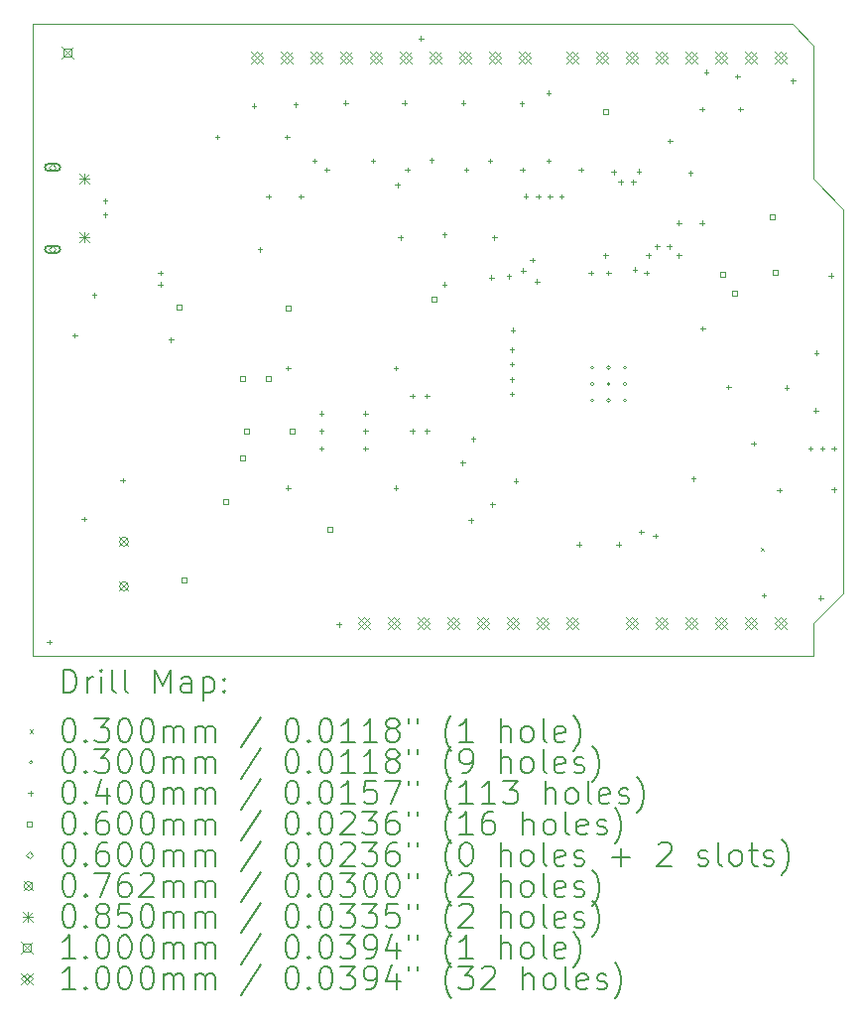
<source format=gbr>
%TF.GenerationSoftware,KiCad,Pcbnew,7.0.6*%
%TF.CreationDate,2023-08-21T22:34:05-04:00*%
%TF.ProjectId,Dynamo,44796e61-6d6f-42e6-9b69-6361645f7063,rev?*%
%TF.SameCoordinates,Original*%
%TF.FileFunction,Drillmap*%
%TF.FilePolarity,Positive*%
%FSLAX45Y45*%
G04 Gerber Fmt 4.5, Leading zero omitted, Abs format (unit mm)*
G04 Created by KiCad (PCBNEW 7.0.6) date 2023-08-21 22:34:05*
%MOMM*%
%LPD*%
G01*
G04 APERTURE LIST*
%ADD10C,0.050000*%
%ADD11C,0.200000*%
%ADD12C,0.030000*%
%ADD13C,0.040000*%
%ADD14C,0.060000*%
%ADD15C,0.076200*%
%ADD16C,0.085000*%
%ADD17C,0.100000*%
G04 APERTURE END LIST*
D10*
X18825000Y-10270000D02*
X12165000Y-10270000D01*
X19080000Y-9735000D02*
X18825000Y-9990000D01*
X18825000Y-5060000D02*
X18825000Y-6200000D01*
X18825000Y-6200000D02*
X19080000Y-6455000D01*
X18645000Y-4880000D02*
X18825000Y-5060000D01*
X18825000Y-9990000D02*
X18825000Y-10270000D01*
X12165000Y-10270000D02*
X12165000Y-4880000D01*
X19080000Y-6455000D02*
X19080000Y-9735000D01*
X12165000Y-4880000D02*
X18645000Y-4880000D01*
D11*
D12*
X18372500Y-9345000D02*
X18402500Y-9375000D01*
X18402500Y-9345000D02*
X18372500Y-9375000D01*
X16951500Y-7810000D02*
G75*
G03*
X16951500Y-7810000I-15000J0D01*
G01*
X16951500Y-7950000D02*
G75*
G03*
X16951500Y-7950000I-15000J0D01*
G01*
X16951500Y-8090000D02*
G75*
G03*
X16951500Y-8090000I-15000J0D01*
G01*
X17091500Y-7810000D02*
G75*
G03*
X17091500Y-7810000I-15000J0D01*
G01*
X17091500Y-7950000D02*
G75*
G03*
X17091500Y-7950000I-15000J0D01*
G01*
X17091500Y-8090000D02*
G75*
G03*
X17091500Y-8090000I-15000J0D01*
G01*
X17231500Y-7810000D02*
G75*
G03*
X17231500Y-7810000I-15000J0D01*
G01*
X17231500Y-7950000D02*
G75*
G03*
X17231500Y-7950000I-15000J0D01*
G01*
X17231500Y-8090000D02*
G75*
G03*
X17231500Y-8090000I-15000J0D01*
G01*
D13*
X12302500Y-10130000D02*
X12302500Y-10170000D01*
X12282500Y-10150000D02*
X12322500Y-10150000D01*
X12520000Y-7515000D02*
X12520000Y-7555000D01*
X12500000Y-7535000D02*
X12540000Y-7535000D01*
X12600000Y-9080000D02*
X12600000Y-9120000D01*
X12580000Y-9100000D02*
X12620000Y-9100000D01*
X12685000Y-7170000D02*
X12685000Y-7210000D01*
X12665000Y-7190000D02*
X12705000Y-7190000D01*
X12780000Y-6365000D02*
X12780000Y-6405000D01*
X12760000Y-6385000D02*
X12800000Y-6385000D01*
X12780000Y-6485000D02*
X12780000Y-6525000D01*
X12760000Y-6505000D02*
X12800000Y-6505000D01*
X12930000Y-8750000D02*
X12930000Y-8790000D01*
X12910000Y-8770000D02*
X12950000Y-8770000D01*
X13250000Y-6980000D02*
X13250000Y-7020000D01*
X13230000Y-7000000D02*
X13270000Y-7000000D01*
X13250000Y-7080000D02*
X13250000Y-7120000D01*
X13230000Y-7100000D02*
X13270000Y-7100000D01*
X13340000Y-7550000D02*
X13340000Y-7590000D01*
X13320000Y-7570000D02*
X13360000Y-7570000D01*
X13735000Y-5820000D02*
X13735000Y-5860000D01*
X13715000Y-5840000D02*
X13755000Y-5840000D01*
X14050000Y-5555000D02*
X14050000Y-5595000D01*
X14030000Y-5575000D02*
X14070000Y-5575000D01*
X14100000Y-6780000D02*
X14100000Y-6820000D01*
X14080000Y-6800000D02*
X14120000Y-6800000D01*
X14175000Y-6330000D02*
X14175000Y-6370000D01*
X14155000Y-6350000D02*
X14195000Y-6350000D01*
X14330000Y-5820000D02*
X14330000Y-5860000D01*
X14310000Y-5840000D02*
X14350000Y-5840000D01*
X14340000Y-7795000D02*
X14340000Y-7835000D01*
X14320000Y-7815000D02*
X14360000Y-7815000D01*
X14340000Y-8815000D02*
X14340000Y-8855000D01*
X14320000Y-8835000D02*
X14360000Y-8835000D01*
X14405000Y-5545000D02*
X14405000Y-5585000D01*
X14385000Y-5565000D02*
X14425000Y-5565000D01*
X14450000Y-6330000D02*
X14450000Y-6370000D01*
X14430000Y-6350000D02*
X14470000Y-6350000D01*
X14565000Y-6025000D02*
X14565000Y-6065000D01*
X14545000Y-6045000D02*
X14585000Y-6045000D01*
X14625000Y-8180000D02*
X14625000Y-8220000D01*
X14605000Y-8200000D02*
X14645000Y-8200000D01*
X14625000Y-8330000D02*
X14625000Y-8370000D01*
X14605000Y-8350000D02*
X14645000Y-8350000D01*
X14625000Y-8480000D02*
X14625000Y-8520000D01*
X14605000Y-8500000D02*
X14645000Y-8500000D01*
X14670000Y-6100000D02*
X14670000Y-6140000D01*
X14650000Y-6120000D02*
X14690000Y-6120000D01*
X14775000Y-9980000D02*
X14775000Y-10020000D01*
X14755000Y-10000000D02*
X14795000Y-10000000D01*
X14830000Y-5530000D02*
X14830000Y-5570000D01*
X14810000Y-5550000D02*
X14850000Y-5550000D01*
X15000000Y-8180000D02*
X15000000Y-8220000D01*
X14980000Y-8200000D02*
X15020000Y-8200000D01*
X15000000Y-8330000D02*
X15000000Y-8370000D01*
X14980000Y-8350000D02*
X15020000Y-8350000D01*
X15000000Y-8480000D02*
X15000000Y-8520000D01*
X14980000Y-8500000D02*
X15020000Y-8500000D01*
X15065000Y-6025000D02*
X15065000Y-6065000D01*
X15045000Y-6045000D02*
X15085000Y-6045000D01*
X15260000Y-7795000D02*
X15260000Y-7835000D01*
X15240000Y-7815000D02*
X15280000Y-7815000D01*
X15260000Y-8815000D02*
X15260000Y-8855000D01*
X15240000Y-8835000D02*
X15280000Y-8835000D01*
X15275000Y-6230000D02*
X15275000Y-6270000D01*
X15255000Y-6250000D02*
X15295000Y-6250000D01*
X15300000Y-6680000D02*
X15300000Y-6720000D01*
X15280000Y-6700000D02*
X15320000Y-6700000D01*
X15335000Y-5530000D02*
X15335000Y-5570000D01*
X15315000Y-5550000D02*
X15355000Y-5550000D01*
X15360000Y-6100000D02*
X15360000Y-6140000D01*
X15340000Y-6120000D02*
X15380000Y-6120000D01*
X15400000Y-8030000D02*
X15400000Y-8070000D01*
X15380000Y-8050000D02*
X15420000Y-8050000D01*
X15400000Y-8330000D02*
X15400000Y-8370000D01*
X15380000Y-8350000D02*
X15420000Y-8350000D01*
X15475000Y-4980000D02*
X15475000Y-5020000D01*
X15455000Y-5000000D02*
X15495000Y-5000000D01*
X15525000Y-8030000D02*
X15525000Y-8070000D01*
X15505000Y-8050000D02*
X15545000Y-8050000D01*
X15525000Y-8330000D02*
X15525000Y-8370000D01*
X15505000Y-8350000D02*
X15545000Y-8350000D01*
X15565000Y-6020000D02*
X15565000Y-6060000D01*
X15545000Y-6040000D02*
X15585000Y-6040000D01*
X15675000Y-6655000D02*
X15675000Y-6695000D01*
X15655000Y-6675000D02*
X15695000Y-6675000D01*
X15675000Y-7080000D02*
X15675000Y-7120000D01*
X15655000Y-7100000D02*
X15695000Y-7100000D01*
X15830000Y-8600000D02*
X15830000Y-8640000D01*
X15810000Y-8620000D02*
X15850000Y-8620000D01*
X15835000Y-5530000D02*
X15835000Y-5570000D01*
X15815000Y-5550000D02*
X15855000Y-5550000D01*
X15860000Y-6100000D02*
X15860000Y-6140000D01*
X15840000Y-6120000D02*
X15880000Y-6120000D01*
X15900000Y-9092500D02*
X15900000Y-9132500D01*
X15880000Y-9112500D02*
X15920000Y-9112500D01*
X15920000Y-8397500D02*
X15920000Y-8437500D01*
X15900000Y-8417500D02*
X15940000Y-8417500D01*
X16065000Y-6025000D02*
X16065000Y-6065000D01*
X16045000Y-6045000D02*
X16085000Y-6045000D01*
X16075000Y-7020000D02*
X16075000Y-7060000D01*
X16055000Y-7040000D02*
X16095000Y-7040000D01*
X16085000Y-8955000D02*
X16085000Y-8995000D01*
X16065000Y-8975000D02*
X16105000Y-8975000D01*
X16100000Y-6680000D02*
X16100000Y-6720000D01*
X16080000Y-6700000D02*
X16120000Y-6700000D01*
X16225000Y-7010000D02*
X16225000Y-7050000D01*
X16205000Y-7030000D02*
X16245000Y-7030000D01*
X16250000Y-7635000D02*
X16250000Y-7675000D01*
X16230000Y-7655000D02*
X16270000Y-7655000D01*
X16250000Y-7760000D02*
X16250000Y-7800000D01*
X16230000Y-7780000D02*
X16270000Y-7780000D01*
X16250000Y-7890000D02*
X16250000Y-7930000D01*
X16230000Y-7910000D02*
X16270000Y-7910000D01*
X16250000Y-8015000D02*
X16250000Y-8055000D01*
X16230000Y-8035000D02*
X16270000Y-8035000D01*
X16260000Y-7470000D02*
X16260000Y-7510000D01*
X16240000Y-7490000D02*
X16280000Y-7490000D01*
X16285000Y-8755000D02*
X16285000Y-8795000D01*
X16265000Y-8775000D02*
X16305000Y-8775000D01*
X16335000Y-5535000D02*
X16335000Y-5575000D01*
X16315000Y-5555000D02*
X16355000Y-5555000D01*
X16340000Y-6100000D02*
X16340000Y-6140000D01*
X16320000Y-6120000D02*
X16360000Y-6120000D01*
X16345000Y-6960000D02*
X16345000Y-7000000D01*
X16325000Y-6980000D02*
X16365000Y-6980000D01*
X16370000Y-6325000D02*
X16370000Y-6365000D01*
X16350000Y-6345000D02*
X16390000Y-6345000D01*
X16425000Y-6870000D02*
X16425000Y-6910000D01*
X16405000Y-6890000D02*
X16445000Y-6890000D01*
X16465000Y-7055000D02*
X16465000Y-7095000D01*
X16445000Y-7075000D02*
X16485000Y-7075000D01*
X16475000Y-6330000D02*
X16475000Y-6370000D01*
X16455000Y-6350000D02*
X16495000Y-6350000D01*
X16565000Y-5447000D02*
X16565000Y-5487000D01*
X16545000Y-5467000D02*
X16585000Y-5467000D01*
X16565000Y-6025000D02*
X16565000Y-6065000D01*
X16545000Y-6045000D02*
X16585000Y-6045000D01*
X16575000Y-6330000D02*
X16575000Y-6370000D01*
X16555000Y-6350000D02*
X16595000Y-6350000D01*
X16675000Y-6330000D02*
X16675000Y-6370000D01*
X16655000Y-6350000D02*
X16695000Y-6350000D01*
X16825000Y-9297500D02*
X16825000Y-9337500D01*
X16805000Y-9317500D02*
X16845000Y-9317500D01*
X16840000Y-6100000D02*
X16840000Y-6140000D01*
X16820000Y-6120000D02*
X16860000Y-6120000D01*
X16925000Y-6980000D02*
X16925000Y-7020000D01*
X16905000Y-7000000D02*
X16945000Y-7000000D01*
X17050000Y-6830000D02*
X17050000Y-6870000D01*
X17030000Y-6850000D02*
X17070000Y-6850000D01*
X17075000Y-6980000D02*
X17075000Y-7020000D01*
X17055000Y-7000000D02*
X17095000Y-7000000D01*
X17120000Y-6120000D02*
X17120000Y-6160000D01*
X17100000Y-6140000D02*
X17140000Y-6140000D01*
X17162500Y-9297500D02*
X17162500Y-9337500D01*
X17142500Y-9317500D02*
X17182500Y-9317500D01*
X17180000Y-6205000D02*
X17180000Y-6245000D01*
X17160000Y-6225000D02*
X17200000Y-6225000D01*
X17285000Y-6205000D02*
X17285000Y-6245000D01*
X17265000Y-6225000D02*
X17305000Y-6225000D01*
X17300000Y-6952500D02*
X17300000Y-6992500D01*
X17280000Y-6972500D02*
X17320000Y-6972500D01*
X17335000Y-6115000D02*
X17335000Y-6155000D01*
X17315000Y-6135000D02*
X17355000Y-6135000D01*
X17355000Y-9190000D02*
X17355000Y-9230000D01*
X17335000Y-9210000D02*
X17375000Y-9210000D01*
X17400000Y-6980000D02*
X17400000Y-7020000D01*
X17380000Y-7000000D02*
X17420000Y-7000000D01*
X17415000Y-6830000D02*
X17415000Y-6870000D01*
X17395000Y-6850000D02*
X17435000Y-6850000D01*
X17475000Y-9225000D02*
X17475000Y-9265000D01*
X17455000Y-9245000D02*
X17495000Y-9245000D01*
X17490000Y-6755000D02*
X17490000Y-6795000D01*
X17470000Y-6775000D02*
X17510000Y-6775000D01*
X17595000Y-6755000D02*
X17595000Y-6795000D01*
X17575000Y-6775000D02*
X17615000Y-6775000D01*
X17600000Y-5855000D02*
X17600000Y-5895000D01*
X17580000Y-5875000D02*
X17620000Y-5875000D01*
X17675000Y-6555000D02*
X17675000Y-6595000D01*
X17655000Y-6575000D02*
X17695000Y-6575000D01*
X17675000Y-6830000D02*
X17675000Y-6870000D01*
X17655000Y-6850000D02*
X17695000Y-6850000D01*
X17775000Y-6130000D02*
X17775000Y-6170000D01*
X17755000Y-6150000D02*
X17795000Y-6150000D01*
X17800000Y-8735000D02*
X17800000Y-8775000D01*
X17780000Y-8755000D02*
X17820000Y-8755000D01*
X17875000Y-5585000D02*
X17875000Y-5625000D01*
X17855000Y-5605000D02*
X17895000Y-5605000D01*
X17875000Y-6555000D02*
X17875000Y-6595000D01*
X17855000Y-6575000D02*
X17895000Y-6575000D01*
X17880000Y-7455000D02*
X17880000Y-7495000D01*
X17860000Y-7475000D02*
X17900000Y-7475000D01*
X17911000Y-5269000D02*
X17911000Y-5309000D01*
X17891000Y-5289000D02*
X17931000Y-5289000D01*
X18100000Y-7955000D02*
X18100000Y-7995000D01*
X18080000Y-7975000D02*
X18120000Y-7975000D01*
X18175000Y-5305000D02*
X18175000Y-5345000D01*
X18155000Y-5325000D02*
X18195000Y-5325000D01*
X18200000Y-5585000D02*
X18200000Y-5625000D01*
X18180000Y-5605000D02*
X18220000Y-5605000D01*
X18312500Y-8437500D02*
X18312500Y-8477500D01*
X18292500Y-8457500D02*
X18332500Y-8457500D01*
X18400000Y-9732500D02*
X18400000Y-9772500D01*
X18380000Y-9752500D02*
X18420000Y-9752500D01*
X18535000Y-8835000D02*
X18535000Y-8875000D01*
X18515000Y-8855000D02*
X18555000Y-8855000D01*
X18595000Y-7960000D02*
X18595000Y-8000000D01*
X18575000Y-7980000D02*
X18615000Y-7980000D01*
X18650000Y-5342500D02*
X18650000Y-5382500D01*
X18630000Y-5362500D02*
X18670000Y-5362500D01*
X18800000Y-8480000D02*
X18800000Y-8520000D01*
X18780000Y-8500000D02*
X18820000Y-8500000D01*
X18845000Y-8155000D02*
X18845000Y-8195000D01*
X18825000Y-8175000D02*
X18865000Y-8175000D01*
X18850000Y-7665000D02*
X18850000Y-7705000D01*
X18830000Y-7685000D02*
X18870000Y-7685000D01*
X18885000Y-9755000D02*
X18885000Y-9795000D01*
X18865000Y-9775000D02*
X18905000Y-9775000D01*
X18900000Y-8480000D02*
X18900000Y-8520000D01*
X18880000Y-8500000D02*
X18920000Y-8500000D01*
X18975000Y-7005000D02*
X18975000Y-7045000D01*
X18955000Y-7025000D02*
X18995000Y-7025000D01*
X19000000Y-8480000D02*
X19000000Y-8520000D01*
X18980000Y-8500000D02*
X19020000Y-8500000D01*
X19000000Y-8830000D02*
X19000000Y-8870000D01*
X18980000Y-8850000D02*
X19020000Y-8850000D01*
D14*
X13431213Y-7316213D02*
X13431213Y-7273787D01*
X13388787Y-7273787D01*
X13388787Y-7316213D01*
X13431213Y-7316213D01*
X13471213Y-9646213D02*
X13471213Y-9603787D01*
X13428787Y-9603787D01*
X13428787Y-9646213D01*
X13471213Y-9646213D01*
X13826213Y-8971213D02*
X13826213Y-8928787D01*
X13783787Y-8928787D01*
X13783787Y-8971213D01*
X13826213Y-8971213D01*
X13971213Y-7921213D02*
X13971213Y-7878787D01*
X13928787Y-7878787D01*
X13928787Y-7921213D01*
X13971213Y-7921213D01*
X13971213Y-8601213D02*
X13971213Y-8558787D01*
X13928787Y-8558787D01*
X13928787Y-8601213D01*
X13971213Y-8601213D01*
X14008713Y-8371213D02*
X14008713Y-8328787D01*
X13966287Y-8328787D01*
X13966287Y-8371213D01*
X14008713Y-8371213D01*
X14196213Y-7921213D02*
X14196213Y-7878787D01*
X14153787Y-7878787D01*
X14153787Y-7921213D01*
X14196213Y-7921213D01*
X14358713Y-7321213D02*
X14358713Y-7278787D01*
X14316287Y-7278787D01*
X14316287Y-7321213D01*
X14358713Y-7321213D01*
X14396213Y-8371213D02*
X14396213Y-8328787D01*
X14353787Y-8328787D01*
X14353787Y-8371213D01*
X14396213Y-8371213D01*
X14721213Y-9211213D02*
X14721213Y-9168787D01*
X14678787Y-9168787D01*
X14678787Y-9211213D01*
X14721213Y-9211213D01*
X15608713Y-7246213D02*
X15608713Y-7203787D01*
X15566287Y-7203787D01*
X15566287Y-7246213D01*
X15608713Y-7246213D01*
X17071213Y-5646213D02*
X17071213Y-5603787D01*
X17028787Y-5603787D01*
X17028787Y-5646213D01*
X17071213Y-5646213D01*
X18071213Y-7033713D02*
X18071213Y-6991287D01*
X18028787Y-6991287D01*
X18028787Y-7033713D01*
X18071213Y-7033713D01*
X18171213Y-7196213D02*
X18171213Y-7153787D01*
X18128787Y-7153787D01*
X18128787Y-7196213D01*
X18171213Y-7196213D01*
X18493713Y-6541213D02*
X18493713Y-6498787D01*
X18451287Y-6498787D01*
X18451287Y-6541213D01*
X18493713Y-6541213D01*
X18521213Y-7021213D02*
X18521213Y-6978787D01*
X18478787Y-6978787D01*
X18478787Y-7021213D01*
X18521213Y-7021213D01*
X12330000Y-6130000D02*
X12360000Y-6100000D01*
X12330000Y-6070000D01*
X12300000Y-6100000D01*
X12330000Y-6130000D01*
D11*
X12295000Y-6130000D02*
X12365000Y-6130000D01*
X12365000Y-6130000D02*
G75*
G03*
X12365000Y-6070000I0J30000D01*
G01*
X12365000Y-6070000D02*
X12295000Y-6070000D01*
X12295000Y-6070000D02*
G75*
G03*
X12295000Y-6130000I0J-30000D01*
G01*
D14*
X12330000Y-6830000D02*
X12360000Y-6800000D01*
X12330000Y-6770000D01*
X12300000Y-6800000D01*
X12330000Y-6830000D01*
D11*
X12365000Y-6770000D02*
X12295000Y-6770000D01*
X12295000Y-6770000D02*
G75*
G03*
X12295000Y-6830000I0J-30000D01*
G01*
X12295000Y-6830000D02*
X12365000Y-6830000D01*
X12365000Y-6830000D02*
G75*
G03*
X12365000Y-6770000I0J30000D01*
G01*
D15*
X12901900Y-9256900D02*
X12978100Y-9333100D01*
X12978100Y-9256900D02*
X12901900Y-9333100D01*
X12978100Y-9295000D02*
G75*
G03*
X12978100Y-9295000I-38100J0D01*
G01*
X12901900Y-9636900D02*
X12978100Y-9713100D01*
X12978100Y-9636900D02*
X12901900Y-9713100D01*
X12978100Y-9675000D02*
G75*
G03*
X12978100Y-9675000I-38100J0D01*
G01*
D16*
X12557500Y-6157500D02*
X12642500Y-6242500D01*
X12642500Y-6157500D02*
X12557500Y-6242500D01*
X12600000Y-6157500D02*
X12600000Y-6242500D01*
X12557500Y-6200000D02*
X12642500Y-6200000D01*
X12557500Y-6657500D02*
X12642500Y-6742500D01*
X12642500Y-6657500D02*
X12557500Y-6742500D01*
X12600000Y-6657500D02*
X12600000Y-6742500D01*
X12557500Y-6700000D02*
X12642500Y-6700000D01*
D17*
X12405000Y-5070000D02*
X12505000Y-5170000D01*
X12505000Y-5070000D02*
X12405000Y-5170000D01*
X12490356Y-5155356D02*
X12490356Y-5084644D01*
X12419644Y-5084644D01*
X12419644Y-5155356D01*
X12490356Y-5155356D01*
X14023500Y-5112000D02*
X14123500Y-5212000D01*
X14123500Y-5112000D02*
X14023500Y-5212000D01*
X14073500Y-5212000D02*
X14123500Y-5162000D01*
X14073500Y-5112000D01*
X14023500Y-5162000D01*
X14073500Y-5212000D01*
X14277500Y-5112000D02*
X14377500Y-5212000D01*
X14377500Y-5112000D02*
X14277500Y-5212000D01*
X14327500Y-5212000D02*
X14377500Y-5162000D01*
X14327500Y-5112000D01*
X14277500Y-5162000D01*
X14327500Y-5212000D01*
X14531500Y-5112000D02*
X14631500Y-5212000D01*
X14631500Y-5112000D02*
X14531500Y-5212000D01*
X14581500Y-5212000D02*
X14631500Y-5162000D01*
X14581500Y-5112000D01*
X14531500Y-5162000D01*
X14581500Y-5212000D01*
X14785500Y-5112000D02*
X14885500Y-5212000D01*
X14885500Y-5112000D02*
X14785500Y-5212000D01*
X14835500Y-5212000D02*
X14885500Y-5162000D01*
X14835500Y-5112000D01*
X14785500Y-5162000D01*
X14835500Y-5212000D01*
X14937500Y-9938000D02*
X15037500Y-10038000D01*
X15037500Y-9938000D02*
X14937500Y-10038000D01*
X14987500Y-10038000D02*
X15037500Y-9988000D01*
X14987500Y-9938000D01*
X14937500Y-9988000D01*
X14987500Y-10038000D01*
X15039500Y-5112000D02*
X15139500Y-5212000D01*
X15139500Y-5112000D02*
X15039500Y-5212000D01*
X15089500Y-5212000D02*
X15139500Y-5162000D01*
X15089500Y-5112000D01*
X15039500Y-5162000D01*
X15089500Y-5212000D01*
X15191500Y-9938000D02*
X15291500Y-10038000D01*
X15291500Y-9938000D02*
X15191500Y-10038000D01*
X15241500Y-10038000D02*
X15291500Y-9988000D01*
X15241500Y-9938000D01*
X15191500Y-9988000D01*
X15241500Y-10038000D01*
X15293500Y-5112000D02*
X15393500Y-5212000D01*
X15393500Y-5112000D02*
X15293500Y-5212000D01*
X15343500Y-5212000D02*
X15393500Y-5162000D01*
X15343500Y-5112000D01*
X15293500Y-5162000D01*
X15343500Y-5212000D01*
X15445500Y-9938000D02*
X15545500Y-10038000D01*
X15545500Y-9938000D02*
X15445500Y-10038000D01*
X15495500Y-10038000D02*
X15545500Y-9988000D01*
X15495500Y-9938000D01*
X15445500Y-9988000D01*
X15495500Y-10038000D01*
X15547500Y-5112000D02*
X15647500Y-5212000D01*
X15647500Y-5112000D02*
X15547500Y-5212000D01*
X15597500Y-5212000D02*
X15647500Y-5162000D01*
X15597500Y-5112000D01*
X15547500Y-5162000D01*
X15597500Y-5212000D01*
X15699500Y-9938000D02*
X15799500Y-10038000D01*
X15799500Y-9938000D02*
X15699500Y-10038000D01*
X15749500Y-10038000D02*
X15799500Y-9988000D01*
X15749500Y-9938000D01*
X15699500Y-9988000D01*
X15749500Y-10038000D01*
X15801500Y-5112000D02*
X15901500Y-5212000D01*
X15901500Y-5112000D02*
X15801500Y-5212000D01*
X15851500Y-5212000D02*
X15901500Y-5162000D01*
X15851500Y-5112000D01*
X15801500Y-5162000D01*
X15851500Y-5212000D01*
X15953500Y-9938000D02*
X16053500Y-10038000D01*
X16053500Y-9938000D02*
X15953500Y-10038000D01*
X16003500Y-10038000D02*
X16053500Y-9988000D01*
X16003500Y-9938000D01*
X15953500Y-9988000D01*
X16003500Y-10038000D01*
X16055500Y-5112000D02*
X16155500Y-5212000D01*
X16155500Y-5112000D02*
X16055500Y-5212000D01*
X16105500Y-5212000D02*
X16155500Y-5162000D01*
X16105500Y-5112000D01*
X16055500Y-5162000D01*
X16105500Y-5212000D01*
X16207500Y-9938000D02*
X16307500Y-10038000D01*
X16307500Y-9938000D02*
X16207500Y-10038000D01*
X16257500Y-10038000D02*
X16307500Y-9988000D01*
X16257500Y-9938000D01*
X16207500Y-9988000D01*
X16257500Y-10038000D01*
X16309500Y-5112000D02*
X16409500Y-5212000D01*
X16409500Y-5112000D02*
X16309500Y-5212000D01*
X16359500Y-5212000D02*
X16409500Y-5162000D01*
X16359500Y-5112000D01*
X16309500Y-5162000D01*
X16359500Y-5212000D01*
X16461500Y-9938000D02*
X16561500Y-10038000D01*
X16561500Y-9938000D02*
X16461500Y-10038000D01*
X16511500Y-10038000D02*
X16561500Y-9988000D01*
X16511500Y-9938000D01*
X16461500Y-9988000D01*
X16511500Y-10038000D01*
X16715500Y-5112000D02*
X16815500Y-5212000D01*
X16815500Y-5112000D02*
X16715500Y-5212000D01*
X16765500Y-5212000D02*
X16815500Y-5162000D01*
X16765500Y-5112000D01*
X16715500Y-5162000D01*
X16765500Y-5212000D01*
X16715500Y-9938000D02*
X16815500Y-10038000D01*
X16815500Y-9938000D02*
X16715500Y-10038000D01*
X16765500Y-10038000D02*
X16815500Y-9988000D01*
X16765500Y-9938000D01*
X16715500Y-9988000D01*
X16765500Y-10038000D01*
X16969500Y-5112000D02*
X17069500Y-5212000D01*
X17069500Y-5112000D02*
X16969500Y-5212000D01*
X17019500Y-5212000D02*
X17069500Y-5162000D01*
X17019500Y-5112000D01*
X16969500Y-5162000D01*
X17019500Y-5212000D01*
X17223500Y-5112000D02*
X17323500Y-5212000D01*
X17323500Y-5112000D02*
X17223500Y-5212000D01*
X17273500Y-5212000D02*
X17323500Y-5162000D01*
X17273500Y-5112000D01*
X17223500Y-5162000D01*
X17273500Y-5212000D01*
X17223500Y-9938000D02*
X17323500Y-10038000D01*
X17323500Y-9938000D02*
X17223500Y-10038000D01*
X17273500Y-10038000D02*
X17323500Y-9988000D01*
X17273500Y-9938000D01*
X17223500Y-9988000D01*
X17273500Y-10038000D01*
X17477500Y-5112000D02*
X17577500Y-5212000D01*
X17577500Y-5112000D02*
X17477500Y-5212000D01*
X17527500Y-5212000D02*
X17577500Y-5162000D01*
X17527500Y-5112000D01*
X17477500Y-5162000D01*
X17527500Y-5212000D01*
X17477500Y-9938000D02*
X17577500Y-10038000D01*
X17577500Y-9938000D02*
X17477500Y-10038000D01*
X17527500Y-10038000D02*
X17577500Y-9988000D01*
X17527500Y-9938000D01*
X17477500Y-9988000D01*
X17527500Y-10038000D01*
X17731500Y-5112000D02*
X17831500Y-5212000D01*
X17831500Y-5112000D02*
X17731500Y-5212000D01*
X17781500Y-5212000D02*
X17831500Y-5162000D01*
X17781500Y-5112000D01*
X17731500Y-5162000D01*
X17781500Y-5212000D01*
X17731500Y-9938000D02*
X17831500Y-10038000D01*
X17831500Y-9938000D02*
X17731500Y-10038000D01*
X17781500Y-10038000D02*
X17831500Y-9988000D01*
X17781500Y-9938000D01*
X17731500Y-9988000D01*
X17781500Y-10038000D01*
X17985500Y-5112000D02*
X18085500Y-5212000D01*
X18085500Y-5112000D02*
X17985500Y-5212000D01*
X18035500Y-5212000D02*
X18085500Y-5162000D01*
X18035500Y-5112000D01*
X17985500Y-5162000D01*
X18035500Y-5212000D01*
X17985500Y-9938000D02*
X18085500Y-10038000D01*
X18085500Y-9938000D02*
X17985500Y-10038000D01*
X18035500Y-10038000D02*
X18085500Y-9988000D01*
X18035500Y-9938000D01*
X17985500Y-9988000D01*
X18035500Y-10038000D01*
X18239500Y-5112000D02*
X18339500Y-5212000D01*
X18339500Y-5112000D02*
X18239500Y-5212000D01*
X18289500Y-5212000D02*
X18339500Y-5162000D01*
X18289500Y-5112000D01*
X18239500Y-5162000D01*
X18289500Y-5212000D01*
X18239500Y-9938000D02*
X18339500Y-10038000D01*
X18339500Y-9938000D02*
X18239500Y-10038000D01*
X18289500Y-10038000D02*
X18339500Y-9988000D01*
X18289500Y-9938000D01*
X18239500Y-9988000D01*
X18289500Y-10038000D01*
X18493500Y-5112000D02*
X18593500Y-5212000D01*
X18593500Y-5112000D02*
X18493500Y-5212000D01*
X18543500Y-5212000D02*
X18593500Y-5162000D01*
X18543500Y-5112000D01*
X18493500Y-5162000D01*
X18543500Y-5212000D01*
X18493500Y-9938000D02*
X18593500Y-10038000D01*
X18593500Y-9938000D02*
X18493500Y-10038000D01*
X18543500Y-10038000D02*
X18593500Y-9988000D01*
X18543500Y-9938000D01*
X18493500Y-9988000D01*
X18543500Y-10038000D01*
D11*
X12423277Y-10583984D02*
X12423277Y-10383984D01*
X12423277Y-10383984D02*
X12470896Y-10383984D01*
X12470896Y-10383984D02*
X12499467Y-10393508D01*
X12499467Y-10393508D02*
X12518515Y-10412555D01*
X12518515Y-10412555D02*
X12528039Y-10431603D01*
X12528039Y-10431603D02*
X12537562Y-10469698D01*
X12537562Y-10469698D02*
X12537562Y-10498270D01*
X12537562Y-10498270D02*
X12528039Y-10536365D01*
X12528039Y-10536365D02*
X12518515Y-10555412D01*
X12518515Y-10555412D02*
X12499467Y-10574460D01*
X12499467Y-10574460D02*
X12470896Y-10583984D01*
X12470896Y-10583984D02*
X12423277Y-10583984D01*
X12623277Y-10583984D02*
X12623277Y-10450650D01*
X12623277Y-10488746D02*
X12632801Y-10469698D01*
X12632801Y-10469698D02*
X12642324Y-10460174D01*
X12642324Y-10460174D02*
X12661372Y-10450650D01*
X12661372Y-10450650D02*
X12680420Y-10450650D01*
X12747086Y-10583984D02*
X12747086Y-10450650D01*
X12747086Y-10383984D02*
X12737562Y-10393508D01*
X12737562Y-10393508D02*
X12747086Y-10403031D01*
X12747086Y-10403031D02*
X12756610Y-10393508D01*
X12756610Y-10393508D02*
X12747086Y-10383984D01*
X12747086Y-10383984D02*
X12747086Y-10403031D01*
X12870896Y-10583984D02*
X12851848Y-10574460D01*
X12851848Y-10574460D02*
X12842324Y-10555412D01*
X12842324Y-10555412D02*
X12842324Y-10383984D01*
X12975658Y-10583984D02*
X12956610Y-10574460D01*
X12956610Y-10574460D02*
X12947086Y-10555412D01*
X12947086Y-10555412D02*
X12947086Y-10383984D01*
X13204229Y-10583984D02*
X13204229Y-10383984D01*
X13204229Y-10383984D02*
X13270896Y-10526841D01*
X13270896Y-10526841D02*
X13337562Y-10383984D01*
X13337562Y-10383984D02*
X13337562Y-10583984D01*
X13518515Y-10583984D02*
X13518515Y-10479222D01*
X13518515Y-10479222D02*
X13508991Y-10460174D01*
X13508991Y-10460174D02*
X13489943Y-10450650D01*
X13489943Y-10450650D02*
X13451848Y-10450650D01*
X13451848Y-10450650D02*
X13432801Y-10460174D01*
X13518515Y-10574460D02*
X13499467Y-10583984D01*
X13499467Y-10583984D02*
X13451848Y-10583984D01*
X13451848Y-10583984D02*
X13432801Y-10574460D01*
X13432801Y-10574460D02*
X13423277Y-10555412D01*
X13423277Y-10555412D02*
X13423277Y-10536365D01*
X13423277Y-10536365D02*
X13432801Y-10517317D01*
X13432801Y-10517317D02*
X13451848Y-10507793D01*
X13451848Y-10507793D02*
X13499467Y-10507793D01*
X13499467Y-10507793D02*
X13518515Y-10498270D01*
X13613753Y-10450650D02*
X13613753Y-10650650D01*
X13613753Y-10460174D02*
X13632801Y-10450650D01*
X13632801Y-10450650D02*
X13670896Y-10450650D01*
X13670896Y-10450650D02*
X13689943Y-10460174D01*
X13689943Y-10460174D02*
X13699467Y-10469698D01*
X13699467Y-10469698D02*
X13708991Y-10488746D01*
X13708991Y-10488746D02*
X13708991Y-10545889D01*
X13708991Y-10545889D02*
X13699467Y-10564936D01*
X13699467Y-10564936D02*
X13689943Y-10574460D01*
X13689943Y-10574460D02*
X13670896Y-10583984D01*
X13670896Y-10583984D02*
X13632801Y-10583984D01*
X13632801Y-10583984D02*
X13613753Y-10574460D01*
X13794705Y-10564936D02*
X13804229Y-10574460D01*
X13804229Y-10574460D02*
X13794705Y-10583984D01*
X13794705Y-10583984D02*
X13785182Y-10574460D01*
X13785182Y-10574460D02*
X13794705Y-10564936D01*
X13794705Y-10564936D02*
X13794705Y-10583984D01*
X13794705Y-10460174D02*
X13804229Y-10469698D01*
X13804229Y-10469698D02*
X13794705Y-10479222D01*
X13794705Y-10479222D02*
X13785182Y-10469698D01*
X13785182Y-10469698D02*
X13794705Y-10460174D01*
X13794705Y-10460174D02*
X13794705Y-10479222D01*
D12*
X12132500Y-10897500D02*
X12162500Y-10927500D01*
X12162500Y-10897500D02*
X12132500Y-10927500D01*
D11*
X12461372Y-10803984D02*
X12480420Y-10803984D01*
X12480420Y-10803984D02*
X12499467Y-10813508D01*
X12499467Y-10813508D02*
X12508991Y-10823031D01*
X12508991Y-10823031D02*
X12518515Y-10842079D01*
X12518515Y-10842079D02*
X12528039Y-10880174D01*
X12528039Y-10880174D02*
X12528039Y-10927793D01*
X12528039Y-10927793D02*
X12518515Y-10965889D01*
X12518515Y-10965889D02*
X12508991Y-10984936D01*
X12508991Y-10984936D02*
X12499467Y-10994460D01*
X12499467Y-10994460D02*
X12480420Y-11003984D01*
X12480420Y-11003984D02*
X12461372Y-11003984D01*
X12461372Y-11003984D02*
X12442324Y-10994460D01*
X12442324Y-10994460D02*
X12432801Y-10984936D01*
X12432801Y-10984936D02*
X12423277Y-10965889D01*
X12423277Y-10965889D02*
X12413753Y-10927793D01*
X12413753Y-10927793D02*
X12413753Y-10880174D01*
X12413753Y-10880174D02*
X12423277Y-10842079D01*
X12423277Y-10842079D02*
X12432801Y-10823031D01*
X12432801Y-10823031D02*
X12442324Y-10813508D01*
X12442324Y-10813508D02*
X12461372Y-10803984D01*
X12613753Y-10984936D02*
X12623277Y-10994460D01*
X12623277Y-10994460D02*
X12613753Y-11003984D01*
X12613753Y-11003984D02*
X12604229Y-10994460D01*
X12604229Y-10994460D02*
X12613753Y-10984936D01*
X12613753Y-10984936D02*
X12613753Y-11003984D01*
X12689943Y-10803984D02*
X12813753Y-10803984D01*
X12813753Y-10803984D02*
X12747086Y-10880174D01*
X12747086Y-10880174D02*
X12775658Y-10880174D01*
X12775658Y-10880174D02*
X12794705Y-10889698D01*
X12794705Y-10889698D02*
X12804229Y-10899222D01*
X12804229Y-10899222D02*
X12813753Y-10918270D01*
X12813753Y-10918270D02*
X12813753Y-10965889D01*
X12813753Y-10965889D02*
X12804229Y-10984936D01*
X12804229Y-10984936D02*
X12794705Y-10994460D01*
X12794705Y-10994460D02*
X12775658Y-11003984D01*
X12775658Y-11003984D02*
X12718515Y-11003984D01*
X12718515Y-11003984D02*
X12699467Y-10994460D01*
X12699467Y-10994460D02*
X12689943Y-10984936D01*
X12937562Y-10803984D02*
X12956610Y-10803984D01*
X12956610Y-10803984D02*
X12975658Y-10813508D01*
X12975658Y-10813508D02*
X12985182Y-10823031D01*
X12985182Y-10823031D02*
X12994705Y-10842079D01*
X12994705Y-10842079D02*
X13004229Y-10880174D01*
X13004229Y-10880174D02*
X13004229Y-10927793D01*
X13004229Y-10927793D02*
X12994705Y-10965889D01*
X12994705Y-10965889D02*
X12985182Y-10984936D01*
X12985182Y-10984936D02*
X12975658Y-10994460D01*
X12975658Y-10994460D02*
X12956610Y-11003984D01*
X12956610Y-11003984D02*
X12937562Y-11003984D01*
X12937562Y-11003984D02*
X12918515Y-10994460D01*
X12918515Y-10994460D02*
X12908991Y-10984936D01*
X12908991Y-10984936D02*
X12899467Y-10965889D01*
X12899467Y-10965889D02*
X12889943Y-10927793D01*
X12889943Y-10927793D02*
X12889943Y-10880174D01*
X12889943Y-10880174D02*
X12899467Y-10842079D01*
X12899467Y-10842079D02*
X12908991Y-10823031D01*
X12908991Y-10823031D02*
X12918515Y-10813508D01*
X12918515Y-10813508D02*
X12937562Y-10803984D01*
X13128039Y-10803984D02*
X13147086Y-10803984D01*
X13147086Y-10803984D02*
X13166134Y-10813508D01*
X13166134Y-10813508D02*
X13175658Y-10823031D01*
X13175658Y-10823031D02*
X13185182Y-10842079D01*
X13185182Y-10842079D02*
X13194705Y-10880174D01*
X13194705Y-10880174D02*
X13194705Y-10927793D01*
X13194705Y-10927793D02*
X13185182Y-10965889D01*
X13185182Y-10965889D02*
X13175658Y-10984936D01*
X13175658Y-10984936D02*
X13166134Y-10994460D01*
X13166134Y-10994460D02*
X13147086Y-11003984D01*
X13147086Y-11003984D02*
X13128039Y-11003984D01*
X13128039Y-11003984D02*
X13108991Y-10994460D01*
X13108991Y-10994460D02*
X13099467Y-10984936D01*
X13099467Y-10984936D02*
X13089943Y-10965889D01*
X13089943Y-10965889D02*
X13080420Y-10927793D01*
X13080420Y-10927793D02*
X13080420Y-10880174D01*
X13080420Y-10880174D02*
X13089943Y-10842079D01*
X13089943Y-10842079D02*
X13099467Y-10823031D01*
X13099467Y-10823031D02*
X13108991Y-10813508D01*
X13108991Y-10813508D02*
X13128039Y-10803984D01*
X13280420Y-11003984D02*
X13280420Y-10870650D01*
X13280420Y-10889698D02*
X13289943Y-10880174D01*
X13289943Y-10880174D02*
X13308991Y-10870650D01*
X13308991Y-10870650D02*
X13337563Y-10870650D01*
X13337563Y-10870650D02*
X13356610Y-10880174D01*
X13356610Y-10880174D02*
X13366134Y-10899222D01*
X13366134Y-10899222D02*
X13366134Y-11003984D01*
X13366134Y-10899222D02*
X13375658Y-10880174D01*
X13375658Y-10880174D02*
X13394705Y-10870650D01*
X13394705Y-10870650D02*
X13423277Y-10870650D01*
X13423277Y-10870650D02*
X13442324Y-10880174D01*
X13442324Y-10880174D02*
X13451848Y-10899222D01*
X13451848Y-10899222D02*
X13451848Y-11003984D01*
X13547086Y-11003984D02*
X13547086Y-10870650D01*
X13547086Y-10889698D02*
X13556610Y-10880174D01*
X13556610Y-10880174D02*
X13575658Y-10870650D01*
X13575658Y-10870650D02*
X13604229Y-10870650D01*
X13604229Y-10870650D02*
X13623277Y-10880174D01*
X13623277Y-10880174D02*
X13632801Y-10899222D01*
X13632801Y-10899222D02*
X13632801Y-11003984D01*
X13632801Y-10899222D02*
X13642324Y-10880174D01*
X13642324Y-10880174D02*
X13661372Y-10870650D01*
X13661372Y-10870650D02*
X13689943Y-10870650D01*
X13689943Y-10870650D02*
X13708991Y-10880174D01*
X13708991Y-10880174D02*
X13718515Y-10899222D01*
X13718515Y-10899222D02*
X13718515Y-11003984D01*
X14108991Y-10794460D02*
X13937563Y-11051603D01*
X14366134Y-10803984D02*
X14385182Y-10803984D01*
X14385182Y-10803984D02*
X14404229Y-10813508D01*
X14404229Y-10813508D02*
X14413753Y-10823031D01*
X14413753Y-10823031D02*
X14423277Y-10842079D01*
X14423277Y-10842079D02*
X14432801Y-10880174D01*
X14432801Y-10880174D02*
X14432801Y-10927793D01*
X14432801Y-10927793D02*
X14423277Y-10965889D01*
X14423277Y-10965889D02*
X14413753Y-10984936D01*
X14413753Y-10984936D02*
X14404229Y-10994460D01*
X14404229Y-10994460D02*
X14385182Y-11003984D01*
X14385182Y-11003984D02*
X14366134Y-11003984D01*
X14366134Y-11003984D02*
X14347086Y-10994460D01*
X14347086Y-10994460D02*
X14337563Y-10984936D01*
X14337563Y-10984936D02*
X14328039Y-10965889D01*
X14328039Y-10965889D02*
X14318515Y-10927793D01*
X14318515Y-10927793D02*
X14318515Y-10880174D01*
X14318515Y-10880174D02*
X14328039Y-10842079D01*
X14328039Y-10842079D02*
X14337563Y-10823031D01*
X14337563Y-10823031D02*
X14347086Y-10813508D01*
X14347086Y-10813508D02*
X14366134Y-10803984D01*
X14518515Y-10984936D02*
X14528039Y-10994460D01*
X14528039Y-10994460D02*
X14518515Y-11003984D01*
X14518515Y-11003984D02*
X14508991Y-10994460D01*
X14508991Y-10994460D02*
X14518515Y-10984936D01*
X14518515Y-10984936D02*
X14518515Y-11003984D01*
X14651848Y-10803984D02*
X14670896Y-10803984D01*
X14670896Y-10803984D02*
X14689944Y-10813508D01*
X14689944Y-10813508D02*
X14699467Y-10823031D01*
X14699467Y-10823031D02*
X14708991Y-10842079D01*
X14708991Y-10842079D02*
X14718515Y-10880174D01*
X14718515Y-10880174D02*
X14718515Y-10927793D01*
X14718515Y-10927793D02*
X14708991Y-10965889D01*
X14708991Y-10965889D02*
X14699467Y-10984936D01*
X14699467Y-10984936D02*
X14689944Y-10994460D01*
X14689944Y-10994460D02*
X14670896Y-11003984D01*
X14670896Y-11003984D02*
X14651848Y-11003984D01*
X14651848Y-11003984D02*
X14632801Y-10994460D01*
X14632801Y-10994460D02*
X14623277Y-10984936D01*
X14623277Y-10984936D02*
X14613753Y-10965889D01*
X14613753Y-10965889D02*
X14604229Y-10927793D01*
X14604229Y-10927793D02*
X14604229Y-10880174D01*
X14604229Y-10880174D02*
X14613753Y-10842079D01*
X14613753Y-10842079D02*
X14623277Y-10823031D01*
X14623277Y-10823031D02*
X14632801Y-10813508D01*
X14632801Y-10813508D02*
X14651848Y-10803984D01*
X14908991Y-11003984D02*
X14794706Y-11003984D01*
X14851848Y-11003984D02*
X14851848Y-10803984D01*
X14851848Y-10803984D02*
X14832801Y-10832555D01*
X14832801Y-10832555D02*
X14813753Y-10851603D01*
X14813753Y-10851603D02*
X14794706Y-10861127D01*
X15099467Y-11003984D02*
X14985182Y-11003984D01*
X15042325Y-11003984D02*
X15042325Y-10803984D01*
X15042325Y-10803984D02*
X15023277Y-10832555D01*
X15023277Y-10832555D02*
X15004229Y-10851603D01*
X15004229Y-10851603D02*
X14985182Y-10861127D01*
X15213753Y-10889698D02*
X15194706Y-10880174D01*
X15194706Y-10880174D02*
X15185182Y-10870650D01*
X15185182Y-10870650D02*
X15175658Y-10851603D01*
X15175658Y-10851603D02*
X15175658Y-10842079D01*
X15175658Y-10842079D02*
X15185182Y-10823031D01*
X15185182Y-10823031D02*
X15194706Y-10813508D01*
X15194706Y-10813508D02*
X15213753Y-10803984D01*
X15213753Y-10803984D02*
X15251848Y-10803984D01*
X15251848Y-10803984D02*
X15270896Y-10813508D01*
X15270896Y-10813508D02*
X15280420Y-10823031D01*
X15280420Y-10823031D02*
X15289944Y-10842079D01*
X15289944Y-10842079D02*
X15289944Y-10851603D01*
X15289944Y-10851603D02*
X15280420Y-10870650D01*
X15280420Y-10870650D02*
X15270896Y-10880174D01*
X15270896Y-10880174D02*
X15251848Y-10889698D01*
X15251848Y-10889698D02*
X15213753Y-10889698D01*
X15213753Y-10889698D02*
X15194706Y-10899222D01*
X15194706Y-10899222D02*
X15185182Y-10908746D01*
X15185182Y-10908746D02*
X15175658Y-10927793D01*
X15175658Y-10927793D02*
X15175658Y-10965889D01*
X15175658Y-10965889D02*
X15185182Y-10984936D01*
X15185182Y-10984936D02*
X15194706Y-10994460D01*
X15194706Y-10994460D02*
X15213753Y-11003984D01*
X15213753Y-11003984D02*
X15251848Y-11003984D01*
X15251848Y-11003984D02*
X15270896Y-10994460D01*
X15270896Y-10994460D02*
X15280420Y-10984936D01*
X15280420Y-10984936D02*
X15289944Y-10965889D01*
X15289944Y-10965889D02*
X15289944Y-10927793D01*
X15289944Y-10927793D02*
X15280420Y-10908746D01*
X15280420Y-10908746D02*
X15270896Y-10899222D01*
X15270896Y-10899222D02*
X15251848Y-10889698D01*
X15366134Y-10803984D02*
X15366134Y-10842079D01*
X15442325Y-10803984D02*
X15442325Y-10842079D01*
X15737563Y-11080174D02*
X15728039Y-11070650D01*
X15728039Y-11070650D02*
X15708991Y-11042079D01*
X15708991Y-11042079D02*
X15699468Y-11023031D01*
X15699468Y-11023031D02*
X15689944Y-10994460D01*
X15689944Y-10994460D02*
X15680420Y-10946841D01*
X15680420Y-10946841D02*
X15680420Y-10908746D01*
X15680420Y-10908746D02*
X15689944Y-10861127D01*
X15689944Y-10861127D02*
X15699468Y-10832555D01*
X15699468Y-10832555D02*
X15708991Y-10813508D01*
X15708991Y-10813508D02*
X15728039Y-10784936D01*
X15728039Y-10784936D02*
X15737563Y-10775412D01*
X15918515Y-11003984D02*
X15804229Y-11003984D01*
X15861372Y-11003984D02*
X15861372Y-10803984D01*
X15861372Y-10803984D02*
X15842325Y-10832555D01*
X15842325Y-10832555D02*
X15823277Y-10851603D01*
X15823277Y-10851603D02*
X15804229Y-10861127D01*
X16156610Y-11003984D02*
X16156610Y-10803984D01*
X16242325Y-11003984D02*
X16242325Y-10899222D01*
X16242325Y-10899222D02*
X16232801Y-10880174D01*
X16232801Y-10880174D02*
X16213753Y-10870650D01*
X16213753Y-10870650D02*
X16185182Y-10870650D01*
X16185182Y-10870650D02*
X16166134Y-10880174D01*
X16166134Y-10880174D02*
X16156610Y-10889698D01*
X16366134Y-11003984D02*
X16347087Y-10994460D01*
X16347087Y-10994460D02*
X16337563Y-10984936D01*
X16337563Y-10984936D02*
X16328039Y-10965889D01*
X16328039Y-10965889D02*
X16328039Y-10908746D01*
X16328039Y-10908746D02*
X16337563Y-10889698D01*
X16337563Y-10889698D02*
X16347087Y-10880174D01*
X16347087Y-10880174D02*
X16366134Y-10870650D01*
X16366134Y-10870650D02*
X16394706Y-10870650D01*
X16394706Y-10870650D02*
X16413753Y-10880174D01*
X16413753Y-10880174D02*
X16423277Y-10889698D01*
X16423277Y-10889698D02*
X16432801Y-10908746D01*
X16432801Y-10908746D02*
X16432801Y-10965889D01*
X16432801Y-10965889D02*
X16423277Y-10984936D01*
X16423277Y-10984936D02*
X16413753Y-10994460D01*
X16413753Y-10994460D02*
X16394706Y-11003984D01*
X16394706Y-11003984D02*
X16366134Y-11003984D01*
X16547087Y-11003984D02*
X16528039Y-10994460D01*
X16528039Y-10994460D02*
X16518515Y-10975412D01*
X16518515Y-10975412D02*
X16518515Y-10803984D01*
X16699468Y-10994460D02*
X16680420Y-11003984D01*
X16680420Y-11003984D02*
X16642325Y-11003984D01*
X16642325Y-11003984D02*
X16623277Y-10994460D01*
X16623277Y-10994460D02*
X16613753Y-10975412D01*
X16613753Y-10975412D02*
X16613753Y-10899222D01*
X16613753Y-10899222D02*
X16623277Y-10880174D01*
X16623277Y-10880174D02*
X16642325Y-10870650D01*
X16642325Y-10870650D02*
X16680420Y-10870650D01*
X16680420Y-10870650D02*
X16699468Y-10880174D01*
X16699468Y-10880174D02*
X16708991Y-10899222D01*
X16708991Y-10899222D02*
X16708991Y-10918270D01*
X16708991Y-10918270D02*
X16613753Y-10937317D01*
X16775658Y-11080174D02*
X16785182Y-11070650D01*
X16785182Y-11070650D02*
X16804230Y-11042079D01*
X16804230Y-11042079D02*
X16813753Y-11023031D01*
X16813753Y-11023031D02*
X16823277Y-10994460D01*
X16823277Y-10994460D02*
X16832801Y-10946841D01*
X16832801Y-10946841D02*
X16832801Y-10908746D01*
X16832801Y-10908746D02*
X16823277Y-10861127D01*
X16823277Y-10861127D02*
X16813753Y-10832555D01*
X16813753Y-10832555D02*
X16804230Y-10813508D01*
X16804230Y-10813508D02*
X16785182Y-10784936D01*
X16785182Y-10784936D02*
X16775658Y-10775412D01*
D12*
X12162500Y-11176500D02*
G75*
G03*
X12162500Y-11176500I-15000J0D01*
G01*
D11*
X12461372Y-11067984D02*
X12480420Y-11067984D01*
X12480420Y-11067984D02*
X12499467Y-11077508D01*
X12499467Y-11077508D02*
X12508991Y-11087031D01*
X12508991Y-11087031D02*
X12518515Y-11106079D01*
X12518515Y-11106079D02*
X12528039Y-11144174D01*
X12528039Y-11144174D02*
X12528039Y-11191793D01*
X12528039Y-11191793D02*
X12518515Y-11229888D01*
X12518515Y-11229888D02*
X12508991Y-11248936D01*
X12508991Y-11248936D02*
X12499467Y-11258460D01*
X12499467Y-11258460D02*
X12480420Y-11267984D01*
X12480420Y-11267984D02*
X12461372Y-11267984D01*
X12461372Y-11267984D02*
X12442324Y-11258460D01*
X12442324Y-11258460D02*
X12432801Y-11248936D01*
X12432801Y-11248936D02*
X12423277Y-11229888D01*
X12423277Y-11229888D02*
X12413753Y-11191793D01*
X12413753Y-11191793D02*
X12413753Y-11144174D01*
X12413753Y-11144174D02*
X12423277Y-11106079D01*
X12423277Y-11106079D02*
X12432801Y-11087031D01*
X12432801Y-11087031D02*
X12442324Y-11077508D01*
X12442324Y-11077508D02*
X12461372Y-11067984D01*
X12613753Y-11248936D02*
X12623277Y-11258460D01*
X12623277Y-11258460D02*
X12613753Y-11267984D01*
X12613753Y-11267984D02*
X12604229Y-11258460D01*
X12604229Y-11258460D02*
X12613753Y-11248936D01*
X12613753Y-11248936D02*
X12613753Y-11267984D01*
X12689943Y-11067984D02*
X12813753Y-11067984D01*
X12813753Y-11067984D02*
X12747086Y-11144174D01*
X12747086Y-11144174D02*
X12775658Y-11144174D01*
X12775658Y-11144174D02*
X12794705Y-11153698D01*
X12794705Y-11153698D02*
X12804229Y-11163222D01*
X12804229Y-11163222D02*
X12813753Y-11182270D01*
X12813753Y-11182270D02*
X12813753Y-11229888D01*
X12813753Y-11229888D02*
X12804229Y-11248936D01*
X12804229Y-11248936D02*
X12794705Y-11258460D01*
X12794705Y-11258460D02*
X12775658Y-11267984D01*
X12775658Y-11267984D02*
X12718515Y-11267984D01*
X12718515Y-11267984D02*
X12699467Y-11258460D01*
X12699467Y-11258460D02*
X12689943Y-11248936D01*
X12937562Y-11067984D02*
X12956610Y-11067984D01*
X12956610Y-11067984D02*
X12975658Y-11077508D01*
X12975658Y-11077508D02*
X12985182Y-11087031D01*
X12985182Y-11087031D02*
X12994705Y-11106079D01*
X12994705Y-11106079D02*
X13004229Y-11144174D01*
X13004229Y-11144174D02*
X13004229Y-11191793D01*
X13004229Y-11191793D02*
X12994705Y-11229888D01*
X12994705Y-11229888D02*
X12985182Y-11248936D01*
X12985182Y-11248936D02*
X12975658Y-11258460D01*
X12975658Y-11258460D02*
X12956610Y-11267984D01*
X12956610Y-11267984D02*
X12937562Y-11267984D01*
X12937562Y-11267984D02*
X12918515Y-11258460D01*
X12918515Y-11258460D02*
X12908991Y-11248936D01*
X12908991Y-11248936D02*
X12899467Y-11229888D01*
X12899467Y-11229888D02*
X12889943Y-11191793D01*
X12889943Y-11191793D02*
X12889943Y-11144174D01*
X12889943Y-11144174D02*
X12899467Y-11106079D01*
X12899467Y-11106079D02*
X12908991Y-11087031D01*
X12908991Y-11087031D02*
X12918515Y-11077508D01*
X12918515Y-11077508D02*
X12937562Y-11067984D01*
X13128039Y-11067984D02*
X13147086Y-11067984D01*
X13147086Y-11067984D02*
X13166134Y-11077508D01*
X13166134Y-11077508D02*
X13175658Y-11087031D01*
X13175658Y-11087031D02*
X13185182Y-11106079D01*
X13185182Y-11106079D02*
X13194705Y-11144174D01*
X13194705Y-11144174D02*
X13194705Y-11191793D01*
X13194705Y-11191793D02*
X13185182Y-11229888D01*
X13185182Y-11229888D02*
X13175658Y-11248936D01*
X13175658Y-11248936D02*
X13166134Y-11258460D01*
X13166134Y-11258460D02*
X13147086Y-11267984D01*
X13147086Y-11267984D02*
X13128039Y-11267984D01*
X13128039Y-11267984D02*
X13108991Y-11258460D01*
X13108991Y-11258460D02*
X13099467Y-11248936D01*
X13099467Y-11248936D02*
X13089943Y-11229888D01*
X13089943Y-11229888D02*
X13080420Y-11191793D01*
X13080420Y-11191793D02*
X13080420Y-11144174D01*
X13080420Y-11144174D02*
X13089943Y-11106079D01*
X13089943Y-11106079D02*
X13099467Y-11087031D01*
X13099467Y-11087031D02*
X13108991Y-11077508D01*
X13108991Y-11077508D02*
X13128039Y-11067984D01*
X13280420Y-11267984D02*
X13280420Y-11134650D01*
X13280420Y-11153698D02*
X13289943Y-11144174D01*
X13289943Y-11144174D02*
X13308991Y-11134650D01*
X13308991Y-11134650D02*
X13337563Y-11134650D01*
X13337563Y-11134650D02*
X13356610Y-11144174D01*
X13356610Y-11144174D02*
X13366134Y-11163222D01*
X13366134Y-11163222D02*
X13366134Y-11267984D01*
X13366134Y-11163222D02*
X13375658Y-11144174D01*
X13375658Y-11144174D02*
X13394705Y-11134650D01*
X13394705Y-11134650D02*
X13423277Y-11134650D01*
X13423277Y-11134650D02*
X13442324Y-11144174D01*
X13442324Y-11144174D02*
X13451848Y-11163222D01*
X13451848Y-11163222D02*
X13451848Y-11267984D01*
X13547086Y-11267984D02*
X13547086Y-11134650D01*
X13547086Y-11153698D02*
X13556610Y-11144174D01*
X13556610Y-11144174D02*
X13575658Y-11134650D01*
X13575658Y-11134650D02*
X13604229Y-11134650D01*
X13604229Y-11134650D02*
X13623277Y-11144174D01*
X13623277Y-11144174D02*
X13632801Y-11163222D01*
X13632801Y-11163222D02*
X13632801Y-11267984D01*
X13632801Y-11163222D02*
X13642324Y-11144174D01*
X13642324Y-11144174D02*
X13661372Y-11134650D01*
X13661372Y-11134650D02*
X13689943Y-11134650D01*
X13689943Y-11134650D02*
X13708991Y-11144174D01*
X13708991Y-11144174D02*
X13718515Y-11163222D01*
X13718515Y-11163222D02*
X13718515Y-11267984D01*
X14108991Y-11058460D02*
X13937563Y-11315603D01*
X14366134Y-11067984D02*
X14385182Y-11067984D01*
X14385182Y-11067984D02*
X14404229Y-11077508D01*
X14404229Y-11077508D02*
X14413753Y-11087031D01*
X14413753Y-11087031D02*
X14423277Y-11106079D01*
X14423277Y-11106079D02*
X14432801Y-11144174D01*
X14432801Y-11144174D02*
X14432801Y-11191793D01*
X14432801Y-11191793D02*
X14423277Y-11229888D01*
X14423277Y-11229888D02*
X14413753Y-11248936D01*
X14413753Y-11248936D02*
X14404229Y-11258460D01*
X14404229Y-11258460D02*
X14385182Y-11267984D01*
X14385182Y-11267984D02*
X14366134Y-11267984D01*
X14366134Y-11267984D02*
X14347086Y-11258460D01*
X14347086Y-11258460D02*
X14337563Y-11248936D01*
X14337563Y-11248936D02*
X14328039Y-11229888D01*
X14328039Y-11229888D02*
X14318515Y-11191793D01*
X14318515Y-11191793D02*
X14318515Y-11144174D01*
X14318515Y-11144174D02*
X14328039Y-11106079D01*
X14328039Y-11106079D02*
X14337563Y-11087031D01*
X14337563Y-11087031D02*
X14347086Y-11077508D01*
X14347086Y-11077508D02*
X14366134Y-11067984D01*
X14518515Y-11248936D02*
X14528039Y-11258460D01*
X14528039Y-11258460D02*
X14518515Y-11267984D01*
X14518515Y-11267984D02*
X14508991Y-11258460D01*
X14508991Y-11258460D02*
X14518515Y-11248936D01*
X14518515Y-11248936D02*
X14518515Y-11267984D01*
X14651848Y-11067984D02*
X14670896Y-11067984D01*
X14670896Y-11067984D02*
X14689944Y-11077508D01*
X14689944Y-11077508D02*
X14699467Y-11087031D01*
X14699467Y-11087031D02*
X14708991Y-11106079D01*
X14708991Y-11106079D02*
X14718515Y-11144174D01*
X14718515Y-11144174D02*
X14718515Y-11191793D01*
X14718515Y-11191793D02*
X14708991Y-11229888D01*
X14708991Y-11229888D02*
X14699467Y-11248936D01*
X14699467Y-11248936D02*
X14689944Y-11258460D01*
X14689944Y-11258460D02*
X14670896Y-11267984D01*
X14670896Y-11267984D02*
X14651848Y-11267984D01*
X14651848Y-11267984D02*
X14632801Y-11258460D01*
X14632801Y-11258460D02*
X14623277Y-11248936D01*
X14623277Y-11248936D02*
X14613753Y-11229888D01*
X14613753Y-11229888D02*
X14604229Y-11191793D01*
X14604229Y-11191793D02*
X14604229Y-11144174D01*
X14604229Y-11144174D02*
X14613753Y-11106079D01*
X14613753Y-11106079D02*
X14623277Y-11087031D01*
X14623277Y-11087031D02*
X14632801Y-11077508D01*
X14632801Y-11077508D02*
X14651848Y-11067984D01*
X14908991Y-11267984D02*
X14794706Y-11267984D01*
X14851848Y-11267984D02*
X14851848Y-11067984D01*
X14851848Y-11067984D02*
X14832801Y-11096555D01*
X14832801Y-11096555D02*
X14813753Y-11115603D01*
X14813753Y-11115603D02*
X14794706Y-11125127D01*
X15099467Y-11267984D02*
X14985182Y-11267984D01*
X15042325Y-11267984D02*
X15042325Y-11067984D01*
X15042325Y-11067984D02*
X15023277Y-11096555D01*
X15023277Y-11096555D02*
X15004229Y-11115603D01*
X15004229Y-11115603D02*
X14985182Y-11125127D01*
X15213753Y-11153698D02*
X15194706Y-11144174D01*
X15194706Y-11144174D02*
X15185182Y-11134650D01*
X15185182Y-11134650D02*
X15175658Y-11115603D01*
X15175658Y-11115603D02*
X15175658Y-11106079D01*
X15175658Y-11106079D02*
X15185182Y-11087031D01*
X15185182Y-11087031D02*
X15194706Y-11077508D01*
X15194706Y-11077508D02*
X15213753Y-11067984D01*
X15213753Y-11067984D02*
X15251848Y-11067984D01*
X15251848Y-11067984D02*
X15270896Y-11077508D01*
X15270896Y-11077508D02*
X15280420Y-11087031D01*
X15280420Y-11087031D02*
X15289944Y-11106079D01*
X15289944Y-11106079D02*
X15289944Y-11115603D01*
X15289944Y-11115603D02*
X15280420Y-11134650D01*
X15280420Y-11134650D02*
X15270896Y-11144174D01*
X15270896Y-11144174D02*
X15251848Y-11153698D01*
X15251848Y-11153698D02*
X15213753Y-11153698D01*
X15213753Y-11153698D02*
X15194706Y-11163222D01*
X15194706Y-11163222D02*
X15185182Y-11172746D01*
X15185182Y-11172746D02*
X15175658Y-11191793D01*
X15175658Y-11191793D02*
X15175658Y-11229888D01*
X15175658Y-11229888D02*
X15185182Y-11248936D01*
X15185182Y-11248936D02*
X15194706Y-11258460D01*
X15194706Y-11258460D02*
X15213753Y-11267984D01*
X15213753Y-11267984D02*
X15251848Y-11267984D01*
X15251848Y-11267984D02*
X15270896Y-11258460D01*
X15270896Y-11258460D02*
X15280420Y-11248936D01*
X15280420Y-11248936D02*
X15289944Y-11229888D01*
X15289944Y-11229888D02*
X15289944Y-11191793D01*
X15289944Y-11191793D02*
X15280420Y-11172746D01*
X15280420Y-11172746D02*
X15270896Y-11163222D01*
X15270896Y-11163222D02*
X15251848Y-11153698D01*
X15366134Y-11067984D02*
X15366134Y-11106079D01*
X15442325Y-11067984D02*
X15442325Y-11106079D01*
X15737563Y-11344174D02*
X15728039Y-11334650D01*
X15728039Y-11334650D02*
X15708991Y-11306079D01*
X15708991Y-11306079D02*
X15699468Y-11287031D01*
X15699468Y-11287031D02*
X15689944Y-11258460D01*
X15689944Y-11258460D02*
X15680420Y-11210841D01*
X15680420Y-11210841D02*
X15680420Y-11172746D01*
X15680420Y-11172746D02*
X15689944Y-11125127D01*
X15689944Y-11125127D02*
X15699468Y-11096555D01*
X15699468Y-11096555D02*
X15708991Y-11077508D01*
X15708991Y-11077508D02*
X15728039Y-11048936D01*
X15728039Y-11048936D02*
X15737563Y-11039412D01*
X15823277Y-11267984D02*
X15861372Y-11267984D01*
X15861372Y-11267984D02*
X15880420Y-11258460D01*
X15880420Y-11258460D02*
X15889944Y-11248936D01*
X15889944Y-11248936D02*
X15908991Y-11220365D01*
X15908991Y-11220365D02*
X15918515Y-11182270D01*
X15918515Y-11182270D02*
X15918515Y-11106079D01*
X15918515Y-11106079D02*
X15908991Y-11087031D01*
X15908991Y-11087031D02*
X15899468Y-11077508D01*
X15899468Y-11077508D02*
X15880420Y-11067984D01*
X15880420Y-11067984D02*
X15842325Y-11067984D01*
X15842325Y-11067984D02*
X15823277Y-11077508D01*
X15823277Y-11077508D02*
X15813753Y-11087031D01*
X15813753Y-11087031D02*
X15804229Y-11106079D01*
X15804229Y-11106079D02*
X15804229Y-11153698D01*
X15804229Y-11153698D02*
X15813753Y-11172746D01*
X15813753Y-11172746D02*
X15823277Y-11182270D01*
X15823277Y-11182270D02*
X15842325Y-11191793D01*
X15842325Y-11191793D02*
X15880420Y-11191793D01*
X15880420Y-11191793D02*
X15899468Y-11182270D01*
X15899468Y-11182270D02*
X15908991Y-11172746D01*
X15908991Y-11172746D02*
X15918515Y-11153698D01*
X16156610Y-11267984D02*
X16156610Y-11067984D01*
X16242325Y-11267984D02*
X16242325Y-11163222D01*
X16242325Y-11163222D02*
X16232801Y-11144174D01*
X16232801Y-11144174D02*
X16213753Y-11134650D01*
X16213753Y-11134650D02*
X16185182Y-11134650D01*
X16185182Y-11134650D02*
X16166134Y-11144174D01*
X16166134Y-11144174D02*
X16156610Y-11153698D01*
X16366134Y-11267984D02*
X16347087Y-11258460D01*
X16347087Y-11258460D02*
X16337563Y-11248936D01*
X16337563Y-11248936D02*
X16328039Y-11229888D01*
X16328039Y-11229888D02*
X16328039Y-11172746D01*
X16328039Y-11172746D02*
X16337563Y-11153698D01*
X16337563Y-11153698D02*
X16347087Y-11144174D01*
X16347087Y-11144174D02*
X16366134Y-11134650D01*
X16366134Y-11134650D02*
X16394706Y-11134650D01*
X16394706Y-11134650D02*
X16413753Y-11144174D01*
X16413753Y-11144174D02*
X16423277Y-11153698D01*
X16423277Y-11153698D02*
X16432801Y-11172746D01*
X16432801Y-11172746D02*
X16432801Y-11229888D01*
X16432801Y-11229888D02*
X16423277Y-11248936D01*
X16423277Y-11248936D02*
X16413753Y-11258460D01*
X16413753Y-11258460D02*
X16394706Y-11267984D01*
X16394706Y-11267984D02*
X16366134Y-11267984D01*
X16547087Y-11267984D02*
X16528039Y-11258460D01*
X16528039Y-11258460D02*
X16518515Y-11239412D01*
X16518515Y-11239412D02*
X16518515Y-11067984D01*
X16699468Y-11258460D02*
X16680420Y-11267984D01*
X16680420Y-11267984D02*
X16642325Y-11267984D01*
X16642325Y-11267984D02*
X16623277Y-11258460D01*
X16623277Y-11258460D02*
X16613753Y-11239412D01*
X16613753Y-11239412D02*
X16613753Y-11163222D01*
X16613753Y-11163222D02*
X16623277Y-11144174D01*
X16623277Y-11144174D02*
X16642325Y-11134650D01*
X16642325Y-11134650D02*
X16680420Y-11134650D01*
X16680420Y-11134650D02*
X16699468Y-11144174D01*
X16699468Y-11144174D02*
X16708991Y-11163222D01*
X16708991Y-11163222D02*
X16708991Y-11182270D01*
X16708991Y-11182270D02*
X16613753Y-11201317D01*
X16785182Y-11258460D02*
X16804230Y-11267984D01*
X16804230Y-11267984D02*
X16842325Y-11267984D01*
X16842325Y-11267984D02*
X16861373Y-11258460D01*
X16861373Y-11258460D02*
X16870896Y-11239412D01*
X16870896Y-11239412D02*
X16870896Y-11229888D01*
X16870896Y-11229888D02*
X16861373Y-11210841D01*
X16861373Y-11210841D02*
X16842325Y-11201317D01*
X16842325Y-11201317D02*
X16813753Y-11201317D01*
X16813753Y-11201317D02*
X16794706Y-11191793D01*
X16794706Y-11191793D02*
X16785182Y-11172746D01*
X16785182Y-11172746D02*
X16785182Y-11163222D01*
X16785182Y-11163222D02*
X16794706Y-11144174D01*
X16794706Y-11144174D02*
X16813753Y-11134650D01*
X16813753Y-11134650D02*
X16842325Y-11134650D01*
X16842325Y-11134650D02*
X16861373Y-11144174D01*
X16937563Y-11344174D02*
X16947087Y-11334650D01*
X16947087Y-11334650D02*
X16966134Y-11306079D01*
X16966134Y-11306079D02*
X16975658Y-11287031D01*
X16975658Y-11287031D02*
X16985182Y-11258460D01*
X16985182Y-11258460D02*
X16994706Y-11210841D01*
X16994706Y-11210841D02*
X16994706Y-11172746D01*
X16994706Y-11172746D02*
X16985182Y-11125127D01*
X16985182Y-11125127D02*
X16975658Y-11096555D01*
X16975658Y-11096555D02*
X16966134Y-11077508D01*
X16966134Y-11077508D02*
X16947087Y-11048936D01*
X16947087Y-11048936D02*
X16937563Y-11039412D01*
D13*
X12142500Y-11420500D02*
X12142500Y-11460500D01*
X12122500Y-11440500D02*
X12162500Y-11440500D01*
D11*
X12461372Y-11331984D02*
X12480420Y-11331984D01*
X12480420Y-11331984D02*
X12499467Y-11341508D01*
X12499467Y-11341508D02*
X12508991Y-11351031D01*
X12508991Y-11351031D02*
X12518515Y-11370079D01*
X12518515Y-11370079D02*
X12528039Y-11408174D01*
X12528039Y-11408174D02*
X12528039Y-11455793D01*
X12528039Y-11455793D02*
X12518515Y-11493888D01*
X12518515Y-11493888D02*
X12508991Y-11512936D01*
X12508991Y-11512936D02*
X12499467Y-11522460D01*
X12499467Y-11522460D02*
X12480420Y-11531984D01*
X12480420Y-11531984D02*
X12461372Y-11531984D01*
X12461372Y-11531984D02*
X12442324Y-11522460D01*
X12442324Y-11522460D02*
X12432801Y-11512936D01*
X12432801Y-11512936D02*
X12423277Y-11493888D01*
X12423277Y-11493888D02*
X12413753Y-11455793D01*
X12413753Y-11455793D02*
X12413753Y-11408174D01*
X12413753Y-11408174D02*
X12423277Y-11370079D01*
X12423277Y-11370079D02*
X12432801Y-11351031D01*
X12432801Y-11351031D02*
X12442324Y-11341508D01*
X12442324Y-11341508D02*
X12461372Y-11331984D01*
X12613753Y-11512936D02*
X12623277Y-11522460D01*
X12623277Y-11522460D02*
X12613753Y-11531984D01*
X12613753Y-11531984D02*
X12604229Y-11522460D01*
X12604229Y-11522460D02*
X12613753Y-11512936D01*
X12613753Y-11512936D02*
X12613753Y-11531984D01*
X12794705Y-11398650D02*
X12794705Y-11531984D01*
X12747086Y-11322460D02*
X12699467Y-11465317D01*
X12699467Y-11465317D02*
X12823277Y-11465317D01*
X12937562Y-11331984D02*
X12956610Y-11331984D01*
X12956610Y-11331984D02*
X12975658Y-11341508D01*
X12975658Y-11341508D02*
X12985182Y-11351031D01*
X12985182Y-11351031D02*
X12994705Y-11370079D01*
X12994705Y-11370079D02*
X13004229Y-11408174D01*
X13004229Y-11408174D02*
X13004229Y-11455793D01*
X13004229Y-11455793D02*
X12994705Y-11493888D01*
X12994705Y-11493888D02*
X12985182Y-11512936D01*
X12985182Y-11512936D02*
X12975658Y-11522460D01*
X12975658Y-11522460D02*
X12956610Y-11531984D01*
X12956610Y-11531984D02*
X12937562Y-11531984D01*
X12937562Y-11531984D02*
X12918515Y-11522460D01*
X12918515Y-11522460D02*
X12908991Y-11512936D01*
X12908991Y-11512936D02*
X12899467Y-11493888D01*
X12899467Y-11493888D02*
X12889943Y-11455793D01*
X12889943Y-11455793D02*
X12889943Y-11408174D01*
X12889943Y-11408174D02*
X12899467Y-11370079D01*
X12899467Y-11370079D02*
X12908991Y-11351031D01*
X12908991Y-11351031D02*
X12918515Y-11341508D01*
X12918515Y-11341508D02*
X12937562Y-11331984D01*
X13128039Y-11331984D02*
X13147086Y-11331984D01*
X13147086Y-11331984D02*
X13166134Y-11341508D01*
X13166134Y-11341508D02*
X13175658Y-11351031D01*
X13175658Y-11351031D02*
X13185182Y-11370079D01*
X13185182Y-11370079D02*
X13194705Y-11408174D01*
X13194705Y-11408174D02*
X13194705Y-11455793D01*
X13194705Y-11455793D02*
X13185182Y-11493888D01*
X13185182Y-11493888D02*
X13175658Y-11512936D01*
X13175658Y-11512936D02*
X13166134Y-11522460D01*
X13166134Y-11522460D02*
X13147086Y-11531984D01*
X13147086Y-11531984D02*
X13128039Y-11531984D01*
X13128039Y-11531984D02*
X13108991Y-11522460D01*
X13108991Y-11522460D02*
X13099467Y-11512936D01*
X13099467Y-11512936D02*
X13089943Y-11493888D01*
X13089943Y-11493888D02*
X13080420Y-11455793D01*
X13080420Y-11455793D02*
X13080420Y-11408174D01*
X13080420Y-11408174D02*
X13089943Y-11370079D01*
X13089943Y-11370079D02*
X13099467Y-11351031D01*
X13099467Y-11351031D02*
X13108991Y-11341508D01*
X13108991Y-11341508D02*
X13128039Y-11331984D01*
X13280420Y-11531984D02*
X13280420Y-11398650D01*
X13280420Y-11417698D02*
X13289943Y-11408174D01*
X13289943Y-11408174D02*
X13308991Y-11398650D01*
X13308991Y-11398650D02*
X13337563Y-11398650D01*
X13337563Y-11398650D02*
X13356610Y-11408174D01*
X13356610Y-11408174D02*
X13366134Y-11427222D01*
X13366134Y-11427222D02*
X13366134Y-11531984D01*
X13366134Y-11427222D02*
X13375658Y-11408174D01*
X13375658Y-11408174D02*
X13394705Y-11398650D01*
X13394705Y-11398650D02*
X13423277Y-11398650D01*
X13423277Y-11398650D02*
X13442324Y-11408174D01*
X13442324Y-11408174D02*
X13451848Y-11427222D01*
X13451848Y-11427222D02*
X13451848Y-11531984D01*
X13547086Y-11531984D02*
X13547086Y-11398650D01*
X13547086Y-11417698D02*
X13556610Y-11408174D01*
X13556610Y-11408174D02*
X13575658Y-11398650D01*
X13575658Y-11398650D02*
X13604229Y-11398650D01*
X13604229Y-11398650D02*
X13623277Y-11408174D01*
X13623277Y-11408174D02*
X13632801Y-11427222D01*
X13632801Y-11427222D02*
X13632801Y-11531984D01*
X13632801Y-11427222D02*
X13642324Y-11408174D01*
X13642324Y-11408174D02*
X13661372Y-11398650D01*
X13661372Y-11398650D02*
X13689943Y-11398650D01*
X13689943Y-11398650D02*
X13708991Y-11408174D01*
X13708991Y-11408174D02*
X13718515Y-11427222D01*
X13718515Y-11427222D02*
X13718515Y-11531984D01*
X14108991Y-11322460D02*
X13937563Y-11579603D01*
X14366134Y-11331984D02*
X14385182Y-11331984D01*
X14385182Y-11331984D02*
X14404229Y-11341508D01*
X14404229Y-11341508D02*
X14413753Y-11351031D01*
X14413753Y-11351031D02*
X14423277Y-11370079D01*
X14423277Y-11370079D02*
X14432801Y-11408174D01*
X14432801Y-11408174D02*
X14432801Y-11455793D01*
X14432801Y-11455793D02*
X14423277Y-11493888D01*
X14423277Y-11493888D02*
X14413753Y-11512936D01*
X14413753Y-11512936D02*
X14404229Y-11522460D01*
X14404229Y-11522460D02*
X14385182Y-11531984D01*
X14385182Y-11531984D02*
X14366134Y-11531984D01*
X14366134Y-11531984D02*
X14347086Y-11522460D01*
X14347086Y-11522460D02*
X14337563Y-11512936D01*
X14337563Y-11512936D02*
X14328039Y-11493888D01*
X14328039Y-11493888D02*
X14318515Y-11455793D01*
X14318515Y-11455793D02*
X14318515Y-11408174D01*
X14318515Y-11408174D02*
X14328039Y-11370079D01*
X14328039Y-11370079D02*
X14337563Y-11351031D01*
X14337563Y-11351031D02*
X14347086Y-11341508D01*
X14347086Y-11341508D02*
X14366134Y-11331984D01*
X14518515Y-11512936D02*
X14528039Y-11522460D01*
X14528039Y-11522460D02*
X14518515Y-11531984D01*
X14518515Y-11531984D02*
X14508991Y-11522460D01*
X14508991Y-11522460D02*
X14518515Y-11512936D01*
X14518515Y-11512936D02*
X14518515Y-11531984D01*
X14651848Y-11331984D02*
X14670896Y-11331984D01*
X14670896Y-11331984D02*
X14689944Y-11341508D01*
X14689944Y-11341508D02*
X14699467Y-11351031D01*
X14699467Y-11351031D02*
X14708991Y-11370079D01*
X14708991Y-11370079D02*
X14718515Y-11408174D01*
X14718515Y-11408174D02*
X14718515Y-11455793D01*
X14718515Y-11455793D02*
X14708991Y-11493888D01*
X14708991Y-11493888D02*
X14699467Y-11512936D01*
X14699467Y-11512936D02*
X14689944Y-11522460D01*
X14689944Y-11522460D02*
X14670896Y-11531984D01*
X14670896Y-11531984D02*
X14651848Y-11531984D01*
X14651848Y-11531984D02*
X14632801Y-11522460D01*
X14632801Y-11522460D02*
X14623277Y-11512936D01*
X14623277Y-11512936D02*
X14613753Y-11493888D01*
X14613753Y-11493888D02*
X14604229Y-11455793D01*
X14604229Y-11455793D02*
X14604229Y-11408174D01*
X14604229Y-11408174D02*
X14613753Y-11370079D01*
X14613753Y-11370079D02*
X14623277Y-11351031D01*
X14623277Y-11351031D02*
X14632801Y-11341508D01*
X14632801Y-11341508D02*
X14651848Y-11331984D01*
X14908991Y-11531984D02*
X14794706Y-11531984D01*
X14851848Y-11531984D02*
X14851848Y-11331984D01*
X14851848Y-11331984D02*
X14832801Y-11360555D01*
X14832801Y-11360555D02*
X14813753Y-11379603D01*
X14813753Y-11379603D02*
X14794706Y-11389127D01*
X15089944Y-11331984D02*
X14994706Y-11331984D01*
X14994706Y-11331984D02*
X14985182Y-11427222D01*
X14985182Y-11427222D02*
X14994706Y-11417698D01*
X14994706Y-11417698D02*
X15013753Y-11408174D01*
X15013753Y-11408174D02*
X15061372Y-11408174D01*
X15061372Y-11408174D02*
X15080420Y-11417698D01*
X15080420Y-11417698D02*
X15089944Y-11427222D01*
X15089944Y-11427222D02*
X15099467Y-11446269D01*
X15099467Y-11446269D02*
X15099467Y-11493888D01*
X15099467Y-11493888D02*
X15089944Y-11512936D01*
X15089944Y-11512936D02*
X15080420Y-11522460D01*
X15080420Y-11522460D02*
X15061372Y-11531984D01*
X15061372Y-11531984D02*
X15013753Y-11531984D01*
X15013753Y-11531984D02*
X14994706Y-11522460D01*
X14994706Y-11522460D02*
X14985182Y-11512936D01*
X15166134Y-11331984D02*
X15299467Y-11331984D01*
X15299467Y-11331984D02*
X15213753Y-11531984D01*
X15366134Y-11331984D02*
X15366134Y-11370079D01*
X15442325Y-11331984D02*
X15442325Y-11370079D01*
X15737563Y-11608174D02*
X15728039Y-11598650D01*
X15728039Y-11598650D02*
X15708991Y-11570079D01*
X15708991Y-11570079D02*
X15699468Y-11551031D01*
X15699468Y-11551031D02*
X15689944Y-11522460D01*
X15689944Y-11522460D02*
X15680420Y-11474841D01*
X15680420Y-11474841D02*
X15680420Y-11436746D01*
X15680420Y-11436746D02*
X15689944Y-11389127D01*
X15689944Y-11389127D02*
X15699468Y-11360555D01*
X15699468Y-11360555D02*
X15708991Y-11341508D01*
X15708991Y-11341508D02*
X15728039Y-11312936D01*
X15728039Y-11312936D02*
X15737563Y-11303412D01*
X15918515Y-11531984D02*
X15804229Y-11531984D01*
X15861372Y-11531984D02*
X15861372Y-11331984D01*
X15861372Y-11331984D02*
X15842325Y-11360555D01*
X15842325Y-11360555D02*
X15823277Y-11379603D01*
X15823277Y-11379603D02*
X15804229Y-11389127D01*
X16108991Y-11531984D02*
X15994706Y-11531984D01*
X16051848Y-11531984D02*
X16051848Y-11331984D01*
X16051848Y-11331984D02*
X16032801Y-11360555D01*
X16032801Y-11360555D02*
X16013753Y-11379603D01*
X16013753Y-11379603D02*
X15994706Y-11389127D01*
X16175658Y-11331984D02*
X16299468Y-11331984D01*
X16299468Y-11331984D02*
X16232801Y-11408174D01*
X16232801Y-11408174D02*
X16261372Y-11408174D01*
X16261372Y-11408174D02*
X16280420Y-11417698D01*
X16280420Y-11417698D02*
X16289944Y-11427222D01*
X16289944Y-11427222D02*
X16299468Y-11446269D01*
X16299468Y-11446269D02*
X16299468Y-11493888D01*
X16299468Y-11493888D02*
X16289944Y-11512936D01*
X16289944Y-11512936D02*
X16280420Y-11522460D01*
X16280420Y-11522460D02*
X16261372Y-11531984D01*
X16261372Y-11531984D02*
X16204229Y-11531984D01*
X16204229Y-11531984D02*
X16185182Y-11522460D01*
X16185182Y-11522460D02*
X16175658Y-11512936D01*
X16537563Y-11531984D02*
X16537563Y-11331984D01*
X16623277Y-11531984D02*
X16623277Y-11427222D01*
X16623277Y-11427222D02*
X16613753Y-11408174D01*
X16613753Y-11408174D02*
X16594706Y-11398650D01*
X16594706Y-11398650D02*
X16566134Y-11398650D01*
X16566134Y-11398650D02*
X16547087Y-11408174D01*
X16547087Y-11408174D02*
X16537563Y-11417698D01*
X16747087Y-11531984D02*
X16728039Y-11522460D01*
X16728039Y-11522460D02*
X16718515Y-11512936D01*
X16718515Y-11512936D02*
X16708991Y-11493888D01*
X16708991Y-11493888D02*
X16708991Y-11436746D01*
X16708991Y-11436746D02*
X16718515Y-11417698D01*
X16718515Y-11417698D02*
X16728039Y-11408174D01*
X16728039Y-11408174D02*
X16747087Y-11398650D01*
X16747087Y-11398650D02*
X16775658Y-11398650D01*
X16775658Y-11398650D02*
X16794706Y-11408174D01*
X16794706Y-11408174D02*
X16804230Y-11417698D01*
X16804230Y-11417698D02*
X16813753Y-11436746D01*
X16813753Y-11436746D02*
X16813753Y-11493888D01*
X16813753Y-11493888D02*
X16804230Y-11512936D01*
X16804230Y-11512936D02*
X16794706Y-11522460D01*
X16794706Y-11522460D02*
X16775658Y-11531984D01*
X16775658Y-11531984D02*
X16747087Y-11531984D01*
X16928039Y-11531984D02*
X16908992Y-11522460D01*
X16908992Y-11522460D02*
X16899468Y-11503412D01*
X16899468Y-11503412D02*
X16899468Y-11331984D01*
X17080420Y-11522460D02*
X17061373Y-11531984D01*
X17061373Y-11531984D02*
X17023277Y-11531984D01*
X17023277Y-11531984D02*
X17004230Y-11522460D01*
X17004230Y-11522460D02*
X16994706Y-11503412D01*
X16994706Y-11503412D02*
X16994706Y-11427222D01*
X16994706Y-11427222D02*
X17004230Y-11408174D01*
X17004230Y-11408174D02*
X17023277Y-11398650D01*
X17023277Y-11398650D02*
X17061373Y-11398650D01*
X17061373Y-11398650D02*
X17080420Y-11408174D01*
X17080420Y-11408174D02*
X17089944Y-11427222D01*
X17089944Y-11427222D02*
X17089944Y-11446269D01*
X17089944Y-11446269D02*
X16994706Y-11465317D01*
X17166134Y-11522460D02*
X17185182Y-11531984D01*
X17185182Y-11531984D02*
X17223277Y-11531984D01*
X17223277Y-11531984D02*
X17242325Y-11522460D01*
X17242325Y-11522460D02*
X17251849Y-11503412D01*
X17251849Y-11503412D02*
X17251849Y-11493888D01*
X17251849Y-11493888D02*
X17242325Y-11474841D01*
X17242325Y-11474841D02*
X17223277Y-11465317D01*
X17223277Y-11465317D02*
X17194706Y-11465317D01*
X17194706Y-11465317D02*
X17175658Y-11455793D01*
X17175658Y-11455793D02*
X17166134Y-11436746D01*
X17166134Y-11436746D02*
X17166134Y-11427222D01*
X17166134Y-11427222D02*
X17175658Y-11408174D01*
X17175658Y-11408174D02*
X17194706Y-11398650D01*
X17194706Y-11398650D02*
X17223277Y-11398650D01*
X17223277Y-11398650D02*
X17242325Y-11408174D01*
X17318515Y-11608174D02*
X17328039Y-11598650D01*
X17328039Y-11598650D02*
X17347087Y-11570079D01*
X17347087Y-11570079D02*
X17356611Y-11551031D01*
X17356611Y-11551031D02*
X17366134Y-11522460D01*
X17366134Y-11522460D02*
X17375658Y-11474841D01*
X17375658Y-11474841D02*
X17375658Y-11436746D01*
X17375658Y-11436746D02*
X17366134Y-11389127D01*
X17366134Y-11389127D02*
X17356611Y-11360555D01*
X17356611Y-11360555D02*
X17347087Y-11341508D01*
X17347087Y-11341508D02*
X17328039Y-11312936D01*
X17328039Y-11312936D02*
X17318515Y-11303412D01*
D14*
X12153713Y-11725713D02*
X12153713Y-11683287D01*
X12111287Y-11683287D01*
X12111287Y-11725713D01*
X12153713Y-11725713D01*
D11*
X12461372Y-11595984D02*
X12480420Y-11595984D01*
X12480420Y-11595984D02*
X12499467Y-11605508D01*
X12499467Y-11605508D02*
X12508991Y-11615031D01*
X12508991Y-11615031D02*
X12518515Y-11634079D01*
X12518515Y-11634079D02*
X12528039Y-11672174D01*
X12528039Y-11672174D02*
X12528039Y-11719793D01*
X12528039Y-11719793D02*
X12518515Y-11757888D01*
X12518515Y-11757888D02*
X12508991Y-11776936D01*
X12508991Y-11776936D02*
X12499467Y-11786460D01*
X12499467Y-11786460D02*
X12480420Y-11795984D01*
X12480420Y-11795984D02*
X12461372Y-11795984D01*
X12461372Y-11795984D02*
X12442324Y-11786460D01*
X12442324Y-11786460D02*
X12432801Y-11776936D01*
X12432801Y-11776936D02*
X12423277Y-11757888D01*
X12423277Y-11757888D02*
X12413753Y-11719793D01*
X12413753Y-11719793D02*
X12413753Y-11672174D01*
X12413753Y-11672174D02*
X12423277Y-11634079D01*
X12423277Y-11634079D02*
X12432801Y-11615031D01*
X12432801Y-11615031D02*
X12442324Y-11605508D01*
X12442324Y-11605508D02*
X12461372Y-11595984D01*
X12613753Y-11776936D02*
X12623277Y-11786460D01*
X12623277Y-11786460D02*
X12613753Y-11795984D01*
X12613753Y-11795984D02*
X12604229Y-11786460D01*
X12604229Y-11786460D02*
X12613753Y-11776936D01*
X12613753Y-11776936D02*
X12613753Y-11795984D01*
X12794705Y-11595984D02*
X12756610Y-11595984D01*
X12756610Y-11595984D02*
X12737562Y-11605508D01*
X12737562Y-11605508D02*
X12728039Y-11615031D01*
X12728039Y-11615031D02*
X12708991Y-11643603D01*
X12708991Y-11643603D02*
X12699467Y-11681698D01*
X12699467Y-11681698D02*
X12699467Y-11757888D01*
X12699467Y-11757888D02*
X12708991Y-11776936D01*
X12708991Y-11776936D02*
X12718515Y-11786460D01*
X12718515Y-11786460D02*
X12737562Y-11795984D01*
X12737562Y-11795984D02*
X12775658Y-11795984D01*
X12775658Y-11795984D02*
X12794705Y-11786460D01*
X12794705Y-11786460D02*
X12804229Y-11776936D01*
X12804229Y-11776936D02*
X12813753Y-11757888D01*
X12813753Y-11757888D02*
X12813753Y-11710269D01*
X12813753Y-11710269D02*
X12804229Y-11691222D01*
X12804229Y-11691222D02*
X12794705Y-11681698D01*
X12794705Y-11681698D02*
X12775658Y-11672174D01*
X12775658Y-11672174D02*
X12737562Y-11672174D01*
X12737562Y-11672174D02*
X12718515Y-11681698D01*
X12718515Y-11681698D02*
X12708991Y-11691222D01*
X12708991Y-11691222D02*
X12699467Y-11710269D01*
X12937562Y-11595984D02*
X12956610Y-11595984D01*
X12956610Y-11595984D02*
X12975658Y-11605508D01*
X12975658Y-11605508D02*
X12985182Y-11615031D01*
X12985182Y-11615031D02*
X12994705Y-11634079D01*
X12994705Y-11634079D02*
X13004229Y-11672174D01*
X13004229Y-11672174D02*
X13004229Y-11719793D01*
X13004229Y-11719793D02*
X12994705Y-11757888D01*
X12994705Y-11757888D02*
X12985182Y-11776936D01*
X12985182Y-11776936D02*
X12975658Y-11786460D01*
X12975658Y-11786460D02*
X12956610Y-11795984D01*
X12956610Y-11795984D02*
X12937562Y-11795984D01*
X12937562Y-11795984D02*
X12918515Y-11786460D01*
X12918515Y-11786460D02*
X12908991Y-11776936D01*
X12908991Y-11776936D02*
X12899467Y-11757888D01*
X12899467Y-11757888D02*
X12889943Y-11719793D01*
X12889943Y-11719793D02*
X12889943Y-11672174D01*
X12889943Y-11672174D02*
X12899467Y-11634079D01*
X12899467Y-11634079D02*
X12908991Y-11615031D01*
X12908991Y-11615031D02*
X12918515Y-11605508D01*
X12918515Y-11605508D02*
X12937562Y-11595984D01*
X13128039Y-11595984D02*
X13147086Y-11595984D01*
X13147086Y-11595984D02*
X13166134Y-11605508D01*
X13166134Y-11605508D02*
X13175658Y-11615031D01*
X13175658Y-11615031D02*
X13185182Y-11634079D01*
X13185182Y-11634079D02*
X13194705Y-11672174D01*
X13194705Y-11672174D02*
X13194705Y-11719793D01*
X13194705Y-11719793D02*
X13185182Y-11757888D01*
X13185182Y-11757888D02*
X13175658Y-11776936D01*
X13175658Y-11776936D02*
X13166134Y-11786460D01*
X13166134Y-11786460D02*
X13147086Y-11795984D01*
X13147086Y-11795984D02*
X13128039Y-11795984D01*
X13128039Y-11795984D02*
X13108991Y-11786460D01*
X13108991Y-11786460D02*
X13099467Y-11776936D01*
X13099467Y-11776936D02*
X13089943Y-11757888D01*
X13089943Y-11757888D02*
X13080420Y-11719793D01*
X13080420Y-11719793D02*
X13080420Y-11672174D01*
X13080420Y-11672174D02*
X13089943Y-11634079D01*
X13089943Y-11634079D02*
X13099467Y-11615031D01*
X13099467Y-11615031D02*
X13108991Y-11605508D01*
X13108991Y-11605508D02*
X13128039Y-11595984D01*
X13280420Y-11795984D02*
X13280420Y-11662650D01*
X13280420Y-11681698D02*
X13289943Y-11672174D01*
X13289943Y-11672174D02*
X13308991Y-11662650D01*
X13308991Y-11662650D02*
X13337563Y-11662650D01*
X13337563Y-11662650D02*
X13356610Y-11672174D01*
X13356610Y-11672174D02*
X13366134Y-11691222D01*
X13366134Y-11691222D02*
X13366134Y-11795984D01*
X13366134Y-11691222D02*
X13375658Y-11672174D01*
X13375658Y-11672174D02*
X13394705Y-11662650D01*
X13394705Y-11662650D02*
X13423277Y-11662650D01*
X13423277Y-11662650D02*
X13442324Y-11672174D01*
X13442324Y-11672174D02*
X13451848Y-11691222D01*
X13451848Y-11691222D02*
X13451848Y-11795984D01*
X13547086Y-11795984D02*
X13547086Y-11662650D01*
X13547086Y-11681698D02*
X13556610Y-11672174D01*
X13556610Y-11672174D02*
X13575658Y-11662650D01*
X13575658Y-11662650D02*
X13604229Y-11662650D01*
X13604229Y-11662650D02*
X13623277Y-11672174D01*
X13623277Y-11672174D02*
X13632801Y-11691222D01*
X13632801Y-11691222D02*
X13632801Y-11795984D01*
X13632801Y-11691222D02*
X13642324Y-11672174D01*
X13642324Y-11672174D02*
X13661372Y-11662650D01*
X13661372Y-11662650D02*
X13689943Y-11662650D01*
X13689943Y-11662650D02*
X13708991Y-11672174D01*
X13708991Y-11672174D02*
X13718515Y-11691222D01*
X13718515Y-11691222D02*
X13718515Y-11795984D01*
X14108991Y-11586460D02*
X13937563Y-11843603D01*
X14366134Y-11595984D02*
X14385182Y-11595984D01*
X14385182Y-11595984D02*
X14404229Y-11605508D01*
X14404229Y-11605508D02*
X14413753Y-11615031D01*
X14413753Y-11615031D02*
X14423277Y-11634079D01*
X14423277Y-11634079D02*
X14432801Y-11672174D01*
X14432801Y-11672174D02*
X14432801Y-11719793D01*
X14432801Y-11719793D02*
X14423277Y-11757888D01*
X14423277Y-11757888D02*
X14413753Y-11776936D01*
X14413753Y-11776936D02*
X14404229Y-11786460D01*
X14404229Y-11786460D02*
X14385182Y-11795984D01*
X14385182Y-11795984D02*
X14366134Y-11795984D01*
X14366134Y-11795984D02*
X14347086Y-11786460D01*
X14347086Y-11786460D02*
X14337563Y-11776936D01*
X14337563Y-11776936D02*
X14328039Y-11757888D01*
X14328039Y-11757888D02*
X14318515Y-11719793D01*
X14318515Y-11719793D02*
X14318515Y-11672174D01*
X14318515Y-11672174D02*
X14328039Y-11634079D01*
X14328039Y-11634079D02*
X14337563Y-11615031D01*
X14337563Y-11615031D02*
X14347086Y-11605508D01*
X14347086Y-11605508D02*
X14366134Y-11595984D01*
X14518515Y-11776936D02*
X14528039Y-11786460D01*
X14528039Y-11786460D02*
X14518515Y-11795984D01*
X14518515Y-11795984D02*
X14508991Y-11786460D01*
X14508991Y-11786460D02*
X14518515Y-11776936D01*
X14518515Y-11776936D02*
X14518515Y-11795984D01*
X14651848Y-11595984D02*
X14670896Y-11595984D01*
X14670896Y-11595984D02*
X14689944Y-11605508D01*
X14689944Y-11605508D02*
X14699467Y-11615031D01*
X14699467Y-11615031D02*
X14708991Y-11634079D01*
X14708991Y-11634079D02*
X14718515Y-11672174D01*
X14718515Y-11672174D02*
X14718515Y-11719793D01*
X14718515Y-11719793D02*
X14708991Y-11757888D01*
X14708991Y-11757888D02*
X14699467Y-11776936D01*
X14699467Y-11776936D02*
X14689944Y-11786460D01*
X14689944Y-11786460D02*
X14670896Y-11795984D01*
X14670896Y-11795984D02*
X14651848Y-11795984D01*
X14651848Y-11795984D02*
X14632801Y-11786460D01*
X14632801Y-11786460D02*
X14623277Y-11776936D01*
X14623277Y-11776936D02*
X14613753Y-11757888D01*
X14613753Y-11757888D02*
X14604229Y-11719793D01*
X14604229Y-11719793D02*
X14604229Y-11672174D01*
X14604229Y-11672174D02*
X14613753Y-11634079D01*
X14613753Y-11634079D02*
X14623277Y-11615031D01*
X14623277Y-11615031D02*
X14632801Y-11605508D01*
X14632801Y-11605508D02*
X14651848Y-11595984D01*
X14794706Y-11615031D02*
X14804229Y-11605508D01*
X14804229Y-11605508D02*
X14823277Y-11595984D01*
X14823277Y-11595984D02*
X14870896Y-11595984D01*
X14870896Y-11595984D02*
X14889944Y-11605508D01*
X14889944Y-11605508D02*
X14899467Y-11615031D01*
X14899467Y-11615031D02*
X14908991Y-11634079D01*
X14908991Y-11634079D02*
X14908991Y-11653127D01*
X14908991Y-11653127D02*
X14899467Y-11681698D01*
X14899467Y-11681698D02*
X14785182Y-11795984D01*
X14785182Y-11795984D02*
X14908991Y-11795984D01*
X14975658Y-11595984D02*
X15099467Y-11595984D01*
X15099467Y-11595984D02*
X15032801Y-11672174D01*
X15032801Y-11672174D02*
X15061372Y-11672174D01*
X15061372Y-11672174D02*
X15080420Y-11681698D01*
X15080420Y-11681698D02*
X15089944Y-11691222D01*
X15089944Y-11691222D02*
X15099467Y-11710269D01*
X15099467Y-11710269D02*
X15099467Y-11757888D01*
X15099467Y-11757888D02*
X15089944Y-11776936D01*
X15089944Y-11776936D02*
X15080420Y-11786460D01*
X15080420Y-11786460D02*
X15061372Y-11795984D01*
X15061372Y-11795984D02*
X15004229Y-11795984D01*
X15004229Y-11795984D02*
X14985182Y-11786460D01*
X14985182Y-11786460D02*
X14975658Y-11776936D01*
X15270896Y-11595984D02*
X15232801Y-11595984D01*
X15232801Y-11595984D02*
X15213753Y-11605508D01*
X15213753Y-11605508D02*
X15204229Y-11615031D01*
X15204229Y-11615031D02*
X15185182Y-11643603D01*
X15185182Y-11643603D02*
X15175658Y-11681698D01*
X15175658Y-11681698D02*
X15175658Y-11757888D01*
X15175658Y-11757888D02*
X15185182Y-11776936D01*
X15185182Y-11776936D02*
X15194706Y-11786460D01*
X15194706Y-11786460D02*
X15213753Y-11795984D01*
X15213753Y-11795984D02*
X15251848Y-11795984D01*
X15251848Y-11795984D02*
X15270896Y-11786460D01*
X15270896Y-11786460D02*
X15280420Y-11776936D01*
X15280420Y-11776936D02*
X15289944Y-11757888D01*
X15289944Y-11757888D02*
X15289944Y-11710269D01*
X15289944Y-11710269D02*
X15280420Y-11691222D01*
X15280420Y-11691222D02*
X15270896Y-11681698D01*
X15270896Y-11681698D02*
X15251848Y-11672174D01*
X15251848Y-11672174D02*
X15213753Y-11672174D01*
X15213753Y-11672174D02*
X15194706Y-11681698D01*
X15194706Y-11681698D02*
X15185182Y-11691222D01*
X15185182Y-11691222D02*
X15175658Y-11710269D01*
X15366134Y-11595984D02*
X15366134Y-11634079D01*
X15442325Y-11595984D02*
X15442325Y-11634079D01*
X15737563Y-11872174D02*
X15728039Y-11862650D01*
X15728039Y-11862650D02*
X15708991Y-11834079D01*
X15708991Y-11834079D02*
X15699468Y-11815031D01*
X15699468Y-11815031D02*
X15689944Y-11786460D01*
X15689944Y-11786460D02*
X15680420Y-11738841D01*
X15680420Y-11738841D02*
X15680420Y-11700746D01*
X15680420Y-11700746D02*
X15689944Y-11653127D01*
X15689944Y-11653127D02*
X15699468Y-11624555D01*
X15699468Y-11624555D02*
X15708991Y-11605508D01*
X15708991Y-11605508D02*
X15728039Y-11576936D01*
X15728039Y-11576936D02*
X15737563Y-11567412D01*
X15918515Y-11795984D02*
X15804229Y-11795984D01*
X15861372Y-11795984D02*
X15861372Y-11595984D01*
X15861372Y-11595984D02*
X15842325Y-11624555D01*
X15842325Y-11624555D02*
X15823277Y-11643603D01*
X15823277Y-11643603D02*
X15804229Y-11653127D01*
X16089944Y-11595984D02*
X16051848Y-11595984D01*
X16051848Y-11595984D02*
X16032801Y-11605508D01*
X16032801Y-11605508D02*
X16023277Y-11615031D01*
X16023277Y-11615031D02*
X16004229Y-11643603D01*
X16004229Y-11643603D02*
X15994706Y-11681698D01*
X15994706Y-11681698D02*
X15994706Y-11757888D01*
X15994706Y-11757888D02*
X16004229Y-11776936D01*
X16004229Y-11776936D02*
X16013753Y-11786460D01*
X16013753Y-11786460D02*
X16032801Y-11795984D01*
X16032801Y-11795984D02*
X16070896Y-11795984D01*
X16070896Y-11795984D02*
X16089944Y-11786460D01*
X16089944Y-11786460D02*
X16099468Y-11776936D01*
X16099468Y-11776936D02*
X16108991Y-11757888D01*
X16108991Y-11757888D02*
X16108991Y-11710269D01*
X16108991Y-11710269D02*
X16099468Y-11691222D01*
X16099468Y-11691222D02*
X16089944Y-11681698D01*
X16089944Y-11681698D02*
X16070896Y-11672174D01*
X16070896Y-11672174D02*
X16032801Y-11672174D01*
X16032801Y-11672174D02*
X16013753Y-11681698D01*
X16013753Y-11681698D02*
X16004229Y-11691222D01*
X16004229Y-11691222D02*
X15994706Y-11710269D01*
X16347087Y-11795984D02*
X16347087Y-11595984D01*
X16432801Y-11795984D02*
X16432801Y-11691222D01*
X16432801Y-11691222D02*
X16423277Y-11672174D01*
X16423277Y-11672174D02*
X16404230Y-11662650D01*
X16404230Y-11662650D02*
X16375658Y-11662650D01*
X16375658Y-11662650D02*
X16356610Y-11672174D01*
X16356610Y-11672174D02*
X16347087Y-11681698D01*
X16556610Y-11795984D02*
X16537563Y-11786460D01*
X16537563Y-11786460D02*
X16528039Y-11776936D01*
X16528039Y-11776936D02*
X16518515Y-11757888D01*
X16518515Y-11757888D02*
X16518515Y-11700746D01*
X16518515Y-11700746D02*
X16528039Y-11681698D01*
X16528039Y-11681698D02*
X16537563Y-11672174D01*
X16537563Y-11672174D02*
X16556610Y-11662650D01*
X16556610Y-11662650D02*
X16585182Y-11662650D01*
X16585182Y-11662650D02*
X16604230Y-11672174D01*
X16604230Y-11672174D02*
X16613753Y-11681698D01*
X16613753Y-11681698D02*
X16623277Y-11700746D01*
X16623277Y-11700746D02*
X16623277Y-11757888D01*
X16623277Y-11757888D02*
X16613753Y-11776936D01*
X16613753Y-11776936D02*
X16604230Y-11786460D01*
X16604230Y-11786460D02*
X16585182Y-11795984D01*
X16585182Y-11795984D02*
X16556610Y-11795984D01*
X16737563Y-11795984D02*
X16718515Y-11786460D01*
X16718515Y-11786460D02*
X16708991Y-11767412D01*
X16708991Y-11767412D02*
X16708991Y-11595984D01*
X16889944Y-11786460D02*
X16870896Y-11795984D01*
X16870896Y-11795984D02*
X16832801Y-11795984D01*
X16832801Y-11795984D02*
X16813753Y-11786460D01*
X16813753Y-11786460D02*
X16804230Y-11767412D01*
X16804230Y-11767412D02*
X16804230Y-11691222D01*
X16804230Y-11691222D02*
X16813753Y-11672174D01*
X16813753Y-11672174D02*
X16832801Y-11662650D01*
X16832801Y-11662650D02*
X16870896Y-11662650D01*
X16870896Y-11662650D02*
X16889944Y-11672174D01*
X16889944Y-11672174D02*
X16899468Y-11691222D01*
X16899468Y-11691222D02*
X16899468Y-11710269D01*
X16899468Y-11710269D02*
X16804230Y-11729317D01*
X16975658Y-11786460D02*
X16994706Y-11795984D01*
X16994706Y-11795984D02*
X17032801Y-11795984D01*
X17032801Y-11795984D02*
X17051849Y-11786460D01*
X17051849Y-11786460D02*
X17061373Y-11767412D01*
X17061373Y-11767412D02*
X17061373Y-11757888D01*
X17061373Y-11757888D02*
X17051849Y-11738841D01*
X17051849Y-11738841D02*
X17032801Y-11729317D01*
X17032801Y-11729317D02*
X17004230Y-11729317D01*
X17004230Y-11729317D02*
X16985182Y-11719793D01*
X16985182Y-11719793D02*
X16975658Y-11700746D01*
X16975658Y-11700746D02*
X16975658Y-11691222D01*
X16975658Y-11691222D02*
X16985182Y-11672174D01*
X16985182Y-11672174D02*
X17004230Y-11662650D01*
X17004230Y-11662650D02*
X17032801Y-11662650D01*
X17032801Y-11662650D02*
X17051849Y-11672174D01*
X17128039Y-11872174D02*
X17137563Y-11862650D01*
X17137563Y-11862650D02*
X17156611Y-11834079D01*
X17156611Y-11834079D02*
X17166134Y-11815031D01*
X17166134Y-11815031D02*
X17175658Y-11786460D01*
X17175658Y-11786460D02*
X17185182Y-11738841D01*
X17185182Y-11738841D02*
X17185182Y-11700746D01*
X17185182Y-11700746D02*
X17175658Y-11653127D01*
X17175658Y-11653127D02*
X17166134Y-11624555D01*
X17166134Y-11624555D02*
X17156611Y-11605508D01*
X17156611Y-11605508D02*
X17137563Y-11576936D01*
X17137563Y-11576936D02*
X17128039Y-11567412D01*
D14*
X12132500Y-11998500D02*
X12162500Y-11968500D01*
X12132500Y-11938500D01*
X12102500Y-11968500D01*
X12132500Y-11998500D01*
D11*
X12461372Y-11859984D02*
X12480420Y-11859984D01*
X12480420Y-11859984D02*
X12499467Y-11869508D01*
X12499467Y-11869508D02*
X12508991Y-11879031D01*
X12508991Y-11879031D02*
X12518515Y-11898079D01*
X12518515Y-11898079D02*
X12528039Y-11936174D01*
X12528039Y-11936174D02*
X12528039Y-11983793D01*
X12528039Y-11983793D02*
X12518515Y-12021888D01*
X12518515Y-12021888D02*
X12508991Y-12040936D01*
X12508991Y-12040936D02*
X12499467Y-12050460D01*
X12499467Y-12050460D02*
X12480420Y-12059984D01*
X12480420Y-12059984D02*
X12461372Y-12059984D01*
X12461372Y-12059984D02*
X12442324Y-12050460D01*
X12442324Y-12050460D02*
X12432801Y-12040936D01*
X12432801Y-12040936D02*
X12423277Y-12021888D01*
X12423277Y-12021888D02*
X12413753Y-11983793D01*
X12413753Y-11983793D02*
X12413753Y-11936174D01*
X12413753Y-11936174D02*
X12423277Y-11898079D01*
X12423277Y-11898079D02*
X12432801Y-11879031D01*
X12432801Y-11879031D02*
X12442324Y-11869508D01*
X12442324Y-11869508D02*
X12461372Y-11859984D01*
X12613753Y-12040936D02*
X12623277Y-12050460D01*
X12623277Y-12050460D02*
X12613753Y-12059984D01*
X12613753Y-12059984D02*
X12604229Y-12050460D01*
X12604229Y-12050460D02*
X12613753Y-12040936D01*
X12613753Y-12040936D02*
X12613753Y-12059984D01*
X12794705Y-11859984D02*
X12756610Y-11859984D01*
X12756610Y-11859984D02*
X12737562Y-11869508D01*
X12737562Y-11869508D02*
X12728039Y-11879031D01*
X12728039Y-11879031D02*
X12708991Y-11907603D01*
X12708991Y-11907603D02*
X12699467Y-11945698D01*
X12699467Y-11945698D02*
X12699467Y-12021888D01*
X12699467Y-12021888D02*
X12708991Y-12040936D01*
X12708991Y-12040936D02*
X12718515Y-12050460D01*
X12718515Y-12050460D02*
X12737562Y-12059984D01*
X12737562Y-12059984D02*
X12775658Y-12059984D01*
X12775658Y-12059984D02*
X12794705Y-12050460D01*
X12794705Y-12050460D02*
X12804229Y-12040936D01*
X12804229Y-12040936D02*
X12813753Y-12021888D01*
X12813753Y-12021888D02*
X12813753Y-11974269D01*
X12813753Y-11974269D02*
X12804229Y-11955222D01*
X12804229Y-11955222D02*
X12794705Y-11945698D01*
X12794705Y-11945698D02*
X12775658Y-11936174D01*
X12775658Y-11936174D02*
X12737562Y-11936174D01*
X12737562Y-11936174D02*
X12718515Y-11945698D01*
X12718515Y-11945698D02*
X12708991Y-11955222D01*
X12708991Y-11955222D02*
X12699467Y-11974269D01*
X12937562Y-11859984D02*
X12956610Y-11859984D01*
X12956610Y-11859984D02*
X12975658Y-11869508D01*
X12975658Y-11869508D02*
X12985182Y-11879031D01*
X12985182Y-11879031D02*
X12994705Y-11898079D01*
X12994705Y-11898079D02*
X13004229Y-11936174D01*
X13004229Y-11936174D02*
X13004229Y-11983793D01*
X13004229Y-11983793D02*
X12994705Y-12021888D01*
X12994705Y-12021888D02*
X12985182Y-12040936D01*
X12985182Y-12040936D02*
X12975658Y-12050460D01*
X12975658Y-12050460D02*
X12956610Y-12059984D01*
X12956610Y-12059984D02*
X12937562Y-12059984D01*
X12937562Y-12059984D02*
X12918515Y-12050460D01*
X12918515Y-12050460D02*
X12908991Y-12040936D01*
X12908991Y-12040936D02*
X12899467Y-12021888D01*
X12899467Y-12021888D02*
X12889943Y-11983793D01*
X12889943Y-11983793D02*
X12889943Y-11936174D01*
X12889943Y-11936174D02*
X12899467Y-11898079D01*
X12899467Y-11898079D02*
X12908991Y-11879031D01*
X12908991Y-11879031D02*
X12918515Y-11869508D01*
X12918515Y-11869508D02*
X12937562Y-11859984D01*
X13128039Y-11859984D02*
X13147086Y-11859984D01*
X13147086Y-11859984D02*
X13166134Y-11869508D01*
X13166134Y-11869508D02*
X13175658Y-11879031D01*
X13175658Y-11879031D02*
X13185182Y-11898079D01*
X13185182Y-11898079D02*
X13194705Y-11936174D01*
X13194705Y-11936174D02*
X13194705Y-11983793D01*
X13194705Y-11983793D02*
X13185182Y-12021888D01*
X13185182Y-12021888D02*
X13175658Y-12040936D01*
X13175658Y-12040936D02*
X13166134Y-12050460D01*
X13166134Y-12050460D02*
X13147086Y-12059984D01*
X13147086Y-12059984D02*
X13128039Y-12059984D01*
X13128039Y-12059984D02*
X13108991Y-12050460D01*
X13108991Y-12050460D02*
X13099467Y-12040936D01*
X13099467Y-12040936D02*
X13089943Y-12021888D01*
X13089943Y-12021888D02*
X13080420Y-11983793D01*
X13080420Y-11983793D02*
X13080420Y-11936174D01*
X13080420Y-11936174D02*
X13089943Y-11898079D01*
X13089943Y-11898079D02*
X13099467Y-11879031D01*
X13099467Y-11879031D02*
X13108991Y-11869508D01*
X13108991Y-11869508D02*
X13128039Y-11859984D01*
X13280420Y-12059984D02*
X13280420Y-11926650D01*
X13280420Y-11945698D02*
X13289943Y-11936174D01*
X13289943Y-11936174D02*
X13308991Y-11926650D01*
X13308991Y-11926650D02*
X13337563Y-11926650D01*
X13337563Y-11926650D02*
X13356610Y-11936174D01*
X13356610Y-11936174D02*
X13366134Y-11955222D01*
X13366134Y-11955222D02*
X13366134Y-12059984D01*
X13366134Y-11955222D02*
X13375658Y-11936174D01*
X13375658Y-11936174D02*
X13394705Y-11926650D01*
X13394705Y-11926650D02*
X13423277Y-11926650D01*
X13423277Y-11926650D02*
X13442324Y-11936174D01*
X13442324Y-11936174D02*
X13451848Y-11955222D01*
X13451848Y-11955222D02*
X13451848Y-12059984D01*
X13547086Y-12059984D02*
X13547086Y-11926650D01*
X13547086Y-11945698D02*
X13556610Y-11936174D01*
X13556610Y-11936174D02*
X13575658Y-11926650D01*
X13575658Y-11926650D02*
X13604229Y-11926650D01*
X13604229Y-11926650D02*
X13623277Y-11936174D01*
X13623277Y-11936174D02*
X13632801Y-11955222D01*
X13632801Y-11955222D02*
X13632801Y-12059984D01*
X13632801Y-11955222D02*
X13642324Y-11936174D01*
X13642324Y-11936174D02*
X13661372Y-11926650D01*
X13661372Y-11926650D02*
X13689943Y-11926650D01*
X13689943Y-11926650D02*
X13708991Y-11936174D01*
X13708991Y-11936174D02*
X13718515Y-11955222D01*
X13718515Y-11955222D02*
X13718515Y-12059984D01*
X14108991Y-11850460D02*
X13937563Y-12107603D01*
X14366134Y-11859984D02*
X14385182Y-11859984D01*
X14385182Y-11859984D02*
X14404229Y-11869508D01*
X14404229Y-11869508D02*
X14413753Y-11879031D01*
X14413753Y-11879031D02*
X14423277Y-11898079D01*
X14423277Y-11898079D02*
X14432801Y-11936174D01*
X14432801Y-11936174D02*
X14432801Y-11983793D01*
X14432801Y-11983793D02*
X14423277Y-12021888D01*
X14423277Y-12021888D02*
X14413753Y-12040936D01*
X14413753Y-12040936D02*
X14404229Y-12050460D01*
X14404229Y-12050460D02*
X14385182Y-12059984D01*
X14385182Y-12059984D02*
X14366134Y-12059984D01*
X14366134Y-12059984D02*
X14347086Y-12050460D01*
X14347086Y-12050460D02*
X14337563Y-12040936D01*
X14337563Y-12040936D02*
X14328039Y-12021888D01*
X14328039Y-12021888D02*
X14318515Y-11983793D01*
X14318515Y-11983793D02*
X14318515Y-11936174D01*
X14318515Y-11936174D02*
X14328039Y-11898079D01*
X14328039Y-11898079D02*
X14337563Y-11879031D01*
X14337563Y-11879031D02*
X14347086Y-11869508D01*
X14347086Y-11869508D02*
X14366134Y-11859984D01*
X14518515Y-12040936D02*
X14528039Y-12050460D01*
X14528039Y-12050460D02*
X14518515Y-12059984D01*
X14518515Y-12059984D02*
X14508991Y-12050460D01*
X14508991Y-12050460D02*
X14518515Y-12040936D01*
X14518515Y-12040936D02*
X14518515Y-12059984D01*
X14651848Y-11859984D02*
X14670896Y-11859984D01*
X14670896Y-11859984D02*
X14689944Y-11869508D01*
X14689944Y-11869508D02*
X14699467Y-11879031D01*
X14699467Y-11879031D02*
X14708991Y-11898079D01*
X14708991Y-11898079D02*
X14718515Y-11936174D01*
X14718515Y-11936174D02*
X14718515Y-11983793D01*
X14718515Y-11983793D02*
X14708991Y-12021888D01*
X14708991Y-12021888D02*
X14699467Y-12040936D01*
X14699467Y-12040936D02*
X14689944Y-12050460D01*
X14689944Y-12050460D02*
X14670896Y-12059984D01*
X14670896Y-12059984D02*
X14651848Y-12059984D01*
X14651848Y-12059984D02*
X14632801Y-12050460D01*
X14632801Y-12050460D02*
X14623277Y-12040936D01*
X14623277Y-12040936D02*
X14613753Y-12021888D01*
X14613753Y-12021888D02*
X14604229Y-11983793D01*
X14604229Y-11983793D02*
X14604229Y-11936174D01*
X14604229Y-11936174D02*
X14613753Y-11898079D01*
X14613753Y-11898079D02*
X14623277Y-11879031D01*
X14623277Y-11879031D02*
X14632801Y-11869508D01*
X14632801Y-11869508D02*
X14651848Y-11859984D01*
X14794706Y-11879031D02*
X14804229Y-11869508D01*
X14804229Y-11869508D02*
X14823277Y-11859984D01*
X14823277Y-11859984D02*
X14870896Y-11859984D01*
X14870896Y-11859984D02*
X14889944Y-11869508D01*
X14889944Y-11869508D02*
X14899467Y-11879031D01*
X14899467Y-11879031D02*
X14908991Y-11898079D01*
X14908991Y-11898079D02*
X14908991Y-11917127D01*
X14908991Y-11917127D02*
X14899467Y-11945698D01*
X14899467Y-11945698D02*
X14785182Y-12059984D01*
X14785182Y-12059984D02*
X14908991Y-12059984D01*
X14975658Y-11859984D02*
X15099467Y-11859984D01*
X15099467Y-11859984D02*
X15032801Y-11936174D01*
X15032801Y-11936174D02*
X15061372Y-11936174D01*
X15061372Y-11936174D02*
X15080420Y-11945698D01*
X15080420Y-11945698D02*
X15089944Y-11955222D01*
X15089944Y-11955222D02*
X15099467Y-11974269D01*
X15099467Y-11974269D02*
X15099467Y-12021888D01*
X15099467Y-12021888D02*
X15089944Y-12040936D01*
X15089944Y-12040936D02*
X15080420Y-12050460D01*
X15080420Y-12050460D02*
X15061372Y-12059984D01*
X15061372Y-12059984D02*
X15004229Y-12059984D01*
X15004229Y-12059984D02*
X14985182Y-12050460D01*
X14985182Y-12050460D02*
X14975658Y-12040936D01*
X15270896Y-11859984D02*
X15232801Y-11859984D01*
X15232801Y-11859984D02*
X15213753Y-11869508D01*
X15213753Y-11869508D02*
X15204229Y-11879031D01*
X15204229Y-11879031D02*
X15185182Y-11907603D01*
X15185182Y-11907603D02*
X15175658Y-11945698D01*
X15175658Y-11945698D02*
X15175658Y-12021888D01*
X15175658Y-12021888D02*
X15185182Y-12040936D01*
X15185182Y-12040936D02*
X15194706Y-12050460D01*
X15194706Y-12050460D02*
X15213753Y-12059984D01*
X15213753Y-12059984D02*
X15251848Y-12059984D01*
X15251848Y-12059984D02*
X15270896Y-12050460D01*
X15270896Y-12050460D02*
X15280420Y-12040936D01*
X15280420Y-12040936D02*
X15289944Y-12021888D01*
X15289944Y-12021888D02*
X15289944Y-11974269D01*
X15289944Y-11974269D02*
X15280420Y-11955222D01*
X15280420Y-11955222D02*
X15270896Y-11945698D01*
X15270896Y-11945698D02*
X15251848Y-11936174D01*
X15251848Y-11936174D02*
X15213753Y-11936174D01*
X15213753Y-11936174D02*
X15194706Y-11945698D01*
X15194706Y-11945698D02*
X15185182Y-11955222D01*
X15185182Y-11955222D02*
X15175658Y-11974269D01*
X15366134Y-11859984D02*
X15366134Y-11898079D01*
X15442325Y-11859984D02*
X15442325Y-11898079D01*
X15737563Y-12136174D02*
X15728039Y-12126650D01*
X15728039Y-12126650D02*
X15708991Y-12098079D01*
X15708991Y-12098079D02*
X15699468Y-12079031D01*
X15699468Y-12079031D02*
X15689944Y-12050460D01*
X15689944Y-12050460D02*
X15680420Y-12002841D01*
X15680420Y-12002841D02*
X15680420Y-11964746D01*
X15680420Y-11964746D02*
X15689944Y-11917127D01*
X15689944Y-11917127D02*
X15699468Y-11888555D01*
X15699468Y-11888555D02*
X15708991Y-11869508D01*
X15708991Y-11869508D02*
X15728039Y-11840936D01*
X15728039Y-11840936D02*
X15737563Y-11831412D01*
X15851848Y-11859984D02*
X15870896Y-11859984D01*
X15870896Y-11859984D02*
X15889944Y-11869508D01*
X15889944Y-11869508D02*
X15899468Y-11879031D01*
X15899468Y-11879031D02*
X15908991Y-11898079D01*
X15908991Y-11898079D02*
X15918515Y-11936174D01*
X15918515Y-11936174D02*
X15918515Y-11983793D01*
X15918515Y-11983793D02*
X15908991Y-12021888D01*
X15908991Y-12021888D02*
X15899468Y-12040936D01*
X15899468Y-12040936D02*
X15889944Y-12050460D01*
X15889944Y-12050460D02*
X15870896Y-12059984D01*
X15870896Y-12059984D02*
X15851848Y-12059984D01*
X15851848Y-12059984D02*
X15832801Y-12050460D01*
X15832801Y-12050460D02*
X15823277Y-12040936D01*
X15823277Y-12040936D02*
X15813753Y-12021888D01*
X15813753Y-12021888D02*
X15804229Y-11983793D01*
X15804229Y-11983793D02*
X15804229Y-11936174D01*
X15804229Y-11936174D02*
X15813753Y-11898079D01*
X15813753Y-11898079D02*
X15823277Y-11879031D01*
X15823277Y-11879031D02*
X15832801Y-11869508D01*
X15832801Y-11869508D02*
X15851848Y-11859984D01*
X16156610Y-12059984D02*
X16156610Y-11859984D01*
X16242325Y-12059984D02*
X16242325Y-11955222D01*
X16242325Y-11955222D02*
X16232801Y-11936174D01*
X16232801Y-11936174D02*
X16213753Y-11926650D01*
X16213753Y-11926650D02*
X16185182Y-11926650D01*
X16185182Y-11926650D02*
X16166134Y-11936174D01*
X16166134Y-11936174D02*
X16156610Y-11945698D01*
X16366134Y-12059984D02*
X16347087Y-12050460D01*
X16347087Y-12050460D02*
X16337563Y-12040936D01*
X16337563Y-12040936D02*
X16328039Y-12021888D01*
X16328039Y-12021888D02*
X16328039Y-11964746D01*
X16328039Y-11964746D02*
X16337563Y-11945698D01*
X16337563Y-11945698D02*
X16347087Y-11936174D01*
X16347087Y-11936174D02*
X16366134Y-11926650D01*
X16366134Y-11926650D02*
X16394706Y-11926650D01*
X16394706Y-11926650D02*
X16413753Y-11936174D01*
X16413753Y-11936174D02*
X16423277Y-11945698D01*
X16423277Y-11945698D02*
X16432801Y-11964746D01*
X16432801Y-11964746D02*
X16432801Y-12021888D01*
X16432801Y-12021888D02*
X16423277Y-12040936D01*
X16423277Y-12040936D02*
X16413753Y-12050460D01*
X16413753Y-12050460D02*
X16394706Y-12059984D01*
X16394706Y-12059984D02*
X16366134Y-12059984D01*
X16547087Y-12059984D02*
X16528039Y-12050460D01*
X16528039Y-12050460D02*
X16518515Y-12031412D01*
X16518515Y-12031412D02*
X16518515Y-11859984D01*
X16699468Y-12050460D02*
X16680420Y-12059984D01*
X16680420Y-12059984D02*
X16642325Y-12059984D01*
X16642325Y-12059984D02*
X16623277Y-12050460D01*
X16623277Y-12050460D02*
X16613753Y-12031412D01*
X16613753Y-12031412D02*
X16613753Y-11955222D01*
X16613753Y-11955222D02*
X16623277Y-11936174D01*
X16623277Y-11936174D02*
X16642325Y-11926650D01*
X16642325Y-11926650D02*
X16680420Y-11926650D01*
X16680420Y-11926650D02*
X16699468Y-11936174D01*
X16699468Y-11936174D02*
X16708991Y-11955222D01*
X16708991Y-11955222D02*
X16708991Y-11974269D01*
X16708991Y-11974269D02*
X16613753Y-11993317D01*
X16785182Y-12050460D02*
X16804230Y-12059984D01*
X16804230Y-12059984D02*
X16842325Y-12059984D01*
X16842325Y-12059984D02*
X16861373Y-12050460D01*
X16861373Y-12050460D02*
X16870896Y-12031412D01*
X16870896Y-12031412D02*
X16870896Y-12021888D01*
X16870896Y-12021888D02*
X16861373Y-12002841D01*
X16861373Y-12002841D02*
X16842325Y-11993317D01*
X16842325Y-11993317D02*
X16813753Y-11993317D01*
X16813753Y-11993317D02*
X16794706Y-11983793D01*
X16794706Y-11983793D02*
X16785182Y-11964746D01*
X16785182Y-11964746D02*
X16785182Y-11955222D01*
X16785182Y-11955222D02*
X16794706Y-11936174D01*
X16794706Y-11936174D02*
X16813753Y-11926650D01*
X16813753Y-11926650D02*
X16842325Y-11926650D01*
X16842325Y-11926650D02*
X16861373Y-11936174D01*
X17108992Y-11983793D02*
X17261373Y-11983793D01*
X17185182Y-12059984D02*
X17185182Y-11907603D01*
X17499468Y-11879031D02*
X17508992Y-11869508D01*
X17508992Y-11869508D02*
X17528039Y-11859984D01*
X17528039Y-11859984D02*
X17575658Y-11859984D01*
X17575658Y-11859984D02*
X17594706Y-11869508D01*
X17594706Y-11869508D02*
X17604230Y-11879031D01*
X17604230Y-11879031D02*
X17613754Y-11898079D01*
X17613754Y-11898079D02*
X17613754Y-11917127D01*
X17613754Y-11917127D02*
X17604230Y-11945698D01*
X17604230Y-11945698D02*
X17489944Y-12059984D01*
X17489944Y-12059984D02*
X17613754Y-12059984D01*
X17842325Y-12050460D02*
X17861373Y-12059984D01*
X17861373Y-12059984D02*
X17899468Y-12059984D01*
X17899468Y-12059984D02*
X17918516Y-12050460D01*
X17918516Y-12050460D02*
X17928039Y-12031412D01*
X17928039Y-12031412D02*
X17928039Y-12021888D01*
X17928039Y-12021888D02*
X17918516Y-12002841D01*
X17918516Y-12002841D02*
X17899468Y-11993317D01*
X17899468Y-11993317D02*
X17870896Y-11993317D01*
X17870896Y-11993317D02*
X17851849Y-11983793D01*
X17851849Y-11983793D02*
X17842325Y-11964746D01*
X17842325Y-11964746D02*
X17842325Y-11955222D01*
X17842325Y-11955222D02*
X17851849Y-11936174D01*
X17851849Y-11936174D02*
X17870896Y-11926650D01*
X17870896Y-11926650D02*
X17899468Y-11926650D01*
X17899468Y-11926650D02*
X17918516Y-11936174D01*
X18042325Y-12059984D02*
X18023277Y-12050460D01*
X18023277Y-12050460D02*
X18013754Y-12031412D01*
X18013754Y-12031412D02*
X18013754Y-11859984D01*
X18147087Y-12059984D02*
X18128039Y-12050460D01*
X18128039Y-12050460D02*
X18118516Y-12040936D01*
X18118516Y-12040936D02*
X18108992Y-12021888D01*
X18108992Y-12021888D02*
X18108992Y-11964746D01*
X18108992Y-11964746D02*
X18118516Y-11945698D01*
X18118516Y-11945698D02*
X18128039Y-11936174D01*
X18128039Y-11936174D02*
X18147087Y-11926650D01*
X18147087Y-11926650D02*
X18175658Y-11926650D01*
X18175658Y-11926650D02*
X18194706Y-11936174D01*
X18194706Y-11936174D02*
X18204230Y-11945698D01*
X18204230Y-11945698D02*
X18213754Y-11964746D01*
X18213754Y-11964746D02*
X18213754Y-12021888D01*
X18213754Y-12021888D02*
X18204230Y-12040936D01*
X18204230Y-12040936D02*
X18194706Y-12050460D01*
X18194706Y-12050460D02*
X18175658Y-12059984D01*
X18175658Y-12059984D02*
X18147087Y-12059984D01*
X18270897Y-11926650D02*
X18347087Y-11926650D01*
X18299468Y-11859984D02*
X18299468Y-12031412D01*
X18299468Y-12031412D02*
X18308992Y-12050460D01*
X18308992Y-12050460D02*
X18328039Y-12059984D01*
X18328039Y-12059984D02*
X18347087Y-12059984D01*
X18404230Y-12050460D02*
X18423277Y-12059984D01*
X18423277Y-12059984D02*
X18461373Y-12059984D01*
X18461373Y-12059984D02*
X18480420Y-12050460D01*
X18480420Y-12050460D02*
X18489944Y-12031412D01*
X18489944Y-12031412D02*
X18489944Y-12021888D01*
X18489944Y-12021888D02*
X18480420Y-12002841D01*
X18480420Y-12002841D02*
X18461373Y-11993317D01*
X18461373Y-11993317D02*
X18432801Y-11993317D01*
X18432801Y-11993317D02*
X18413754Y-11983793D01*
X18413754Y-11983793D02*
X18404230Y-11964746D01*
X18404230Y-11964746D02*
X18404230Y-11955222D01*
X18404230Y-11955222D02*
X18413754Y-11936174D01*
X18413754Y-11936174D02*
X18432801Y-11926650D01*
X18432801Y-11926650D02*
X18461373Y-11926650D01*
X18461373Y-11926650D02*
X18480420Y-11936174D01*
X18556611Y-12136174D02*
X18566135Y-12126650D01*
X18566135Y-12126650D02*
X18585182Y-12098079D01*
X18585182Y-12098079D02*
X18594706Y-12079031D01*
X18594706Y-12079031D02*
X18604230Y-12050460D01*
X18604230Y-12050460D02*
X18613754Y-12002841D01*
X18613754Y-12002841D02*
X18613754Y-11964746D01*
X18613754Y-11964746D02*
X18604230Y-11917127D01*
X18604230Y-11917127D02*
X18594706Y-11888555D01*
X18594706Y-11888555D02*
X18585182Y-11869508D01*
X18585182Y-11869508D02*
X18566135Y-11840936D01*
X18566135Y-11840936D02*
X18556611Y-11831412D01*
D15*
X12086300Y-12194400D02*
X12162500Y-12270600D01*
X12162500Y-12194400D02*
X12086300Y-12270600D01*
X12162500Y-12232500D02*
G75*
G03*
X12162500Y-12232500I-38100J0D01*
G01*
D11*
X12461372Y-12123984D02*
X12480420Y-12123984D01*
X12480420Y-12123984D02*
X12499467Y-12133508D01*
X12499467Y-12133508D02*
X12508991Y-12143031D01*
X12508991Y-12143031D02*
X12518515Y-12162079D01*
X12518515Y-12162079D02*
X12528039Y-12200174D01*
X12528039Y-12200174D02*
X12528039Y-12247793D01*
X12528039Y-12247793D02*
X12518515Y-12285888D01*
X12518515Y-12285888D02*
X12508991Y-12304936D01*
X12508991Y-12304936D02*
X12499467Y-12314460D01*
X12499467Y-12314460D02*
X12480420Y-12323984D01*
X12480420Y-12323984D02*
X12461372Y-12323984D01*
X12461372Y-12323984D02*
X12442324Y-12314460D01*
X12442324Y-12314460D02*
X12432801Y-12304936D01*
X12432801Y-12304936D02*
X12423277Y-12285888D01*
X12423277Y-12285888D02*
X12413753Y-12247793D01*
X12413753Y-12247793D02*
X12413753Y-12200174D01*
X12413753Y-12200174D02*
X12423277Y-12162079D01*
X12423277Y-12162079D02*
X12432801Y-12143031D01*
X12432801Y-12143031D02*
X12442324Y-12133508D01*
X12442324Y-12133508D02*
X12461372Y-12123984D01*
X12613753Y-12304936D02*
X12623277Y-12314460D01*
X12623277Y-12314460D02*
X12613753Y-12323984D01*
X12613753Y-12323984D02*
X12604229Y-12314460D01*
X12604229Y-12314460D02*
X12613753Y-12304936D01*
X12613753Y-12304936D02*
X12613753Y-12323984D01*
X12689943Y-12123984D02*
X12823277Y-12123984D01*
X12823277Y-12123984D02*
X12737562Y-12323984D01*
X12985182Y-12123984D02*
X12947086Y-12123984D01*
X12947086Y-12123984D02*
X12928039Y-12133508D01*
X12928039Y-12133508D02*
X12918515Y-12143031D01*
X12918515Y-12143031D02*
X12899467Y-12171603D01*
X12899467Y-12171603D02*
X12889943Y-12209698D01*
X12889943Y-12209698D02*
X12889943Y-12285888D01*
X12889943Y-12285888D02*
X12899467Y-12304936D01*
X12899467Y-12304936D02*
X12908991Y-12314460D01*
X12908991Y-12314460D02*
X12928039Y-12323984D01*
X12928039Y-12323984D02*
X12966134Y-12323984D01*
X12966134Y-12323984D02*
X12985182Y-12314460D01*
X12985182Y-12314460D02*
X12994705Y-12304936D01*
X12994705Y-12304936D02*
X13004229Y-12285888D01*
X13004229Y-12285888D02*
X13004229Y-12238269D01*
X13004229Y-12238269D02*
X12994705Y-12219222D01*
X12994705Y-12219222D02*
X12985182Y-12209698D01*
X12985182Y-12209698D02*
X12966134Y-12200174D01*
X12966134Y-12200174D02*
X12928039Y-12200174D01*
X12928039Y-12200174D02*
X12908991Y-12209698D01*
X12908991Y-12209698D02*
X12899467Y-12219222D01*
X12899467Y-12219222D02*
X12889943Y-12238269D01*
X13080420Y-12143031D02*
X13089943Y-12133508D01*
X13089943Y-12133508D02*
X13108991Y-12123984D01*
X13108991Y-12123984D02*
X13156610Y-12123984D01*
X13156610Y-12123984D02*
X13175658Y-12133508D01*
X13175658Y-12133508D02*
X13185182Y-12143031D01*
X13185182Y-12143031D02*
X13194705Y-12162079D01*
X13194705Y-12162079D02*
X13194705Y-12181127D01*
X13194705Y-12181127D02*
X13185182Y-12209698D01*
X13185182Y-12209698D02*
X13070896Y-12323984D01*
X13070896Y-12323984D02*
X13194705Y-12323984D01*
X13280420Y-12323984D02*
X13280420Y-12190650D01*
X13280420Y-12209698D02*
X13289943Y-12200174D01*
X13289943Y-12200174D02*
X13308991Y-12190650D01*
X13308991Y-12190650D02*
X13337563Y-12190650D01*
X13337563Y-12190650D02*
X13356610Y-12200174D01*
X13356610Y-12200174D02*
X13366134Y-12219222D01*
X13366134Y-12219222D02*
X13366134Y-12323984D01*
X13366134Y-12219222D02*
X13375658Y-12200174D01*
X13375658Y-12200174D02*
X13394705Y-12190650D01*
X13394705Y-12190650D02*
X13423277Y-12190650D01*
X13423277Y-12190650D02*
X13442324Y-12200174D01*
X13442324Y-12200174D02*
X13451848Y-12219222D01*
X13451848Y-12219222D02*
X13451848Y-12323984D01*
X13547086Y-12323984D02*
X13547086Y-12190650D01*
X13547086Y-12209698D02*
X13556610Y-12200174D01*
X13556610Y-12200174D02*
X13575658Y-12190650D01*
X13575658Y-12190650D02*
X13604229Y-12190650D01*
X13604229Y-12190650D02*
X13623277Y-12200174D01*
X13623277Y-12200174D02*
X13632801Y-12219222D01*
X13632801Y-12219222D02*
X13632801Y-12323984D01*
X13632801Y-12219222D02*
X13642324Y-12200174D01*
X13642324Y-12200174D02*
X13661372Y-12190650D01*
X13661372Y-12190650D02*
X13689943Y-12190650D01*
X13689943Y-12190650D02*
X13708991Y-12200174D01*
X13708991Y-12200174D02*
X13718515Y-12219222D01*
X13718515Y-12219222D02*
X13718515Y-12323984D01*
X14108991Y-12114460D02*
X13937563Y-12371603D01*
X14366134Y-12123984D02*
X14385182Y-12123984D01*
X14385182Y-12123984D02*
X14404229Y-12133508D01*
X14404229Y-12133508D02*
X14413753Y-12143031D01*
X14413753Y-12143031D02*
X14423277Y-12162079D01*
X14423277Y-12162079D02*
X14432801Y-12200174D01*
X14432801Y-12200174D02*
X14432801Y-12247793D01*
X14432801Y-12247793D02*
X14423277Y-12285888D01*
X14423277Y-12285888D02*
X14413753Y-12304936D01*
X14413753Y-12304936D02*
X14404229Y-12314460D01*
X14404229Y-12314460D02*
X14385182Y-12323984D01*
X14385182Y-12323984D02*
X14366134Y-12323984D01*
X14366134Y-12323984D02*
X14347086Y-12314460D01*
X14347086Y-12314460D02*
X14337563Y-12304936D01*
X14337563Y-12304936D02*
X14328039Y-12285888D01*
X14328039Y-12285888D02*
X14318515Y-12247793D01*
X14318515Y-12247793D02*
X14318515Y-12200174D01*
X14318515Y-12200174D02*
X14328039Y-12162079D01*
X14328039Y-12162079D02*
X14337563Y-12143031D01*
X14337563Y-12143031D02*
X14347086Y-12133508D01*
X14347086Y-12133508D02*
X14366134Y-12123984D01*
X14518515Y-12304936D02*
X14528039Y-12314460D01*
X14528039Y-12314460D02*
X14518515Y-12323984D01*
X14518515Y-12323984D02*
X14508991Y-12314460D01*
X14508991Y-12314460D02*
X14518515Y-12304936D01*
X14518515Y-12304936D02*
X14518515Y-12323984D01*
X14651848Y-12123984D02*
X14670896Y-12123984D01*
X14670896Y-12123984D02*
X14689944Y-12133508D01*
X14689944Y-12133508D02*
X14699467Y-12143031D01*
X14699467Y-12143031D02*
X14708991Y-12162079D01*
X14708991Y-12162079D02*
X14718515Y-12200174D01*
X14718515Y-12200174D02*
X14718515Y-12247793D01*
X14718515Y-12247793D02*
X14708991Y-12285888D01*
X14708991Y-12285888D02*
X14699467Y-12304936D01*
X14699467Y-12304936D02*
X14689944Y-12314460D01*
X14689944Y-12314460D02*
X14670896Y-12323984D01*
X14670896Y-12323984D02*
X14651848Y-12323984D01*
X14651848Y-12323984D02*
X14632801Y-12314460D01*
X14632801Y-12314460D02*
X14623277Y-12304936D01*
X14623277Y-12304936D02*
X14613753Y-12285888D01*
X14613753Y-12285888D02*
X14604229Y-12247793D01*
X14604229Y-12247793D02*
X14604229Y-12200174D01*
X14604229Y-12200174D02*
X14613753Y-12162079D01*
X14613753Y-12162079D02*
X14623277Y-12143031D01*
X14623277Y-12143031D02*
X14632801Y-12133508D01*
X14632801Y-12133508D02*
X14651848Y-12123984D01*
X14785182Y-12123984D02*
X14908991Y-12123984D01*
X14908991Y-12123984D02*
X14842325Y-12200174D01*
X14842325Y-12200174D02*
X14870896Y-12200174D01*
X14870896Y-12200174D02*
X14889944Y-12209698D01*
X14889944Y-12209698D02*
X14899467Y-12219222D01*
X14899467Y-12219222D02*
X14908991Y-12238269D01*
X14908991Y-12238269D02*
X14908991Y-12285888D01*
X14908991Y-12285888D02*
X14899467Y-12304936D01*
X14899467Y-12304936D02*
X14889944Y-12314460D01*
X14889944Y-12314460D02*
X14870896Y-12323984D01*
X14870896Y-12323984D02*
X14813753Y-12323984D01*
X14813753Y-12323984D02*
X14794706Y-12314460D01*
X14794706Y-12314460D02*
X14785182Y-12304936D01*
X15032801Y-12123984D02*
X15051848Y-12123984D01*
X15051848Y-12123984D02*
X15070896Y-12133508D01*
X15070896Y-12133508D02*
X15080420Y-12143031D01*
X15080420Y-12143031D02*
X15089944Y-12162079D01*
X15089944Y-12162079D02*
X15099467Y-12200174D01*
X15099467Y-12200174D02*
X15099467Y-12247793D01*
X15099467Y-12247793D02*
X15089944Y-12285888D01*
X15089944Y-12285888D02*
X15080420Y-12304936D01*
X15080420Y-12304936D02*
X15070896Y-12314460D01*
X15070896Y-12314460D02*
X15051848Y-12323984D01*
X15051848Y-12323984D02*
X15032801Y-12323984D01*
X15032801Y-12323984D02*
X15013753Y-12314460D01*
X15013753Y-12314460D02*
X15004229Y-12304936D01*
X15004229Y-12304936D02*
X14994706Y-12285888D01*
X14994706Y-12285888D02*
X14985182Y-12247793D01*
X14985182Y-12247793D02*
X14985182Y-12200174D01*
X14985182Y-12200174D02*
X14994706Y-12162079D01*
X14994706Y-12162079D02*
X15004229Y-12143031D01*
X15004229Y-12143031D02*
X15013753Y-12133508D01*
X15013753Y-12133508D02*
X15032801Y-12123984D01*
X15223277Y-12123984D02*
X15242325Y-12123984D01*
X15242325Y-12123984D02*
X15261372Y-12133508D01*
X15261372Y-12133508D02*
X15270896Y-12143031D01*
X15270896Y-12143031D02*
X15280420Y-12162079D01*
X15280420Y-12162079D02*
X15289944Y-12200174D01*
X15289944Y-12200174D02*
X15289944Y-12247793D01*
X15289944Y-12247793D02*
X15280420Y-12285888D01*
X15280420Y-12285888D02*
X15270896Y-12304936D01*
X15270896Y-12304936D02*
X15261372Y-12314460D01*
X15261372Y-12314460D02*
X15242325Y-12323984D01*
X15242325Y-12323984D02*
X15223277Y-12323984D01*
X15223277Y-12323984D02*
X15204229Y-12314460D01*
X15204229Y-12314460D02*
X15194706Y-12304936D01*
X15194706Y-12304936D02*
X15185182Y-12285888D01*
X15185182Y-12285888D02*
X15175658Y-12247793D01*
X15175658Y-12247793D02*
X15175658Y-12200174D01*
X15175658Y-12200174D02*
X15185182Y-12162079D01*
X15185182Y-12162079D02*
X15194706Y-12143031D01*
X15194706Y-12143031D02*
X15204229Y-12133508D01*
X15204229Y-12133508D02*
X15223277Y-12123984D01*
X15366134Y-12123984D02*
X15366134Y-12162079D01*
X15442325Y-12123984D02*
X15442325Y-12162079D01*
X15737563Y-12400174D02*
X15728039Y-12390650D01*
X15728039Y-12390650D02*
X15708991Y-12362079D01*
X15708991Y-12362079D02*
X15699468Y-12343031D01*
X15699468Y-12343031D02*
X15689944Y-12314460D01*
X15689944Y-12314460D02*
X15680420Y-12266841D01*
X15680420Y-12266841D02*
X15680420Y-12228746D01*
X15680420Y-12228746D02*
X15689944Y-12181127D01*
X15689944Y-12181127D02*
X15699468Y-12152555D01*
X15699468Y-12152555D02*
X15708991Y-12133508D01*
X15708991Y-12133508D02*
X15728039Y-12104936D01*
X15728039Y-12104936D02*
X15737563Y-12095412D01*
X15804229Y-12143031D02*
X15813753Y-12133508D01*
X15813753Y-12133508D02*
X15832801Y-12123984D01*
X15832801Y-12123984D02*
X15880420Y-12123984D01*
X15880420Y-12123984D02*
X15899468Y-12133508D01*
X15899468Y-12133508D02*
X15908991Y-12143031D01*
X15908991Y-12143031D02*
X15918515Y-12162079D01*
X15918515Y-12162079D02*
X15918515Y-12181127D01*
X15918515Y-12181127D02*
X15908991Y-12209698D01*
X15908991Y-12209698D02*
X15794706Y-12323984D01*
X15794706Y-12323984D02*
X15918515Y-12323984D01*
X16156610Y-12323984D02*
X16156610Y-12123984D01*
X16242325Y-12323984D02*
X16242325Y-12219222D01*
X16242325Y-12219222D02*
X16232801Y-12200174D01*
X16232801Y-12200174D02*
X16213753Y-12190650D01*
X16213753Y-12190650D02*
X16185182Y-12190650D01*
X16185182Y-12190650D02*
X16166134Y-12200174D01*
X16166134Y-12200174D02*
X16156610Y-12209698D01*
X16366134Y-12323984D02*
X16347087Y-12314460D01*
X16347087Y-12314460D02*
X16337563Y-12304936D01*
X16337563Y-12304936D02*
X16328039Y-12285888D01*
X16328039Y-12285888D02*
X16328039Y-12228746D01*
X16328039Y-12228746D02*
X16337563Y-12209698D01*
X16337563Y-12209698D02*
X16347087Y-12200174D01*
X16347087Y-12200174D02*
X16366134Y-12190650D01*
X16366134Y-12190650D02*
X16394706Y-12190650D01*
X16394706Y-12190650D02*
X16413753Y-12200174D01*
X16413753Y-12200174D02*
X16423277Y-12209698D01*
X16423277Y-12209698D02*
X16432801Y-12228746D01*
X16432801Y-12228746D02*
X16432801Y-12285888D01*
X16432801Y-12285888D02*
X16423277Y-12304936D01*
X16423277Y-12304936D02*
X16413753Y-12314460D01*
X16413753Y-12314460D02*
X16394706Y-12323984D01*
X16394706Y-12323984D02*
X16366134Y-12323984D01*
X16547087Y-12323984D02*
X16528039Y-12314460D01*
X16528039Y-12314460D02*
X16518515Y-12295412D01*
X16518515Y-12295412D02*
X16518515Y-12123984D01*
X16699468Y-12314460D02*
X16680420Y-12323984D01*
X16680420Y-12323984D02*
X16642325Y-12323984D01*
X16642325Y-12323984D02*
X16623277Y-12314460D01*
X16623277Y-12314460D02*
X16613753Y-12295412D01*
X16613753Y-12295412D02*
X16613753Y-12219222D01*
X16613753Y-12219222D02*
X16623277Y-12200174D01*
X16623277Y-12200174D02*
X16642325Y-12190650D01*
X16642325Y-12190650D02*
X16680420Y-12190650D01*
X16680420Y-12190650D02*
X16699468Y-12200174D01*
X16699468Y-12200174D02*
X16708991Y-12219222D01*
X16708991Y-12219222D02*
X16708991Y-12238269D01*
X16708991Y-12238269D02*
X16613753Y-12257317D01*
X16785182Y-12314460D02*
X16804230Y-12323984D01*
X16804230Y-12323984D02*
X16842325Y-12323984D01*
X16842325Y-12323984D02*
X16861373Y-12314460D01*
X16861373Y-12314460D02*
X16870896Y-12295412D01*
X16870896Y-12295412D02*
X16870896Y-12285888D01*
X16870896Y-12285888D02*
X16861373Y-12266841D01*
X16861373Y-12266841D02*
X16842325Y-12257317D01*
X16842325Y-12257317D02*
X16813753Y-12257317D01*
X16813753Y-12257317D02*
X16794706Y-12247793D01*
X16794706Y-12247793D02*
X16785182Y-12228746D01*
X16785182Y-12228746D02*
X16785182Y-12219222D01*
X16785182Y-12219222D02*
X16794706Y-12200174D01*
X16794706Y-12200174D02*
X16813753Y-12190650D01*
X16813753Y-12190650D02*
X16842325Y-12190650D01*
X16842325Y-12190650D02*
X16861373Y-12200174D01*
X16937563Y-12400174D02*
X16947087Y-12390650D01*
X16947087Y-12390650D02*
X16966134Y-12362079D01*
X16966134Y-12362079D02*
X16975658Y-12343031D01*
X16975658Y-12343031D02*
X16985182Y-12314460D01*
X16985182Y-12314460D02*
X16994706Y-12266841D01*
X16994706Y-12266841D02*
X16994706Y-12228746D01*
X16994706Y-12228746D02*
X16985182Y-12181127D01*
X16985182Y-12181127D02*
X16975658Y-12152555D01*
X16975658Y-12152555D02*
X16966134Y-12133508D01*
X16966134Y-12133508D02*
X16947087Y-12104936D01*
X16947087Y-12104936D02*
X16937563Y-12095412D01*
D16*
X12077500Y-12454000D02*
X12162500Y-12539000D01*
X12162500Y-12454000D02*
X12077500Y-12539000D01*
X12120000Y-12454000D02*
X12120000Y-12539000D01*
X12077500Y-12496500D02*
X12162500Y-12496500D01*
D11*
X12461372Y-12387984D02*
X12480420Y-12387984D01*
X12480420Y-12387984D02*
X12499467Y-12397508D01*
X12499467Y-12397508D02*
X12508991Y-12407031D01*
X12508991Y-12407031D02*
X12518515Y-12426079D01*
X12518515Y-12426079D02*
X12528039Y-12464174D01*
X12528039Y-12464174D02*
X12528039Y-12511793D01*
X12528039Y-12511793D02*
X12518515Y-12549888D01*
X12518515Y-12549888D02*
X12508991Y-12568936D01*
X12508991Y-12568936D02*
X12499467Y-12578460D01*
X12499467Y-12578460D02*
X12480420Y-12587984D01*
X12480420Y-12587984D02*
X12461372Y-12587984D01*
X12461372Y-12587984D02*
X12442324Y-12578460D01*
X12442324Y-12578460D02*
X12432801Y-12568936D01*
X12432801Y-12568936D02*
X12423277Y-12549888D01*
X12423277Y-12549888D02*
X12413753Y-12511793D01*
X12413753Y-12511793D02*
X12413753Y-12464174D01*
X12413753Y-12464174D02*
X12423277Y-12426079D01*
X12423277Y-12426079D02*
X12432801Y-12407031D01*
X12432801Y-12407031D02*
X12442324Y-12397508D01*
X12442324Y-12397508D02*
X12461372Y-12387984D01*
X12613753Y-12568936D02*
X12623277Y-12578460D01*
X12623277Y-12578460D02*
X12613753Y-12587984D01*
X12613753Y-12587984D02*
X12604229Y-12578460D01*
X12604229Y-12578460D02*
X12613753Y-12568936D01*
X12613753Y-12568936D02*
X12613753Y-12587984D01*
X12737562Y-12473698D02*
X12718515Y-12464174D01*
X12718515Y-12464174D02*
X12708991Y-12454650D01*
X12708991Y-12454650D02*
X12699467Y-12435603D01*
X12699467Y-12435603D02*
X12699467Y-12426079D01*
X12699467Y-12426079D02*
X12708991Y-12407031D01*
X12708991Y-12407031D02*
X12718515Y-12397508D01*
X12718515Y-12397508D02*
X12737562Y-12387984D01*
X12737562Y-12387984D02*
X12775658Y-12387984D01*
X12775658Y-12387984D02*
X12794705Y-12397508D01*
X12794705Y-12397508D02*
X12804229Y-12407031D01*
X12804229Y-12407031D02*
X12813753Y-12426079D01*
X12813753Y-12426079D02*
X12813753Y-12435603D01*
X12813753Y-12435603D02*
X12804229Y-12454650D01*
X12804229Y-12454650D02*
X12794705Y-12464174D01*
X12794705Y-12464174D02*
X12775658Y-12473698D01*
X12775658Y-12473698D02*
X12737562Y-12473698D01*
X12737562Y-12473698D02*
X12718515Y-12483222D01*
X12718515Y-12483222D02*
X12708991Y-12492746D01*
X12708991Y-12492746D02*
X12699467Y-12511793D01*
X12699467Y-12511793D02*
X12699467Y-12549888D01*
X12699467Y-12549888D02*
X12708991Y-12568936D01*
X12708991Y-12568936D02*
X12718515Y-12578460D01*
X12718515Y-12578460D02*
X12737562Y-12587984D01*
X12737562Y-12587984D02*
X12775658Y-12587984D01*
X12775658Y-12587984D02*
X12794705Y-12578460D01*
X12794705Y-12578460D02*
X12804229Y-12568936D01*
X12804229Y-12568936D02*
X12813753Y-12549888D01*
X12813753Y-12549888D02*
X12813753Y-12511793D01*
X12813753Y-12511793D02*
X12804229Y-12492746D01*
X12804229Y-12492746D02*
X12794705Y-12483222D01*
X12794705Y-12483222D02*
X12775658Y-12473698D01*
X12994705Y-12387984D02*
X12899467Y-12387984D01*
X12899467Y-12387984D02*
X12889943Y-12483222D01*
X12889943Y-12483222D02*
X12899467Y-12473698D01*
X12899467Y-12473698D02*
X12918515Y-12464174D01*
X12918515Y-12464174D02*
X12966134Y-12464174D01*
X12966134Y-12464174D02*
X12985182Y-12473698D01*
X12985182Y-12473698D02*
X12994705Y-12483222D01*
X12994705Y-12483222D02*
X13004229Y-12502269D01*
X13004229Y-12502269D02*
X13004229Y-12549888D01*
X13004229Y-12549888D02*
X12994705Y-12568936D01*
X12994705Y-12568936D02*
X12985182Y-12578460D01*
X12985182Y-12578460D02*
X12966134Y-12587984D01*
X12966134Y-12587984D02*
X12918515Y-12587984D01*
X12918515Y-12587984D02*
X12899467Y-12578460D01*
X12899467Y-12578460D02*
X12889943Y-12568936D01*
X13128039Y-12387984D02*
X13147086Y-12387984D01*
X13147086Y-12387984D02*
X13166134Y-12397508D01*
X13166134Y-12397508D02*
X13175658Y-12407031D01*
X13175658Y-12407031D02*
X13185182Y-12426079D01*
X13185182Y-12426079D02*
X13194705Y-12464174D01*
X13194705Y-12464174D02*
X13194705Y-12511793D01*
X13194705Y-12511793D02*
X13185182Y-12549888D01*
X13185182Y-12549888D02*
X13175658Y-12568936D01*
X13175658Y-12568936D02*
X13166134Y-12578460D01*
X13166134Y-12578460D02*
X13147086Y-12587984D01*
X13147086Y-12587984D02*
X13128039Y-12587984D01*
X13128039Y-12587984D02*
X13108991Y-12578460D01*
X13108991Y-12578460D02*
X13099467Y-12568936D01*
X13099467Y-12568936D02*
X13089943Y-12549888D01*
X13089943Y-12549888D02*
X13080420Y-12511793D01*
X13080420Y-12511793D02*
X13080420Y-12464174D01*
X13080420Y-12464174D02*
X13089943Y-12426079D01*
X13089943Y-12426079D02*
X13099467Y-12407031D01*
X13099467Y-12407031D02*
X13108991Y-12397508D01*
X13108991Y-12397508D02*
X13128039Y-12387984D01*
X13280420Y-12587984D02*
X13280420Y-12454650D01*
X13280420Y-12473698D02*
X13289943Y-12464174D01*
X13289943Y-12464174D02*
X13308991Y-12454650D01*
X13308991Y-12454650D02*
X13337563Y-12454650D01*
X13337563Y-12454650D02*
X13356610Y-12464174D01*
X13356610Y-12464174D02*
X13366134Y-12483222D01*
X13366134Y-12483222D02*
X13366134Y-12587984D01*
X13366134Y-12483222D02*
X13375658Y-12464174D01*
X13375658Y-12464174D02*
X13394705Y-12454650D01*
X13394705Y-12454650D02*
X13423277Y-12454650D01*
X13423277Y-12454650D02*
X13442324Y-12464174D01*
X13442324Y-12464174D02*
X13451848Y-12483222D01*
X13451848Y-12483222D02*
X13451848Y-12587984D01*
X13547086Y-12587984D02*
X13547086Y-12454650D01*
X13547086Y-12473698D02*
X13556610Y-12464174D01*
X13556610Y-12464174D02*
X13575658Y-12454650D01*
X13575658Y-12454650D02*
X13604229Y-12454650D01*
X13604229Y-12454650D02*
X13623277Y-12464174D01*
X13623277Y-12464174D02*
X13632801Y-12483222D01*
X13632801Y-12483222D02*
X13632801Y-12587984D01*
X13632801Y-12483222D02*
X13642324Y-12464174D01*
X13642324Y-12464174D02*
X13661372Y-12454650D01*
X13661372Y-12454650D02*
X13689943Y-12454650D01*
X13689943Y-12454650D02*
X13708991Y-12464174D01*
X13708991Y-12464174D02*
X13718515Y-12483222D01*
X13718515Y-12483222D02*
X13718515Y-12587984D01*
X14108991Y-12378460D02*
X13937563Y-12635603D01*
X14366134Y-12387984D02*
X14385182Y-12387984D01*
X14385182Y-12387984D02*
X14404229Y-12397508D01*
X14404229Y-12397508D02*
X14413753Y-12407031D01*
X14413753Y-12407031D02*
X14423277Y-12426079D01*
X14423277Y-12426079D02*
X14432801Y-12464174D01*
X14432801Y-12464174D02*
X14432801Y-12511793D01*
X14432801Y-12511793D02*
X14423277Y-12549888D01*
X14423277Y-12549888D02*
X14413753Y-12568936D01*
X14413753Y-12568936D02*
X14404229Y-12578460D01*
X14404229Y-12578460D02*
X14385182Y-12587984D01*
X14385182Y-12587984D02*
X14366134Y-12587984D01*
X14366134Y-12587984D02*
X14347086Y-12578460D01*
X14347086Y-12578460D02*
X14337563Y-12568936D01*
X14337563Y-12568936D02*
X14328039Y-12549888D01*
X14328039Y-12549888D02*
X14318515Y-12511793D01*
X14318515Y-12511793D02*
X14318515Y-12464174D01*
X14318515Y-12464174D02*
X14328039Y-12426079D01*
X14328039Y-12426079D02*
X14337563Y-12407031D01*
X14337563Y-12407031D02*
X14347086Y-12397508D01*
X14347086Y-12397508D02*
X14366134Y-12387984D01*
X14518515Y-12568936D02*
X14528039Y-12578460D01*
X14528039Y-12578460D02*
X14518515Y-12587984D01*
X14518515Y-12587984D02*
X14508991Y-12578460D01*
X14508991Y-12578460D02*
X14518515Y-12568936D01*
X14518515Y-12568936D02*
X14518515Y-12587984D01*
X14651848Y-12387984D02*
X14670896Y-12387984D01*
X14670896Y-12387984D02*
X14689944Y-12397508D01*
X14689944Y-12397508D02*
X14699467Y-12407031D01*
X14699467Y-12407031D02*
X14708991Y-12426079D01*
X14708991Y-12426079D02*
X14718515Y-12464174D01*
X14718515Y-12464174D02*
X14718515Y-12511793D01*
X14718515Y-12511793D02*
X14708991Y-12549888D01*
X14708991Y-12549888D02*
X14699467Y-12568936D01*
X14699467Y-12568936D02*
X14689944Y-12578460D01*
X14689944Y-12578460D02*
X14670896Y-12587984D01*
X14670896Y-12587984D02*
X14651848Y-12587984D01*
X14651848Y-12587984D02*
X14632801Y-12578460D01*
X14632801Y-12578460D02*
X14623277Y-12568936D01*
X14623277Y-12568936D02*
X14613753Y-12549888D01*
X14613753Y-12549888D02*
X14604229Y-12511793D01*
X14604229Y-12511793D02*
X14604229Y-12464174D01*
X14604229Y-12464174D02*
X14613753Y-12426079D01*
X14613753Y-12426079D02*
X14623277Y-12407031D01*
X14623277Y-12407031D02*
X14632801Y-12397508D01*
X14632801Y-12397508D02*
X14651848Y-12387984D01*
X14785182Y-12387984D02*
X14908991Y-12387984D01*
X14908991Y-12387984D02*
X14842325Y-12464174D01*
X14842325Y-12464174D02*
X14870896Y-12464174D01*
X14870896Y-12464174D02*
X14889944Y-12473698D01*
X14889944Y-12473698D02*
X14899467Y-12483222D01*
X14899467Y-12483222D02*
X14908991Y-12502269D01*
X14908991Y-12502269D02*
X14908991Y-12549888D01*
X14908991Y-12549888D02*
X14899467Y-12568936D01*
X14899467Y-12568936D02*
X14889944Y-12578460D01*
X14889944Y-12578460D02*
X14870896Y-12587984D01*
X14870896Y-12587984D02*
X14813753Y-12587984D01*
X14813753Y-12587984D02*
X14794706Y-12578460D01*
X14794706Y-12578460D02*
X14785182Y-12568936D01*
X14975658Y-12387984D02*
X15099467Y-12387984D01*
X15099467Y-12387984D02*
X15032801Y-12464174D01*
X15032801Y-12464174D02*
X15061372Y-12464174D01*
X15061372Y-12464174D02*
X15080420Y-12473698D01*
X15080420Y-12473698D02*
X15089944Y-12483222D01*
X15089944Y-12483222D02*
X15099467Y-12502269D01*
X15099467Y-12502269D02*
X15099467Y-12549888D01*
X15099467Y-12549888D02*
X15089944Y-12568936D01*
X15089944Y-12568936D02*
X15080420Y-12578460D01*
X15080420Y-12578460D02*
X15061372Y-12587984D01*
X15061372Y-12587984D02*
X15004229Y-12587984D01*
X15004229Y-12587984D02*
X14985182Y-12578460D01*
X14985182Y-12578460D02*
X14975658Y-12568936D01*
X15280420Y-12387984D02*
X15185182Y-12387984D01*
X15185182Y-12387984D02*
X15175658Y-12483222D01*
X15175658Y-12483222D02*
X15185182Y-12473698D01*
X15185182Y-12473698D02*
X15204229Y-12464174D01*
X15204229Y-12464174D02*
X15251848Y-12464174D01*
X15251848Y-12464174D02*
X15270896Y-12473698D01*
X15270896Y-12473698D02*
X15280420Y-12483222D01*
X15280420Y-12483222D02*
X15289944Y-12502269D01*
X15289944Y-12502269D02*
X15289944Y-12549888D01*
X15289944Y-12549888D02*
X15280420Y-12568936D01*
X15280420Y-12568936D02*
X15270896Y-12578460D01*
X15270896Y-12578460D02*
X15251848Y-12587984D01*
X15251848Y-12587984D02*
X15204229Y-12587984D01*
X15204229Y-12587984D02*
X15185182Y-12578460D01*
X15185182Y-12578460D02*
X15175658Y-12568936D01*
X15366134Y-12387984D02*
X15366134Y-12426079D01*
X15442325Y-12387984D02*
X15442325Y-12426079D01*
X15737563Y-12664174D02*
X15728039Y-12654650D01*
X15728039Y-12654650D02*
X15708991Y-12626079D01*
X15708991Y-12626079D02*
X15699468Y-12607031D01*
X15699468Y-12607031D02*
X15689944Y-12578460D01*
X15689944Y-12578460D02*
X15680420Y-12530841D01*
X15680420Y-12530841D02*
X15680420Y-12492746D01*
X15680420Y-12492746D02*
X15689944Y-12445127D01*
X15689944Y-12445127D02*
X15699468Y-12416555D01*
X15699468Y-12416555D02*
X15708991Y-12397508D01*
X15708991Y-12397508D02*
X15728039Y-12368936D01*
X15728039Y-12368936D02*
X15737563Y-12359412D01*
X15804229Y-12407031D02*
X15813753Y-12397508D01*
X15813753Y-12397508D02*
X15832801Y-12387984D01*
X15832801Y-12387984D02*
X15880420Y-12387984D01*
X15880420Y-12387984D02*
X15899468Y-12397508D01*
X15899468Y-12397508D02*
X15908991Y-12407031D01*
X15908991Y-12407031D02*
X15918515Y-12426079D01*
X15918515Y-12426079D02*
X15918515Y-12445127D01*
X15918515Y-12445127D02*
X15908991Y-12473698D01*
X15908991Y-12473698D02*
X15794706Y-12587984D01*
X15794706Y-12587984D02*
X15918515Y-12587984D01*
X16156610Y-12587984D02*
X16156610Y-12387984D01*
X16242325Y-12587984D02*
X16242325Y-12483222D01*
X16242325Y-12483222D02*
X16232801Y-12464174D01*
X16232801Y-12464174D02*
X16213753Y-12454650D01*
X16213753Y-12454650D02*
X16185182Y-12454650D01*
X16185182Y-12454650D02*
X16166134Y-12464174D01*
X16166134Y-12464174D02*
X16156610Y-12473698D01*
X16366134Y-12587984D02*
X16347087Y-12578460D01*
X16347087Y-12578460D02*
X16337563Y-12568936D01*
X16337563Y-12568936D02*
X16328039Y-12549888D01*
X16328039Y-12549888D02*
X16328039Y-12492746D01*
X16328039Y-12492746D02*
X16337563Y-12473698D01*
X16337563Y-12473698D02*
X16347087Y-12464174D01*
X16347087Y-12464174D02*
X16366134Y-12454650D01*
X16366134Y-12454650D02*
X16394706Y-12454650D01*
X16394706Y-12454650D02*
X16413753Y-12464174D01*
X16413753Y-12464174D02*
X16423277Y-12473698D01*
X16423277Y-12473698D02*
X16432801Y-12492746D01*
X16432801Y-12492746D02*
X16432801Y-12549888D01*
X16432801Y-12549888D02*
X16423277Y-12568936D01*
X16423277Y-12568936D02*
X16413753Y-12578460D01*
X16413753Y-12578460D02*
X16394706Y-12587984D01*
X16394706Y-12587984D02*
X16366134Y-12587984D01*
X16547087Y-12587984D02*
X16528039Y-12578460D01*
X16528039Y-12578460D02*
X16518515Y-12559412D01*
X16518515Y-12559412D02*
X16518515Y-12387984D01*
X16699468Y-12578460D02*
X16680420Y-12587984D01*
X16680420Y-12587984D02*
X16642325Y-12587984D01*
X16642325Y-12587984D02*
X16623277Y-12578460D01*
X16623277Y-12578460D02*
X16613753Y-12559412D01*
X16613753Y-12559412D02*
X16613753Y-12483222D01*
X16613753Y-12483222D02*
X16623277Y-12464174D01*
X16623277Y-12464174D02*
X16642325Y-12454650D01*
X16642325Y-12454650D02*
X16680420Y-12454650D01*
X16680420Y-12454650D02*
X16699468Y-12464174D01*
X16699468Y-12464174D02*
X16708991Y-12483222D01*
X16708991Y-12483222D02*
X16708991Y-12502269D01*
X16708991Y-12502269D02*
X16613753Y-12521317D01*
X16785182Y-12578460D02*
X16804230Y-12587984D01*
X16804230Y-12587984D02*
X16842325Y-12587984D01*
X16842325Y-12587984D02*
X16861373Y-12578460D01*
X16861373Y-12578460D02*
X16870896Y-12559412D01*
X16870896Y-12559412D02*
X16870896Y-12549888D01*
X16870896Y-12549888D02*
X16861373Y-12530841D01*
X16861373Y-12530841D02*
X16842325Y-12521317D01*
X16842325Y-12521317D02*
X16813753Y-12521317D01*
X16813753Y-12521317D02*
X16794706Y-12511793D01*
X16794706Y-12511793D02*
X16785182Y-12492746D01*
X16785182Y-12492746D02*
X16785182Y-12483222D01*
X16785182Y-12483222D02*
X16794706Y-12464174D01*
X16794706Y-12464174D02*
X16813753Y-12454650D01*
X16813753Y-12454650D02*
X16842325Y-12454650D01*
X16842325Y-12454650D02*
X16861373Y-12464174D01*
X16937563Y-12664174D02*
X16947087Y-12654650D01*
X16947087Y-12654650D02*
X16966134Y-12626079D01*
X16966134Y-12626079D02*
X16975658Y-12607031D01*
X16975658Y-12607031D02*
X16985182Y-12578460D01*
X16985182Y-12578460D02*
X16994706Y-12530841D01*
X16994706Y-12530841D02*
X16994706Y-12492746D01*
X16994706Y-12492746D02*
X16985182Y-12445127D01*
X16985182Y-12445127D02*
X16975658Y-12416555D01*
X16975658Y-12416555D02*
X16966134Y-12397508D01*
X16966134Y-12397508D02*
X16947087Y-12368936D01*
X16947087Y-12368936D02*
X16937563Y-12359412D01*
D17*
X12062500Y-12710500D02*
X12162500Y-12810500D01*
X12162500Y-12710500D02*
X12062500Y-12810500D01*
X12147856Y-12795856D02*
X12147856Y-12725144D01*
X12077144Y-12725144D01*
X12077144Y-12795856D01*
X12147856Y-12795856D01*
D11*
X12528039Y-12851984D02*
X12413753Y-12851984D01*
X12470896Y-12851984D02*
X12470896Y-12651984D01*
X12470896Y-12651984D02*
X12451848Y-12680555D01*
X12451848Y-12680555D02*
X12432801Y-12699603D01*
X12432801Y-12699603D02*
X12413753Y-12709127D01*
X12613753Y-12832936D02*
X12623277Y-12842460D01*
X12623277Y-12842460D02*
X12613753Y-12851984D01*
X12613753Y-12851984D02*
X12604229Y-12842460D01*
X12604229Y-12842460D02*
X12613753Y-12832936D01*
X12613753Y-12832936D02*
X12613753Y-12851984D01*
X12747086Y-12651984D02*
X12766134Y-12651984D01*
X12766134Y-12651984D02*
X12785182Y-12661508D01*
X12785182Y-12661508D02*
X12794705Y-12671031D01*
X12794705Y-12671031D02*
X12804229Y-12690079D01*
X12804229Y-12690079D02*
X12813753Y-12728174D01*
X12813753Y-12728174D02*
X12813753Y-12775793D01*
X12813753Y-12775793D02*
X12804229Y-12813888D01*
X12804229Y-12813888D02*
X12794705Y-12832936D01*
X12794705Y-12832936D02*
X12785182Y-12842460D01*
X12785182Y-12842460D02*
X12766134Y-12851984D01*
X12766134Y-12851984D02*
X12747086Y-12851984D01*
X12747086Y-12851984D02*
X12728039Y-12842460D01*
X12728039Y-12842460D02*
X12718515Y-12832936D01*
X12718515Y-12832936D02*
X12708991Y-12813888D01*
X12708991Y-12813888D02*
X12699467Y-12775793D01*
X12699467Y-12775793D02*
X12699467Y-12728174D01*
X12699467Y-12728174D02*
X12708991Y-12690079D01*
X12708991Y-12690079D02*
X12718515Y-12671031D01*
X12718515Y-12671031D02*
X12728039Y-12661508D01*
X12728039Y-12661508D02*
X12747086Y-12651984D01*
X12937562Y-12651984D02*
X12956610Y-12651984D01*
X12956610Y-12651984D02*
X12975658Y-12661508D01*
X12975658Y-12661508D02*
X12985182Y-12671031D01*
X12985182Y-12671031D02*
X12994705Y-12690079D01*
X12994705Y-12690079D02*
X13004229Y-12728174D01*
X13004229Y-12728174D02*
X13004229Y-12775793D01*
X13004229Y-12775793D02*
X12994705Y-12813888D01*
X12994705Y-12813888D02*
X12985182Y-12832936D01*
X12985182Y-12832936D02*
X12975658Y-12842460D01*
X12975658Y-12842460D02*
X12956610Y-12851984D01*
X12956610Y-12851984D02*
X12937562Y-12851984D01*
X12937562Y-12851984D02*
X12918515Y-12842460D01*
X12918515Y-12842460D02*
X12908991Y-12832936D01*
X12908991Y-12832936D02*
X12899467Y-12813888D01*
X12899467Y-12813888D02*
X12889943Y-12775793D01*
X12889943Y-12775793D02*
X12889943Y-12728174D01*
X12889943Y-12728174D02*
X12899467Y-12690079D01*
X12899467Y-12690079D02*
X12908991Y-12671031D01*
X12908991Y-12671031D02*
X12918515Y-12661508D01*
X12918515Y-12661508D02*
X12937562Y-12651984D01*
X13128039Y-12651984D02*
X13147086Y-12651984D01*
X13147086Y-12651984D02*
X13166134Y-12661508D01*
X13166134Y-12661508D02*
X13175658Y-12671031D01*
X13175658Y-12671031D02*
X13185182Y-12690079D01*
X13185182Y-12690079D02*
X13194705Y-12728174D01*
X13194705Y-12728174D02*
X13194705Y-12775793D01*
X13194705Y-12775793D02*
X13185182Y-12813888D01*
X13185182Y-12813888D02*
X13175658Y-12832936D01*
X13175658Y-12832936D02*
X13166134Y-12842460D01*
X13166134Y-12842460D02*
X13147086Y-12851984D01*
X13147086Y-12851984D02*
X13128039Y-12851984D01*
X13128039Y-12851984D02*
X13108991Y-12842460D01*
X13108991Y-12842460D02*
X13099467Y-12832936D01*
X13099467Y-12832936D02*
X13089943Y-12813888D01*
X13089943Y-12813888D02*
X13080420Y-12775793D01*
X13080420Y-12775793D02*
X13080420Y-12728174D01*
X13080420Y-12728174D02*
X13089943Y-12690079D01*
X13089943Y-12690079D02*
X13099467Y-12671031D01*
X13099467Y-12671031D02*
X13108991Y-12661508D01*
X13108991Y-12661508D02*
X13128039Y-12651984D01*
X13280420Y-12851984D02*
X13280420Y-12718650D01*
X13280420Y-12737698D02*
X13289943Y-12728174D01*
X13289943Y-12728174D02*
X13308991Y-12718650D01*
X13308991Y-12718650D02*
X13337563Y-12718650D01*
X13337563Y-12718650D02*
X13356610Y-12728174D01*
X13356610Y-12728174D02*
X13366134Y-12747222D01*
X13366134Y-12747222D02*
X13366134Y-12851984D01*
X13366134Y-12747222D02*
X13375658Y-12728174D01*
X13375658Y-12728174D02*
X13394705Y-12718650D01*
X13394705Y-12718650D02*
X13423277Y-12718650D01*
X13423277Y-12718650D02*
X13442324Y-12728174D01*
X13442324Y-12728174D02*
X13451848Y-12747222D01*
X13451848Y-12747222D02*
X13451848Y-12851984D01*
X13547086Y-12851984D02*
X13547086Y-12718650D01*
X13547086Y-12737698D02*
X13556610Y-12728174D01*
X13556610Y-12728174D02*
X13575658Y-12718650D01*
X13575658Y-12718650D02*
X13604229Y-12718650D01*
X13604229Y-12718650D02*
X13623277Y-12728174D01*
X13623277Y-12728174D02*
X13632801Y-12747222D01*
X13632801Y-12747222D02*
X13632801Y-12851984D01*
X13632801Y-12747222D02*
X13642324Y-12728174D01*
X13642324Y-12728174D02*
X13661372Y-12718650D01*
X13661372Y-12718650D02*
X13689943Y-12718650D01*
X13689943Y-12718650D02*
X13708991Y-12728174D01*
X13708991Y-12728174D02*
X13718515Y-12747222D01*
X13718515Y-12747222D02*
X13718515Y-12851984D01*
X14108991Y-12642460D02*
X13937563Y-12899603D01*
X14366134Y-12651984D02*
X14385182Y-12651984D01*
X14385182Y-12651984D02*
X14404229Y-12661508D01*
X14404229Y-12661508D02*
X14413753Y-12671031D01*
X14413753Y-12671031D02*
X14423277Y-12690079D01*
X14423277Y-12690079D02*
X14432801Y-12728174D01*
X14432801Y-12728174D02*
X14432801Y-12775793D01*
X14432801Y-12775793D02*
X14423277Y-12813888D01*
X14423277Y-12813888D02*
X14413753Y-12832936D01*
X14413753Y-12832936D02*
X14404229Y-12842460D01*
X14404229Y-12842460D02*
X14385182Y-12851984D01*
X14385182Y-12851984D02*
X14366134Y-12851984D01*
X14366134Y-12851984D02*
X14347086Y-12842460D01*
X14347086Y-12842460D02*
X14337563Y-12832936D01*
X14337563Y-12832936D02*
X14328039Y-12813888D01*
X14328039Y-12813888D02*
X14318515Y-12775793D01*
X14318515Y-12775793D02*
X14318515Y-12728174D01*
X14318515Y-12728174D02*
X14328039Y-12690079D01*
X14328039Y-12690079D02*
X14337563Y-12671031D01*
X14337563Y-12671031D02*
X14347086Y-12661508D01*
X14347086Y-12661508D02*
X14366134Y-12651984D01*
X14518515Y-12832936D02*
X14528039Y-12842460D01*
X14528039Y-12842460D02*
X14518515Y-12851984D01*
X14518515Y-12851984D02*
X14508991Y-12842460D01*
X14508991Y-12842460D02*
X14518515Y-12832936D01*
X14518515Y-12832936D02*
X14518515Y-12851984D01*
X14651848Y-12651984D02*
X14670896Y-12651984D01*
X14670896Y-12651984D02*
X14689944Y-12661508D01*
X14689944Y-12661508D02*
X14699467Y-12671031D01*
X14699467Y-12671031D02*
X14708991Y-12690079D01*
X14708991Y-12690079D02*
X14718515Y-12728174D01*
X14718515Y-12728174D02*
X14718515Y-12775793D01*
X14718515Y-12775793D02*
X14708991Y-12813888D01*
X14708991Y-12813888D02*
X14699467Y-12832936D01*
X14699467Y-12832936D02*
X14689944Y-12842460D01*
X14689944Y-12842460D02*
X14670896Y-12851984D01*
X14670896Y-12851984D02*
X14651848Y-12851984D01*
X14651848Y-12851984D02*
X14632801Y-12842460D01*
X14632801Y-12842460D02*
X14623277Y-12832936D01*
X14623277Y-12832936D02*
X14613753Y-12813888D01*
X14613753Y-12813888D02*
X14604229Y-12775793D01*
X14604229Y-12775793D02*
X14604229Y-12728174D01*
X14604229Y-12728174D02*
X14613753Y-12690079D01*
X14613753Y-12690079D02*
X14623277Y-12671031D01*
X14623277Y-12671031D02*
X14632801Y-12661508D01*
X14632801Y-12661508D02*
X14651848Y-12651984D01*
X14785182Y-12651984D02*
X14908991Y-12651984D01*
X14908991Y-12651984D02*
X14842325Y-12728174D01*
X14842325Y-12728174D02*
X14870896Y-12728174D01*
X14870896Y-12728174D02*
X14889944Y-12737698D01*
X14889944Y-12737698D02*
X14899467Y-12747222D01*
X14899467Y-12747222D02*
X14908991Y-12766269D01*
X14908991Y-12766269D02*
X14908991Y-12813888D01*
X14908991Y-12813888D02*
X14899467Y-12832936D01*
X14899467Y-12832936D02*
X14889944Y-12842460D01*
X14889944Y-12842460D02*
X14870896Y-12851984D01*
X14870896Y-12851984D02*
X14813753Y-12851984D01*
X14813753Y-12851984D02*
X14794706Y-12842460D01*
X14794706Y-12842460D02*
X14785182Y-12832936D01*
X15004229Y-12851984D02*
X15042325Y-12851984D01*
X15042325Y-12851984D02*
X15061372Y-12842460D01*
X15061372Y-12842460D02*
X15070896Y-12832936D01*
X15070896Y-12832936D02*
X15089944Y-12804365D01*
X15089944Y-12804365D02*
X15099467Y-12766269D01*
X15099467Y-12766269D02*
X15099467Y-12690079D01*
X15099467Y-12690079D02*
X15089944Y-12671031D01*
X15089944Y-12671031D02*
X15080420Y-12661508D01*
X15080420Y-12661508D02*
X15061372Y-12651984D01*
X15061372Y-12651984D02*
X15023277Y-12651984D01*
X15023277Y-12651984D02*
X15004229Y-12661508D01*
X15004229Y-12661508D02*
X14994706Y-12671031D01*
X14994706Y-12671031D02*
X14985182Y-12690079D01*
X14985182Y-12690079D02*
X14985182Y-12737698D01*
X14985182Y-12737698D02*
X14994706Y-12756746D01*
X14994706Y-12756746D02*
X15004229Y-12766269D01*
X15004229Y-12766269D02*
X15023277Y-12775793D01*
X15023277Y-12775793D02*
X15061372Y-12775793D01*
X15061372Y-12775793D02*
X15080420Y-12766269D01*
X15080420Y-12766269D02*
X15089944Y-12756746D01*
X15089944Y-12756746D02*
X15099467Y-12737698D01*
X15270896Y-12718650D02*
X15270896Y-12851984D01*
X15223277Y-12642460D02*
X15175658Y-12785317D01*
X15175658Y-12785317D02*
X15299467Y-12785317D01*
X15366134Y-12651984D02*
X15366134Y-12690079D01*
X15442325Y-12651984D02*
X15442325Y-12690079D01*
X15737563Y-12928174D02*
X15728039Y-12918650D01*
X15728039Y-12918650D02*
X15708991Y-12890079D01*
X15708991Y-12890079D02*
X15699468Y-12871031D01*
X15699468Y-12871031D02*
X15689944Y-12842460D01*
X15689944Y-12842460D02*
X15680420Y-12794841D01*
X15680420Y-12794841D02*
X15680420Y-12756746D01*
X15680420Y-12756746D02*
X15689944Y-12709127D01*
X15689944Y-12709127D02*
X15699468Y-12680555D01*
X15699468Y-12680555D02*
X15708991Y-12661508D01*
X15708991Y-12661508D02*
X15728039Y-12632936D01*
X15728039Y-12632936D02*
X15737563Y-12623412D01*
X15918515Y-12851984D02*
X15804229Y-12851984D01*
X15861372Y-12851984D02*
X15861372Y-12651984D01*
X15861372Y-12651984D02*
X15842325Y-12680555D01*
X15842325Y-12680555D02*
X15823277Y-12699603D01*
X15823277Y-12699603D02*
X15804229Y-12709127D01*
X16156610Y-12851984D02*
X16156610Y-12651984D01*
X16242325Y-12851984D02*
X16242325Y-12747222D01*
X16242325Y-12747222D02*
X16232801Y-12728174D01*
X16232801Y-12728174D02*
X16213753Y-12718650D01*
X16213753Y-12718650D02*
X16185182Y-12718650D01*
X16185182Y-12718650D02*
X16166134Y-12728174D01*
X16166134Y-12728174D02*
X16156610Y-12737698D01*
X16366134Y-12851984D02*
X16347087Y-12842460D01*
X16347087Y-12842460D02*
X16337563Y-12832936D01*
X16337563Y-12832936D02*
X16328039Y-12813888D01*
X16328039Y-12813888D02*
X16328039Y-12756746D01*
X16328039Y-12756746D02*
X16337563Y-12737698D01*
X16337563Y-12737698D02*
X16347087Y-12728174D01*
X16347087Y-12728174D02*
X16366134Y-12718650D01*
X16366134Y-12718650D02*
X16394706Y-12718650D01*
X16394706Y-12718650D02*
X16413753Y-12728174D01*
X16413753Y-12728174D02*
X16423277Y-12737698D01*
X16423277Y-12737698D02*
X16432801Y-12756746D01*
X16432801Y-12756746D02*
X16432801Y-12813888D01*
X16432801Y-12813888D02*
X16423277Y-12832936D01*
X16423277Y-12832936D02*
X16413753Y-12842460D01*
X16413753Y-12842460D02*
X16394706Y-12851984D01*
X16394706Y-12851984D02*
X16366134Y-12851984D01*
X16547087Y-12851984D02*
X16528039Y-12842460D01*
X16528039Y-12842460D02*
X16518515Y-12823412D01*
X16518515Y-12823412D02*
X16518515Y-12651984D01*
X16699468Y-12842460D02*
X16680420Y-12851984D01*
X16680420Y-12851984D02*
X16642325Y-12851984D01*
X16642325Y-12851984D02*
X16623277Y-12842460D01*
X16623277Y-12842460D02*
X16613753Y-12823412D01*
X16613753Y-12823412D02*
X16613753Y-12747222D01*
X16613753Y-12747222D02*
X16623277Y-12728174D01*
X16623277Y-12728174D02*
X16642325Y-12718650D01*
X16642325Y-12718650D02*
X16680420Y-12718650D01*
X16680420Y-12718650D02*
X16699468Y-12728174D01*
X16699468Y-12728174D02*
X16708991Y-12747222D01*
X16708991Y-12747222D02*
X16708991Y-12766269D01*
X16708991Y-12766269D02*
X16613753Y-12785317D01*
X16775658Y-12928174D02*
X16785182Y-12918650D01*
X16785182Y-12918650D02*
X16804230Y-12890079D01*
X16804230Y-12890079D02*
X16813753Y-12871031D01*
X16813753Y-12871031D02*
X16823277Y-12842460D01*
X16823277Y-12842460D02*
X16832801Y-12794841D01*
X16832801Y-12794841D02*
X16832801Y-12756746D01*
X16832801Y-12756746D02*
X16823277Y-12709127D01*
X16823277Y-12709127D02*
X16813753Y-12680555D01*
X16813753Y-12680555D02*
X16804230Y-12661508D01*
X16804230Y-12661508D02*
X16785182Y-12632936D01*
X16785182Y-12632936D02*
X16775658Y-12623412D01*
D17*
X12062500Y-12974500D02*
X12162500Y-13074500D01*
X12162500Y-12974500D02*
X12062500Y-13074500D01*
X12112500Y-13074500D02*
X12162500Y-13024500D01*
X12112500Y-12974500D01*
X12062500Y-13024500D01*
X12112500Y-13074500D01*
D11*
X12528039Y-13115984D02*
X12413753Y-13115984D01*
X12470896Y-13115984D02*
X12470896Y-12915984D01*
X12470896Y-12915984D02*
X12451848Y-12944555D01*
X12451848Y-12944555D02*
X12432801Y-12963603D01*
X12432801Y-12963603D02*
X12413753Y-12973127D01*
X12613753Y-13096936D02*
X12623277Y-13106460D01*
X12623277Y-13106460D02*
X12613753Y-13115984D01*
X12613753Y-13115984D02*
X12604229Y-13106460D01*
X12604229Y-13106460D02*
X12613753Y-13096936D01*
X12613753Y-13096936D02*
X12613753Y-13115984D01*
X12747086Y-12915984D02*
X12766134Y-12915984D01*
X12766134Y-12915984D02*
X12785182Y-12925508D01*
X12785182Y-12925508D02*
X12794705Y-12935031D01*
X12794705Y-12935031D02*
X12804229Y-12954079D01*
X12804229Y-12954079D02*
X12813753Y-12992174D01*
X12813753Y-12992174D02*
X12813753Y-13039793D01*
X12813753Y-13039793D02*
X12804229Y-13077888D01*
X12804229Y-13077888D02*
X12794705Y-13096936D01*
X12794705Y-13096936D02*
X12785182Y-13106460D01*
X12785182Y-13106460D02*
X12766134Y-13115984D01*
X12766134Y-13115984D02*
X12747086Y-13115984D01*
X12747086Y-13115984D02*
X12728039Y-13106460D01*
X12728039Y-13106460D02*
X12718515Y-13096936D01*
X12718515Y-13096936D02*
X12708991Y-13077888D01*
X12708991Y-13077888D02*
X12699467Y-13039793D01*
X12699467Y-13039793D02*
X12699467Y-12992174D01*
X12699467Y-12992174D02*
X12708991Y-12954079D01*
X12708991Y-12954079D02*
X12718515Y-12935031D01*
X12718515Y-12935031D02*
X12728039Y-12925508D01*
X12728039Y-12925508D02*
X12747086Y-12915984D01*
X12937562Y-12915984D02*
X12956610Y-12915984D01*
X12956610Y-12915984D02*
X12975658Y-12925508D01*
X12975658Y-12925508D02*
X12985182Y-12935031D01*
X12985182Y-12935031D02*
X12994705Y-12954079D01*
X12994705Y-12954079D02*
X13004229Y-12992174D01*
X13004229Y-12992174D02*
X13004229Y-13039793D01*
X13004229Y-13039793D02*
X12994705Y-13077888D01*
X12994705Y-13077888D02*
X12985182Y-13096936D01*
X12985182Y-13096936D02*
X12975658Y-13106460D01*
X12975658Y-13106460D02*
X12956610Y-13115984D01*
X12956610Y-13115984D02*
X12937562Y-13115984D01*
X12937562Y-13115984D02*
X12918515Y-13106460D01*
X12918515Y-13106460D02*
X12908991Y-13096936D01*
X12908991Y-13096936D02*
X12899467Y-13077888D01*
X12899467Y-13077888D02*
X12889943Y-13039793D01*
X12889943Y-13039793D02*
X12889943Y-12992174D01*
X12889943Y-12992174D02*
X12899467Y-12954079D01*
X12899467Y-12954079D02*
X12908991Y-12935031D01*
X12908991Y-12935031D02*
X12918515Y-12925508D01*
X12918515Y-12925508D02*
X12937562Y-12915984D01*
X13128039Y-12915984D02*
X13147086Y-12915984D01*
X13147086Y-12915984D02*
X13166134Y-12925508D01*
X13166134Y-12925508D02*
X13175658Y-12935031D01*
X13175658Y-12935031D02*
X13185182Y-12954079D01*
X13185182Y-12954079D02*
X13194705Y-12992174D01*
X13194705Y-12992174D02*
X13194705Y-13039793D01*
X13194705Y-13039793D02*
X13185182Y-13077888D01*
X13185182Y-13077888D02*
X13175658Y-13096936D01*
X13175658Y-13096936D02*
X13166134Y-13106460D01*
X13166134Y-13106460D02*
X13147086Y-13115984D01*
X13147086Y-13115984D02*
X13128039Y-13115984D01*
X13128039Y-13115984D02*
X13108991Y-13106460D01*
X13108991Y-13106460D02*
X13099467Y-13096936D01*
X13099467Y-13096936D02*
X13089943Y-13077888D01*
X13089943Y-13077888D02*
X13080420Y-13039793D01*
X13080420Y-13039793D02*
X13080420Y-12992174D01*
X13080420Y-12992174D02*
X13089943Y-12954079D01*
X13089943Y-12954079D02*
X13099467Y-12935031D01*
X13099467Y-12935031D02*
X13108991Y-12925508D01*
X13108991Y-12925508D02*
X13128039Y-12915984D01*
X13280420Y-13115984D02*
X13280420Y-12982650D01*
X13280420Y-13001698D02*
X13289943Y-12992174D01*
X13289943Y-12992174D02*
X13308991Y-12982650D01*
X13308991Y-12982650D02*
X13337563Y-12982650D01*
X13337563Y-12982650D02*
X13356610Y-12992174D01*
X13356610Y-12992174D02*
X13366134Y-13011222D01*
X13366134Y-13011222D02*
X13366134Y-13115984D01*
X13366134Y-13011222D02*
X13375658Y-12992174D01*
X13375658Y-12992174D02*
X13394705Y-12982650D01*
X13394705Y-12982650D02*
X13423277Y-12982650D01*
X13423277Y-12982650D02*
X13442324Y-12992174D01*
X13442324Y-12992174D02*
X13451848Y-13011222D01*
X13451848Y-13011222D02*
X13451848Y-13115984D01*
X13547086Y-13115984D02*
X13547086Y-12982650D01*
X13547086Y-13001698D02*
X13556610Y-12992174D01*
X13556610Y-12992174D02*
X13575658Y-12982650D01*
X13575658Y-12982650D02*
X13604229Y-12982650D01*
X13604229Y-12982650D02*
X13623277Y-12992174D01*
X13623277Y-12992174D02*
X13632801Y-13011222D01*
X13632801Y-13011222D02*
X13632801Y-13115984D01*
X13632801Y-13011222D02*
X13642324Y-12992174D01*
X13642324Y-12992174D02*
X13661372Y-12982650D01*
X13661372Y-12982650D02*
X13689943Y-12982650D01*
X13689943Y-12982650D02*
X13708991Y-12992174D01*
X13708991Y-12992174D02*
X13718515Y-13011222D01*
X13718515Y-13011222D02*
X13718515Y-13115984D01*
X14108991Y-12906460D02*
X13937563Y-13163603D01*
X14366134Y-12915984D02*
X14385182Y-12915984D01*
X14385182Y-12915984D02*
X14404229Y-12925508D01*
X14404229Y-12925508D02*
X14413753Y-12935031D01*
X14413753Y-12935031D02*
X14423277Y-12954079D01*
X14423277Y-12954079D02*
X14432801Y-12992174D01*
X14432801Y-12992174D02*
X14432801Y-13039793D01*
X14432801Y-13039793D02*
X14423277Y-13077888D01*
X14423277Y-13077888D02*
X14413753Y-13096936D01*
X14413753Y-13096936D02*
X14404229Y-13106460D01*
X14404229Y-13106460D02*
X14385182Y-13115984D01*
X14385182Y-13115984D02*
X14366134Y-13115984D01*
X14366134Y-13115984D02*
X14347086Y-13106460D01*
X14347086Y-13106460D02*
X14337563Y-13096936D01*
X14337563Y-13096936D02*
X14328039Y-13077888D01*
X14328039Y-13077888D02*
X14318515Y-13039793D01*
X14318515Y-13039793D02*
X14318515Y-12992174D01*
X14318515Y-12992174D02*
X14328039Y-12954079D01*
X14328039Y-12954079D02*
X14337563Y-12935031D01*
X14337563Y-12935031D02*
X14347086Y-12925508D01*
X14347086Y-12925508D02*
X14366134Y-12915984D01*
X14518515Y-13096936D02*
X14528039Y-13106460D01*
X14528039Y-13106460D02*
X14518515Y-13115984D01*
X14518515Y-13115984D02*
X14508991Y-13106460D01*
X14508991Y-13106460D02*
X14518515Y-13096936D01*
X14518515Y-13096936D02*
X14518515Y-13115984D01*
X14651848Y-12915984D02*
X14670896Y-12915984D01*
X14670896Y-12915984D02*
X14689944Y-12925508D01*
X14689944Y-12925508D02*
X14699467Y-12935031D01*
X14699467Y-12935031D02*
X14708991Y-12954079D01*
X14708991Y-12954079D02*
X14718515Y-12992174D01*
X14718515Y-12992174D02*
X14718515Y-13039793D01*
X14718515Y-13039793D02*
X14708991Y-13077888D01*
X14708991Y-13077888D02*
X14699467Y-13096936D01*
X14699467Y-13096936D02*
X14689944Y-13106460D01*
X14689944Y-13106460D02*
X14670896Y-13115984D01*
X14670896Y-13115984D02*
X14651848Y-13115984D01*
X14651848Y-13115984D02*
X14632801Y-13106460D01*
X14632801Y-13106460D02*
X14623277Y-13096936D01*
X14623277Y-13096936D02*
X14613753Y-13077888D01*
X14613753Y-13077888D02*
X14604229Y-13039793D01*
X14604229Y-13039793D02*
X14604229Y-12992174D01*
X14604229Y-12992174D02*
X14613753Y-12954079D01*
X14613753Y-12954079D02*
X14623277Y-12935031D01*
X14623277Y-12935031D02*
X14632801Y-12925508D01*
X14632801Y-12925508D02*
X14651848Y-12915984D01*
X14785182Y-12915984D02*
X14908991Y-12915984D01*
X14908991Y-12915984D02*
X14842325Y-12992174D01*
X14842325Y-12992174D02*
X14870896Y-12992174D01*
X14870896Y-12992174D02*
X14889944Y-13001698D01*
X14889944Y-13001698D02*
X14899467Y-13011222D01*
X14899467Y-13011222D02*
X14908991Y-13030269D01*
X14908991Y-13030269D02*
X14908991Y-13077888D01*
X14908991Y-13077888D02*
X14899467Y-13096936D01*
X14899467Y-13096936D02*
X14889944Y-13106460D01*
X14889944Y-13106460D02*
X14870896Y-13115984D01*
X14870896Y-13115984D02*
X14813753Y-13115984D01*
X14813753Y-13115984D02*
X14794706Y-13106460D01*
X14794706Y-13106460D02*
X14785182Y-13096936D01*
X15004229Y-13115984D02*
X15042325Y-13115984D01*
X15042325Y-13115984D02*
X15061372Y-13106460D01*
X15061372Y-13106460D02*
X15070896Y-13096936D01*
X15070896Y-13096936D02*
X15089944Y-13068365D01*
X15089944Y-13068365D02*
X15099467Y-13030269D01*
X15099467Y-13030269D02*
X15099467Y-12954079D01*
X15099467Y-12954079D02*
X15089944Y-12935031D01*
X15089944Y-12935031D02*
X15080420Y-12925508D01*
X15080420Y-12925508D02*
X15061372Y-12915984D01*
X15061372Y-12915984D02*
X15023277Y-12915984D01*
X15023277Y-12915984D02*
X15004229Y-12925508D01*
X15004229Y-12925508D02*
X14994706Y-12935031D01*
X14994706Y-12935031D02*
X14985182Y-12954079D01*
X14985182Y-12954079D02*
X14985182Y-13001698D01*
X14985182Y-13001698D02*
X14994706Y-13020746D01*
X14994706Y-13020746D02*
X15004229Y-13030269D01*
X15004229Y-13030269D02*
X15023277Y-13039793D01*
X15023277Y-13039793D02*
X15061372Y-13039793D01*
X15061372Y-13039793D02*
X15080420Y-13030269D01*
X15080420Y-13030269D02*
X15089944Y-13020746D01*
X15089944Y-13020746D02*
X15099467Y-13001698D01*
X15270896Y-12982650D02*
X15270896Y-13115984D01*
X15223277Y-12906460D02*
X15175658Y-13049317D01*
X15175658Y-13049317D02*
X15299467Y-13049317D01*
X15366134Y-12915984D02*
X15366134Y-12954079D01*
X15442325Y-12915984D02*
X15442325Y-12954079D01*
X15737563Y-13192174D02*
X15728039Y-13182650D01*
X15728039Y-13182650D02*
X15708991Y-13154079D01*
X15708991Y-13154079D02*
X15699468Y-13135031D01*
X15699468Y-13135031D02*
X15689944Y-13106460D01*
X15689944Y-13106460D02*
X15680420Y-13058841D01*
X15680420Y-13058841D02*
X15680420Y-13020746D01*
X15680420Y-13020746D02*
X15689944Y-12973127D01*
X15689944Y-12973127D02*
X15699468Y-12944555D01*
X15699468Y-12944555D02*
X15708991Y-12925508D01*
X15708991Y-12925508D02*
X15728039Y-12896936D01*
X15728039Y-12896936D02*
X15737563Y-12887412D01*
X15794706Y-12915984D02*
X15918515Y-12915984D01*
X15918515Y-12915984D02*
X15851848Y-12992174D01*
X15851848Y-12992174D02*
X15880420Y-12992174D01*
X15880420Y-12992174D02*
X15899468Y-13001698D01*
X15899468Y-13001698D02*
X15908991Y-13011222D01*
X15908991Y-13011222D02*
X15918515Y-13030269D01*
X15918515Y-13030269D02*
X15918515Y-13077888D01*
X15918515Y-13077888D02*
X15908991Y-13096936D01*
X15908991Y-13096936D02*
X15899468Y-13106460D01*
X15899468Y-13106460D02*
X15880420Y-13115984D01*
X15880420Y-13115984D02*
X15823277Y-13115984D01*
X15823277Y-13115984D02*
X15804229Y-13106460D01*
X15804229Y-13106460D02*
X15794706Y-13096936D01*
X15994706Y-12935031D02*
X16004229Y-12925508D01*
X16004229Y-12925508D02*
X16023277Y-12915984D01*
X16023277Y-12915984D02*
X16070896Y-12915984D01*
X16070896Y-12915984D02*
X16089944Y-12925508D01*
X16089944Y-12925508D02*
X16099468Y-12935031D01*
X16099468Y-12935031D02*
X16108991Y-12954079D01*
X16108991Y-12954079D02*
X16108991Y-12973127D01*
X16108991Y-12973127D02*
X16099468Y-13001698D01*
X16099468Y-13001698D02*
X15985182Y-13115984D01*
X15985182Y-13115984D02*
X16108991Y-13115984D01*
X16347087Y-13115984D02*
X16347087Y-12915984D01*
X16432801Y-13115984D02*
X16432801Y-13011222D01*
X16432801Y-13011222D02*
X16423277Y-12992174D01*
X16423277Y-12992174D02*
X16404230Y-12982650D01*
X16404230Y-12982650D02*
X16375658Y-12982650D01*
X16375658Y-12982650D02*
X16356610Y-12992174D01*
X16356610Y-12992174D02*
X16347087Y-13001698D01*
X16556610Y-13115984D02*
X16537563Y-13106460D01*
X16537563Y-13106460D02*
X16528039Y-13096936D01*
X16528039Y-13096936D02*
X16518515Y-13077888D01*
X16518515Y-13077888D02*
X16518515Y-13020746D01*
X16518515Y-13020746D02*
X16528039Y-13001698D01*
X16528039Y-13001698D02*
X16537563Y-12992174D01*
X16537563Y-12992174D02*
X16556610Y-12982650D01*
X16556610Y-12982650D02*
X16585182Y-12982650D01*
X16585182Y-12982650D02*
X16604230Y-12992174D01*
X16604230Y-12992174D02*
X16613753Y-13001698D01*
X16613753Y-13001698D02*
X16623277Y-13020746D01*
X16623277Y-13020746D02*
X16623277Y-13077888D01*
X16623277Y-13077888D02*
X16613753Y-13096936D01*
X16613753Y-13096936D02*
X16604230Y-13106460D01*
X16604230Y-13106460D02*
X16585182Y-13115984D01*
X16585182Y-13115984D02*
X16556610Y-13115984D01*
X16737563Y-13115984D02*
X16718515Y-13106460D01*
X16718515Y-13106460D02*
X16708991Y-13087412D01*
X16708991Y-13087412D02*
X16708991Y-12915984D01*
X16889944Y-13106460D02*
X16870896Y-13115984D01*
X16870896Y-13115984D02*
X16832801Y-13115984D01*
X16832801Y-13115984D02*
X16813753Y-13106460D01*
X16813753Y-13106460D02*
X16804230Y-13087412D01*
X16804230Y-13087412D02*
X16804230Y-13011222D01*
X16804230Y-13011222D02*
X16813753Y-12992174D01*
X16813753Y-12992174D02*
X16832801Y-12982650D01*
X16832801Y-12982650D02*
X16870896Y-12982650D01*
X16870896Y-12982650D02*
X16889944Y-12992174D01*
X16889944Y-12992174D02*
X16899468Y-13011222D01*
X16899468Y-13011222D02*
X16899468Y-13030269D01*
X16899468Y-13030269D02*
X16804230Y-13049317D01*
X16975658Y-13106460D02*
X16994706Y-13115984D01*
X16994706Y-13115984D02*
X17032801Y-13115984D01*
X17032801Y-13115984D02*
X17051849Y-13106460D01*
X17051849Y-13106460D02*
X17061373Y-13087412D01*
X17061373Y-13087412D02*
X17061373Y-13077888D01*
X17061373Y-13077888D02*
X17051849Y-13058841D01*
X17051849Y-13058841D02*
X17032801Y-13049317D01*
X17032801Y-13049317D02*
X17004230Y-13049317D01*
X17004230Y-13049317D02*
X16985182Y-13039793D01*
X16985182Y-13039793D02*
X16975658Y-13020746D01*
X16975658Y-13020746D02*
X16975658Y-13011222D01*
X16975658Y-13011222D02*
X16985182Y-12992174D01*
X16985182Y-12992174D02*
X17004230Y-12982650D01*
X17004230Y-12982650D02*
X17032801Y-12982650D01*
X17032801Y-12982650D02*
X17051849Y-12992174D01*
X17128039Y-13192174D02*
X17137563Y-13182650D01*
X17137563Y-13182650D02*
X17156611Y-13154079D01*
X17156611Y-13154079D02*
X17166134Y-13135031D01*
X17166134Y-13135031D02*
X17175658Y-13106460D01*
X17175658Y-13106460D02*
X17185182Y-13058841D01*
X17185182Y-13058841D02*
X17185182Y-13020746D01*
X17185182Y-13020746D02*
X17175658Y-12973127D01*
X17175658Y-12973127D02*
X17166134Y-12944555D01*
X17166134Y-12944555D02*
X17156611Y-12925508D01*
X17156611Y-12925508D02*
X17137563Y-12896936D01*
X17137563Y-12896936D02*
X17128039Y-12887412D01*
M02*

</source>
